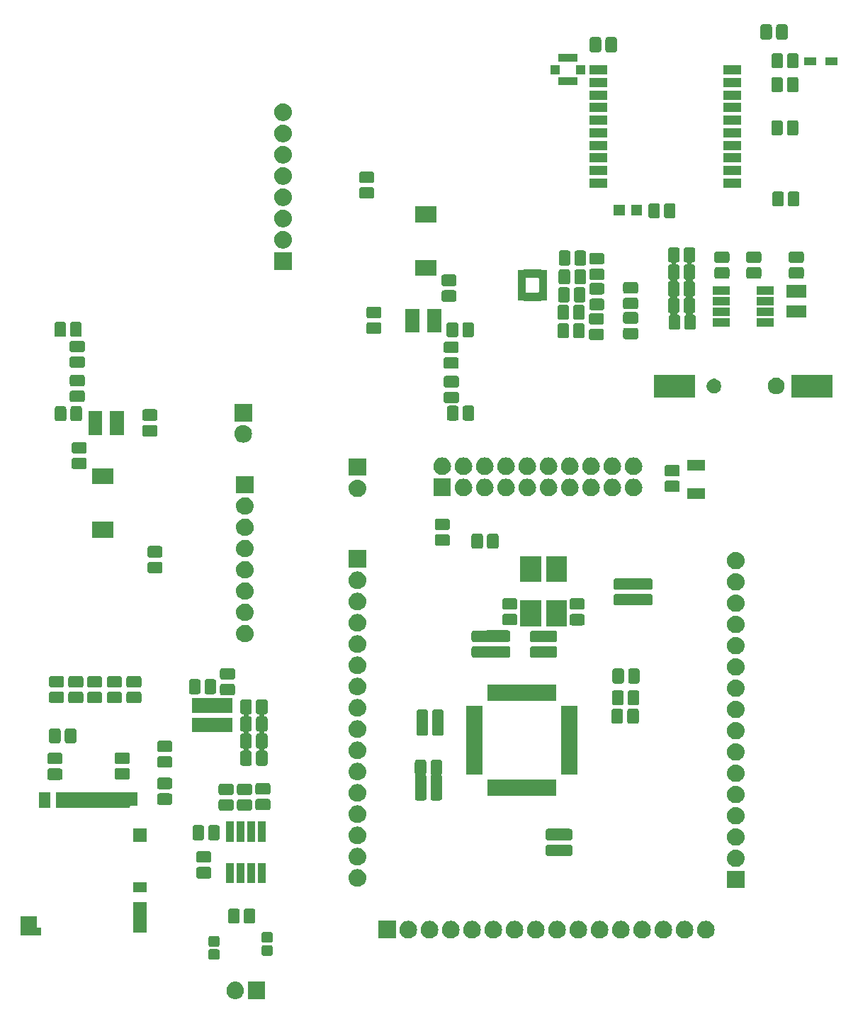
<source format=gbr>
G04 #@! TF.GenerationSoftware,KiCad,Pcbnew,5.0.2-bee76a0~70~ubuntu18.04.1*
G04 #@! TF.CreationDate,2019-04-16T21:06:36-07:00*
G04 #@! TF.ProjectId,habiv-board,68616269-762d-4626-9f61-72642e6b6963,rev?*
G04 #@! TF.SameCoordinates,Original*
G04 #@! TF.FileFunction,Soldermask,Top*
G04 #@! TF.FilePolarity,Negative*
%FSLAX46Y46*%
G04 Gerber Fmt 4.6, Leading zero omitted, Abs format (unit mm)*
G04 Created by KiCad (PCBNEW 5.0.2-bee76a0~70~ubuntu18.04.1) date Tue 16 Apr 2019 09:06:36 PM PDT*
%MOMM*%
%LPD*%
G01*
G04 APERTURE LIST*
%ADD10C,0.100000*%
G04 APERTURE END LIST*
D10*
G36*
X111276000Y-127074000D02*
X109176000Y-127074000D01*
X109176000Y-124974000D01*
X111276000Y-124974000D01*
X111276000Y-127074000D01*
X111276000Y-127074000D01*
G37*
G36*
X107814707Y-124981597D02*
X107891836Y-124989193D01*
X108023787Y-125029220D01*
X108089763Y-125049233D01*
X108272172Y-125146733D01*
X108432054Y-125277946D01*
X108563267Y-125437828D01*
X108660767Y-125620237D01*
X108660767Y-125620238D01*
X108720807Y-125818164D01*
X108741080Y-126024000D01*
X108720807Y-126229836D01*
X108680780Y-126361787D01*
X108660767Y-126427763D01*
X108563267Y-126610172D01*
X108432054Y-126770054D01*
X108272172Y-126901267D01*
X108089763Y-126998767D01*
X108023787Y-127018780D01*
X107891836Y-127058807D01*
X107814707Y-127066404D01*
X107737580Y-127074000D01*
X107634420Y-127074000D01*
X107557293Y-127066404D01*
X107480164Y-127058807D01*
X107348213Y-127018780D01*
X107282237Y-126998767D01*
X107099828Y-126901267D01*
X106939946Y-126770054D01*
X106808733Y-126610172D01*
X106711233Y-126427763D01*
X106691220Y-126361787D01*
X106651193Y-126229836D01*
X106630920Y-126024000D01*
X106651193Y-125818164D01*
X106711233Y-125620238D01*
X106711233Y-125620237D01*
X106808733Y-125437828D01*
X106939946Y-125277946D01*
X107099828Y-125146733D01*
X107282237Y-125049233D01*
X107348213Y-125029220D01*
X107480164Y-124989193D01*
X107557293Y-124981597D01*
X107634420Y-124974000D01*
X107737580Y-124974000D01*
X107814707Y-124981597D01*
X107814707Y-124981597D01*
G37*
G36*
X105614622Y-121099517D02*
X105662585Y-121114066D01*
X105706775Y-121137686D01*
X105745518Y-121169482D01*
X105777314Y-121208225D01*
X105800934Y-121252415D01*
X105815483Y-121300378D01*
X105821000Y-121356391D01*
X105821000Y-122106609D01*
X105815483Y-122162622D01*
X105800934Y-122210585D01*
X105777314Y-122254775D01*
X105745518Y-122293518D01*
X105706775Y-122325314D01*
X105662585Y-122348934D01*
X105614622Y-122363483D01*
X105558609Y-122369000D01*
X104733391Y-122369000D01*
X104677378Y-122363483D01*
X104629415Y-122348934D01*
X104585225Y-122325314D01*
X104546482Y-122293518D01*
X104514686Y-122254775D01*
X104491066Y-122210585D01*
X104476517Y-122162622D01*
X104471000Y-122106609D01*
X104471000Y-121356391D01*
X104476517Y-121300378D01*
X104491066Y-121252415D01*
X104514686Y-121208225D01*
X104546482Y-121169482D01*
X104585225Y-121137686D01*
X104629415Y-121114066D01*
X104677378Y-121099517D01*
X104733391Y-121094000D01*
X105558609Y-121094000D01*
X105614622Y-121099517D01*
X105614622Y-121099517D01*
G37*
G36*
X111964622Y-120617017D02*
X112012585Y-120631566D01*
X112056775Y-120655186D01*
X112095518Y-120686982D01*
X112127314Y-120725725D01*
X112150934Y-120769915D01*
X112165483Y-120817878D01*
X112171000Y-120873891D01*
X112171000Y-121624109D01*
X112165483Y-121680122D01*
X112150934Y-121728085D01*
X112127314Y-121772275D01*
X112095518Y-121811018D01*
X112056775Y-121842814D01*
X112012585Y-121866434D01*
X111964622Y-121880983D01*
X111908609Y-121886500D01*
X111083391Y-121886500D01*
X111027378Y-121880983D01*
X110979415Y-121866434D01*
X110935225Y-121842814D01*
X110896482Y-121811018D01*
X110864686Y-121772275D01*
X110841066Y-121728085D01*
X110826517Y-121680122D01*
X110821000Y-121624109D01*
X110821000Y-120873891D01*
X110826517Y-120817878D01*
X110841066Y-120769915D01*
X110864686Y-120725725D01*
X110896482Y-120686982D01*
X110935225Y-120655186D01*
X110979415Y-120631566D01*
X111027378Y-120617017D01*
X111083391Y-120611500D01*
X111908609Y-120611500D01*
X111964622Y-120617017D01*
X111964622Y-120617017D01*
G37*
G36*
X105614622Y-119524517D02*
X105662585Y-119539066D01*
X105706775Y-119562686D01*
X105745518Y-119594482D01*
X105777314Y-119633225D01*
X105800934Y-119677415D01*
X105815483Y-119725378D01*
X105821000Y-119781391D01*
X105821000Y-120531609D01*
X105815483Y-120587622D01*
X105800934Y-120635585D01*
X105777314Y-120679775D01*
X105745518Y-120718518D01*
X105706775Y-120750314D01*
X105662585Y-120773934D01*
X105614622Y-120788483D01*
X105558609Y-120794000D01*
X104733391Y-120794000D01*
X104677378Y-120788483D01*
X104629415Y-120773934D01*
X104585225Y-120750314D01*
X104546482Y-120718518D01*
X104514686Y-120679775D01*
X104491066Y-120635585D01*
X104476517Y-120587622D01*
X104471000Y-120531609D01*
X104471000Y-119781391D01*
X104476517Y-119725378D01*
X104491066Y-119677415D01*
X104514686Y-119633225D01*
X104546482Y-119594482D01*
X104585225Y-119562686D01*
X104629415Y-119539066D01*
X104677378Y-119524517D01*
X104733391Y-119519000D01*
X105558609Y-119519000D01*
X105614622Y-119524517D01*
X105614622Y-119524517D01*
G37*
G36*
X111964622Y-119042017D02*
X112012585Y-119056566D01*
X112056775Y-119080186D01*
X112095518Y-119111982D01*
X112127314Y-119150725D01*
X112150934Y-119194915D01*
X112165483Y-119242878D01*
X112171000Y-119298891D01*
X112171000Y-120049109D01*
X112165483Y-120105122D01*
X112150934Y-120153085D01*
X112127314Y-120197275D01*
X112095518Y-120236018D01*
X112056775Y-120267814D01*
X112012585Y-120291434D01*
X111964622Y-120305983D01*
X111908609Y-120311500D01*
X111083391Y-120311500D01*
X111027378Y-120305983D01*
X110979415Y-120291434D01*
X110935225Y-120267814D01*
X110896482Y-120236018D01*
X110864686Y-120197275D01*
X110841066Y-120153085D01*
X110826517Y-120105122D01*
X110821000Y-120049109D01*
X110821000Y-119298891D01*
X110826517Y-119242878D01*
X110841066Y-119194915D01*
X110864686Y-119150725D01*
X110896482Y-119111982D01*
X110935225Y-119080186D01*
X110979415Y-119056566D01*
X111027378Y-119042017D01*
X111083391Y-119036500D01*
X111908609Y-119036500D01*
X111964622Y-119042017D01*
X111964622Y-119042017D01*
G37*
G36*
X141198194Y-117716084D02*
X141275323Y-117723681D01*
X141386190Y-117757312D01*
X141473250Y-117783721D01*
X141655659Y-117881221D01*
X141815541Y-118012434D01*
X141946754Y-118172316D01*
X142044254Y-118354725D01*
X142044254Y-118354726D01*
X142104294Y-118552652D01*
X142124567Y-118758488D01*
X142104294Y-118964324D01*
X142069859Y-119077840D01*
X142044254Y-119162251D01*
X141946754Y-119344660D01*
X141815541Y-119504542D01*
X141655659Y-119635755D01*
X141473250Y-119733255D01*
X141407274Y-119753268D01*
X141275323Y-119793295D01*
X141198194Y-119800891D01*
X141121067Y-119808488D01*
X141017907Y-119808488D01*
X140940780Y-119800891D01*
X140863651Y-119793295D01*
X140731700Y-119753268D01*
X140665724Y-119733255D01*
X140483315Y-119635755D01*
X140323433Y-119504542D01*
X140192220Y-119344660D01*
X140094720Y-119162251D01*
X140069115Y-119077840D01*
X140034680Y-118964324D01*
X140014407Y-118758488D01*
X140034680Y-118552652D01*
X140094720Y-118354726D01*
X140094720Y-118354725D01*
X140192220Y-118172316D01*
X140323433Y-118012434D01*
X140483315Y-117881221D01*
X140665724Y-117783721D01*
X140752784Y-117757312D01*
X140863651Y-117723681D01*
X140940780Y-117716084D01*
X141017907Y-117708488D01*
X141121067Y-117708488D01*
X141198194Y-117716084D01*
X141198194Y-117716084D01*
G37*
G36*
X164058194Y-117716084D02*
X164135323Y-117723681D01*
X164246190Y-117757312D01*
X164333250Y-117783721D01*
X164515659Y-117881221D01*
X164675541Y-118012434D01*
X164806754Y-118172316D01*
X164904254Y-118354725D01*
X164904254Y-118354726D01*
X164964294Y-118552652D01*
X164984567Y-118758488D01*
X164964294Y-118964324D01*
X164929859Y-119077840D01*
X164904254Y-119162251D01*
X164806754Y-119344660D01*
X164675541Y-119504542D01*
X164515659Y-119635755D01*
X164333250Y-119733255D01*
X164267274Y-119753268D01*
X164135323Y-119793295D01*
X164058194Y-119800891D01*
X163981067Y-119808488D01*
X163877907Y-119808488D01*
X163800780Y-119800891D01*
X163723651Y-119793295D01*
X163591700Y-119753268D01*
X163525724Y-119733255D01*
X163343315Y-119635755D01*
X163183433Y-119504542D01*
X163052220Y-119344660D01*
X162954720Y-119162251D01*
X162929115Y-119077840D01*
X162894680Y-118964324D01*
X162874407Y-118758488D01*
X162894680Y-118552652D01*
X162954720Y-118354726D01*
X162954720Y-118354725D01*
X163052220Y-118172316D01*
X163183433Y-118012434D01*
X163343315Y-117881221D01*
X163525724Y-117783721D01*
X163612784Y-117757312D01*
X163723651Y-117723681D01*
X163800780Y-117716084D01*
X163877907Y-117708488D01*
X163981067Y-117708488D01*
X164058194Y-117716084D01*
X164058194Y-117716084D01*
G37*
G36*
X138658194Y-117716084D02*
X138735323Y-117723681D01*
X138846190Y-117757312D01*
X138933250Y-117783721D01*
X139115659Y-117881221D01*
X139275541Y-118012434D01*
X139406754Y-118172316D01*
X139504254Y-118354725D01*
X139504254Y-118354726D01*
X139564294Y-118552652D01*
X139584567Y-118758488D01*
X139564294Y-118964324D01*
X139529859Y-119077840D01*
X139504254Y-119162251D01*
X139406754Y-119344660D01*
X139275541Y-119504542D01*
X139115659Y-119635755D01*
X138933250Y-119733255D01*
X138867274Y-119753268D01*
X138735323Y-119793295D01*
X138658194Y-119800891D01*
X138581067Y-119808488D01*
X138477907Y-119808488D01*
X138400780Y-119800891D01*
X138323651Y-119793295D01*
X138191700Y-119753268D01*
X138125724Y-119733255D01*
X137943315Y-119635755D01*
X137783433Y-119504542D01*
X137652220Y-119344660D01*
X137554720Y-119162251D01*
X137529115Y-119077840D01*
X137494680Y-118964324D01*
X137474407Y-118758488D01*
X137494680Y-118552652D01*
X137554720Y-118354726D01*
X137554720Y-118354725D01*
X137652220Y-118172316D01*
X137783433Y-118012434D01*
X137943315Y-117881221D01*
X138125724Y-117783721D01*
X138212784Y-117757312D01*
X138323651Y-117723681D01*
X138400780Y-117716084D01*
X138477907Y-117708488D01*
X138581067Y-117708488D01*
X138658194Y-117716084D01*
X138658194Y-117716084D01*
G37*
G36*
X136118194Y-117716084D02*
X136195323Y-117723681D01*
X136306190Y-117757312D01*
X136393250Y-117783721D01*
X136575659Y-117881221D01*
X136735541Y-118012434D01*
X136866754Y-118172316D01*
X136964254Y-118354725D01*
X136964254Y-118354726D01*
X137024294Y-118552652D01*
X137044567Y-118758488D01*
X137024294Y-118964324D01*
X136989859Y-119077840D01*
X136964254Y-119162251D01*
X136866754Y-119344660D01*
X136735541Y-119504542D01*
X136575659Y-119635755D01*
X136393250Y-119733255D01*
X136327274Y-119753268D01*
X136195323Y-119793295D01*
X136118194Y-119800891D01*
X136041067Y-119808488D01*
X135937907Y-119808488D01*
X135860780Y-119800891D01*
X135783651Y-119793295D01*
X135651700Y-119753268D01*
X135585724Y-119733255D01*
X135403315Y-119635755D01*
X135243433Y-119504542D01*
X135112220Y-119344660D01*
X135014720Y-119162251D01*
X134989115Y-119077840D01*
X134954680Y-118964324D01*
X134934407Y-118758488D01*
X134954680Y-118552652D01*
X135014720Y-118354726D01*
X135014720Y-118354725D01*
X135112220Y-118172316D01*
X135243433Y-118012434D01*
X135403315Y-117881221D01*
X135585724Y-117783721D01*
X135672784Y-117757312D01*
X135783651Y-117723681D01*
X135860780Y-117716084D01*
X135937907Y-117708488D01*
X136041067Y-117708488D01*
X136118194Y-117716084D01*
X136118194Y-117716084D01*
G37*
G36*
X133578194Y-117716084D02*
X133655323Y-117723681D01*
X133766190Y-117757312D01*
X133853250Y-117783721D01*
X134035659Y-117881221D01*
X134195541Y-118012434D01*
X134326754Y-118172316D01*
X134424254Y-118354725D01*
X134424254Y-118354726D01*
X134484294Y-118552652D01*
X134504567Y-118758488D01*
X134484294Y-118964324D01*
X134449859Y-119077840D01*
X134424254Y-119162251D01*
X134326754Y-119344660D01*
X134195541Y-119504542D01*
X134035659Y-119635755D01*
X133853250Y-119733255D01*
X133787274Y-119753268D01*
X133655323Y-119793295D01*
X133578194Y-119800891D01*
X133501067Y-119808488D01*
X133397907Y-119808488D01*
X133320780Y-119800891D01*
X133243651Y-119793295D01*
X133111700Y-119753268D01*
X133045724Y-119733255D01*
X132863315Y-119635755D01*
X132703433Y-119504542D01*
X132572220Y-119344660D01*
X132474720Y-119162251D01*
X132449115Y-119077840D01*
X132414680Y-118964324D01*
X132394407Y-118758488D01*
X132414680Y-118552652D01*
X132474720Y-118354726D01*
X132474720Y-118354725D01*
X132572220Y-118172316D01*
X132703433Y-118012434D01*
X132863315Y-117881221D01*
X133045724Y-117783721D01*
X133132784Y-117757312D01*
X133243651Y-117723681D01*
X133320780Y-117716084D01*
X133397907Y-117708488D01*
X133501067Y-117708488D01*
X133578194Y-117716084D01*
X133578194Y-117716084D01*
G37*
G36*
X131038194Y-117716084D02*
X131115323Y-117723681D01*
X131226190Y-117757312D01*
X131313250Y-117783721D01*
X131495659Y-117881221D01*
X131655541Y-118012434D01*
X131786754Y-118172316D01*
X131884254Y-118354725D01*
X131884254Y-118354726D01*
X131944294Y-118552652D01*
X131964567Y-118758488D01*
X131944294Y-118964324D01*
X131909859Y-119077840D01*
X131884254Y-119162251D01*
X131786754Y-119344660D01*
X131655541Y-119504542D01*
X131495659Y-119635755D01*
X131313250Y-119733255D01*
X131247274Y-119753268D01*
X131115323Y-119793295D01*
X131038194Y-119800891D01*
X130961067Y-119808488D01*
X130857907Y-119808488D01*
X130780780Y-119800891D01*
X130703651Y-119793295D01*
X130571700Y-119753268D01*
X130505724Y-119733255D01*
X130323315Y-119635755D01*
X130163433Y-119504542D01*
X130032220Y-119344660D01*
X129934720Y-119162251D01*
X129909115Y-119077840D01*
X129874680Y-118964324D01*
X129854407Y-118758488D01*
X129874680Y-118552652D01*
X129934720Y-118354726D01*
X129934720Y-118354725D01*
X130032220Y-118172316D01*
X130163433Y-118012434D01*
X130323315Y-117881221D01*
X130505724Y-117783721D01*
X130592784Y-117757312D01*
X130703651Y-117723681D01*
X130780780Y-117716084D01*
X130857907Y-117708488D01*
X130961067Y-117708488D01*
X131038194Y-117716084D01*
X131038194Y-117716084D01*
G37*
G36*
X128498194Y-117716084D02*
X128575323Y-117723681D01*
X128686190Y-117757312D01*
X128773250Y-117783721D01*
X128955659Y-117881221D01*
X129115541Y-118012434D01*
X129246754Y-118172316D01*
X129344254Y-118354725D01*
X129344254Y-118354726D01*
X129404294Y-118552652D01*
X129424567Y-118758488D01*
X129404294Y-118964324D01*
X129369859Y-119077840D01*
X129344254Y-119162251D01*
X129246754Y-119344660D01*
X129115541Y-119504542D01*
X128955659Y-119635755D01*
X128773250Y-119733255D01*
X128707274Y-119753268D01*
X128575323Y-119793295D01*
X128498194Y-119800891D01*
X128421067Y-119808488D01*
X128317907Y-119808488D01*
X128240780Y-119800891D01*
X128163651Y-119793295D01*
X128031700Y-119753268D01*
X127965724Y-119733255D01*
X127783315Y-119635755D01*
X127623433Y-119504542D01*
X127492220Y-119344660D01*
X127394720Y-119162251D01*
X127369115Y-119077840D01*
X127334680Y-118964324D01*
X127314407Y-118758488D01*
X127334680Y-118552652D01*
X127394720Y-118354726D01*
X127394720Y-118354725D01*
X127492220Y-118172316D01*
X127623433Y-118012434D01*
X127783315Y-117881221D01*
X127965724Y-117783721D01*
X128052784Y-117757312D01*
X128163651Y-117723681D01*
X128240780Y-117716084D01*
X128317907Y-117708488D01*
X128421067Y-117708488D01*
X128498194Y-117716084D01*
X128498194Y-117716084D01*
G37*
G36*
X126879487Y-119808488D02*
X124779487Y-119808488D01*
X124779487Y-117708488D01*
X126879487Y-117708488D01*
X126879487Y-119808488D01*
X126879487Y-119808488D01*
G37*
G36*
X143738194Y-117716084D02*
X143815323Y-117723681D01*
X143926190Y-117757312D01*
X144013250Y-117783721D01*
X144195659Y-117881221D01*
X144355541Y-118012434D01*
X144486754Y-118172316D01*
X144584254Y-118354725D01*
X144584254Y-118354726D01*
X144644294Y-118552652D01*
X144664567Y-118758488D01*
X144644294Y-118964324D01*
X144609859Y-119077840D01*
X144584254Y-119162251D01*
X144486754Y-119344660D01*
X144355541Y-119504542D01*
X144195659Y-119635755D01*
X144013250Y-119733255D01*
X143947274Y-119753268D01*
X143815323Y-119793295D01*
X143738194Y-119800891D01*
X143661067Y-119808488D01*
X143557907Y-119808488D01*
X143480780Y-119800891D01*
X143403651Y-119793295D01*
X143271700Y-119753268D01*
X143205724Y-119733255D01*
X143023315Y-119635755D01*
X142863433Y-119504542D01*
X142732220Y-119344660D01*
X142634720Y-119162251D01*
X142609115Y-119077840D01*
X142574680Y-118964324D01*
X142554407Y-118758488D01*
X142574680Y-118552652D01*
X142634720Y-118354726D01*
X142634720Y-118354725D01*
X142732220Y-118172316D01*
X142863433Y-118012434D01*
X143023315Y-117881221D01*
X143205724Y-117783721D01*
X143292784Y-117757312D01*
X143403651Y-117723681D01*
X143480780Y-117716084D01*
X143557907Y-117708488D01*
X143661067Y-117708488D01*
X143738194Y-117716084D01*
X143738194Y-117716084D01*
G37*
G36*
X146278194Y-117716084D02*
X146355323Y-117723681D01*
X146466190Y-117757312D01*
X146553250Y-117783721D01*
X146735659Y-117881221D01*
X146895541Y-118012434D01*
X147026754Y-118172316D01*
X147124254Y-118354725D01*
X147124254Y-118354726D01*
X147184294Y-118552652D01*
X147204567Y-118758488D01*
X147184294Y-118964324D01*
X147149859Y-119077840D01*
X147124254Y-119162251D01*
X147026754Y-119344660D01*
X146895541Y-119504542D01*
X146735659Y-119635755D01*
X146553250Y-119733255D01*
X146487274Y-119753268D01*
X146355323Y-119793295D01*
X146278194Y-119800891D01*
X146201067Y-119808488D01*
X146097907Y-119808488D01*
X146020780Y-119800891D01*
X145943651Y-119793295D01*
X145811700Y-119753268D01*
X145745724Y-119733255D01*
X145563315Y-119635755D01*
X145403433Y-119504542D01*
X145272220Y-119344660D01*
X145174720Y-119162251D01*
X145149115Y-119077840D01*
X145114680Y-118964324D01*
X145094407Y-118758488D01*
X145114680Y-118552652D01*
X145174720Y-118354726D01*
X145174720Y-118354725D01*
X145272220Y-118172316D01*
X145403433Y-118012434D01*
X145563315Y-117881221D01*
X145745724Y-117783721D01*
X145832784Y-117757312D01*
X145943651Y-117723681D01*
X146020780Y-117716084D01*
X146097907Y-117708488D01*
X146201067Y-117708488D01*
X146278194Y-117716084D01*
X146278194Y-117716084D01*
G37*
G36*
X148818194Y-117716084D02*
X148895323Y-117723681D01*
X149006190Y-117757312D01*
X149093250Y-117783721D01*
X149275659Y-117881221D01*
X149435541Y-118012434D01*
X149566754Y-118172316D01*
X149664254Y-118354725D01*
X149664254Y-118354726D01*
X149724294Y-118552652D01*
X149744567Y-118758488D01*
X149724294Y-118964324D01*
X149689859Y-119077840D01*
X149664254Y-119162251D01*
X149566754Y-119344660D01*
X149435541Y-119504542D01*
X149275659Y-119635755D01*
X149093250Y-119733255D01*
X149027274Y-119753268D01*
X148895323Y-119793295D01*
X148818194Y-119800891D01*
X148741067Y-119808488D01*
X148637907Y-119808488D01*
X148560780Y-119800891D01*
X148483651Y-119793295D01*
X148351700Y-119753268D01*
X148285724Y-119733255D01*
X148103315Y-119635755D01*
X147943433Y-119504542D01*
X147812220Y-119344660D01*
X147714720Y-119162251D01*
X147689115Y-119077840D01*
X147654680Y-118964324D01*
X147634407Y-118758488D01*
X147654680Y-118552652D01*
X147714720Y-118354726D01*
X147714720Y-118354725D01*
X147812220Y-118172316D01*
X147943433Y-118012434D01*
X148103315Y-117881221D01*
X148285724Y-117783721D01*
X148372784Y-117757312D01*
X148483651Y-117723681D01*
X148560780Y-117716084D01*
X148637907Y-117708488D01*
X148741067Y-117708488D01*
X148818194Y-117716084D01*
X148818194Y-117716084D01*
G37*
G36*
X151358194Y-117716084D02*
X151435323Y-117723681D01*
X151546190Y-117757312D01*
X151633250Y-117783721D01*
X151815659Y-117881221D01*
X151975541Y-118012434D01*
X152106754Y-118172316D01*
X152204254Y-118354725D01*
X152204254Y-118354726D01*
X152264294Y-118552652D01*
X152284567Y-118758488D01*
X152264294Y-118964324D01*
X152229859Y-119077840D01*
X152204254Y-119162251D01*
X152106754Y-119344660D01*
X151975541Y-119504542D01*
X151815659Y-119635755D01*
X151633250Y-119733255D01*
X151567274Y-119753268D01*
X151435323Y-119793295D01*
X151358194Y-119800891D01*
X151281067Y-119808488D01*
X151177907Y-119808488D01*
X151100780Y-119800891D01*
X151023651Y-119793295D01*
X150891700Y-119753268D01*
X150825724Y-119733255D01*
X150643315Y-119635755D01*
X150483433Y-119504542D01*
X150352220Y-119344660D01*
X150254720Y-119162251D01*
X150229115Y-119077840D01*
X150194680Y-118964324D01*
X150174407Y-118758488D01*
X150194680Y-118552652D01*
X150254720Y-118354726D01*
X150254720Y-118354725D01*
X150352220Y-118172316D01*
X150483433Y-118012434D01*
X150643315Y-117881221D01*
X150825724Y-117783721D01*
X150912784Y-117757312D01*
X151023651Y-117723681D01*
X151100780Y-117716084D01*
X151177907Y-117708488D01*
X151281067Y-117708488D01*
X151358194Y-117716084D01*
X151358194Y-117716084D01*
G37*
G36*
X153898194Y-117716084D02*
X153975323Y-117723681D01*
X154086190Y-117757312D01*
X154173250Y-117783721D01*
X154355659Y-117881221D01*
X154515541Y-118012434D01*
X154646754Y-118172316D01*
X154744254Y-118354725D01*
X154744254Y-118354726D01*
X154804294Y-118552652D01*
X154824567Y-118758488D01*
X154804294Y-118964324D01*
X154769859Y-119077840D01*
X154744254Y-119162251D01*
X154646754Y-119344660D01*
X154515541Y-119504542D01*
X154355659Y-119635755D01*
X154173250Y-119733255D01*
X154107274Y-119753268D01*
X153975323Y-119793295D01*
X153898194Y-119800891D01*
X153821067Y-119808488D01*
X153717907Y-119808488D01*
X153640780Y-119800891D01*
X153563651Y-119793295D01*
X153431700Y-119753268D01*
X153365724Y-119733255D01*
X153183315Y-119635755D01*
X153023433Y-119504542D01*
X152892220Y-119344660D01*
X152794720Y-119162251D01*
X152769115Y-119077840D01*
X152734680Y-118964324D01*
X152714407Y-118758488D01*
X152734680Y-118552652D01*
X152794720Y-118354726D01*
X152794720Y-118354725D01*
X152892220Y-118172316D01*
X153023433Y-118012434D01*
X153183315Y-117881221D01*
X153365724Y-117783721D01*
X153452784Y-117757312D01*
X153563651Y-117723681D01*
X153640780Y-117716084D01*
X153717907Y-117708488D01*
X153821067Y-117708488D01*
X153898194Y-117716084D01*
X153898194Y-117716084D01*
G37*
G36*
X156438194Y-117716084D02*
X156515323Y-117723681D01*
X156626190Y-117757312D01*
X156713250Y-117783721D01*
X156895659Y-117881221D01*
X157055541Y-118012434D01*
X157186754Y-118172316D01*
X157284254Y-118354725D01*
X157284254Y-118354726D01*
X157344294Y-118552652D01*
X157364567Y-118758488D01*
X157344294Y-118964324D01*
X157309859Y-119077840D01*
X157284254Y-119162251D01*
X157186754Y-119344660D01*
X157055541Y-119504542D01*
X156895659Y-119635755D01*
X156713250Y-119733255D01*
X156647274Y-119753268D01*
X156515323Y-119793295D01*
X156438194Y-119800891D01*
X156361067Y-119808488D01*
X156257907Y-119808488D01*
X156180780Y-119800891D01*
X156103651Y-119793295D01*
X155971700Y-119753268D01*
X155905724Y-119733255D01*
X155723315Y-119635755D01*
X155563433Y-119504542D01*
X155432220Y-119344660D01*
X155334720Y-119162251D01*
X155309115Y-119077840D01*
X155274680Y-118964324D01*
X155254407Y-118758488D01*
X155274680Y-118552652D01*
X155334720Y-118354726D01*
X155334720Y-118354725D01*
X155432220Y-118172316D01*
X155563433Y-118012434D01*
X155723315Y-117881221D01*
X155905724Y-117783721D01*
X155992784Y-117757312D01*
X156103651Y-117723681D01*
X156180780Y-117716084D01*
X156257907Y-117708488D01*
X156361067Y-117708488D01*
X156438194Y-117716084D01*
X156438194Y-117716084D01*
G37*
G36*
X158978194Y-117716084D02*
X159055323Y-117723681D01*
X159166190Y-117757312D01*
X159253250Y-117783721D01*
X159435659Y-117881221D01*
X159595541Y-118012434D01*
X159726754Y-118172316D01*
X159824254Y-118354725D01*
X159824254Y-118354726D01*
X159884294Y-118552652D01*
X159904567Y-118758488D01*
X159884294Y-118964324D01*
X159849859Y-119077840D01*
X159824254Y-119162251D01*
X159726754Y-119344660D01*
X159595541Y-119504542D01*
X159435659Y-119635755D01*
X159253250Y-119733255D01*
X159187274Y-119753268D01*
X159055323Y-119793295D01*
X158978194Y-119800891D01*
X158901067Y-119808488D01*
X158797907Y-119808488D01*
X158720780Y-119800891D01*
X158643651Y-119793295D01*
X158511700Y-119753268D01*
X158445724Y-119733255D01*
X158263315Y-119635755D01*
X158103433Y-119504542D01*
X157972220Y-119344660D01*
X157874720Y-119162251D01*
X157849115Y-119077840D01*
X157814680Y-118964324D01*
X157794407Y-118758488D01*
X157814680Y-118552652D01*
X157874720Y-118354726D01*
X157874720Y-118354725D01*
X157972220Y-118172316D01*
X158103433Y-118012434D01*
X158263315Y-117881221D01*
X158445724Y-117783721D01*
X158532784Y-117757312D01*
X158643651Y-117723681D01*
X158720780Y-117716084D01*
X158797907Y-117708488D01*
X158901067Y-117708488D01*
X158978194Y-117716084D01*
X158978194Y-117716084D01*
G37*
G36*
X161518194Y-117716084D02*
X161595323Y-117723681D01*
X161706190Y-117757312D01*
X161793250Y-117783721D01*
X161975659Y-117881221D01*
X162135541Y-118012434D01*
X162266754Y-118172316D01*
X162364254Y-118354725D01*
X162364254Y-118354726D01*
X162424294Y-118552652D01*
X162444567Y-118758488D01*
X162424294Y-118964324D01*
X162389859Y-119077840D01*
X162364254Y-119162251D01*
X162266754Y-119344660D01*
X162135541Y-119504542D01*
X161975659Y-119635755D01*
X161793250Y-119733255D01*
X161727274Y-119753268D01*
X161595323Y-119793295D01*
X161518194Y-119800891D01*
X161441067Y-119808488D01*
X161337907Y-119808488D01*
X161260780Y-119800891D01*
X161183651Y-119793295D01*
X161051700Y-119753268D01*
X160985724Y-119733255D01*
X160803315Y-119635755D01*
X160643433Y-119504542D01*
X160512220Y-119344660D01*
X160414720Y-119162251D01*
X160389115Y-119077840D01*
X160354680Y-118964324D01*
X160334407Y-118758488D01*
X160354680Y-118552652D01*
X160414720Y-118354726D01*
X160414720Y-118354725D01*
X160512220Y-118172316D01*
X160643433Y-118012434D01*
X160803315Y-117881221D01*
X160985724Y-117783721D01*
X161072784Y-117757312D01*
X161183651Y-117723681D01*
X161260780Y-117716084D01*
X161337907Y-117708488D01*
X161441067Y-117708488D01*
X161518194Y-117716084D01*
X161518194Y-117716084D01*
G37*
G36*
X83971960Y-118402840D02*
X83974362Y-118427226D01*
X83981475Y-118450675D01*
X83993026Y-118472286D01*
X84008572Y-118491228D01*
X84027514Y-118506774D01*
X84049125Y-118518325D01*
X84072574Y-118525438D01*
X84096960Y-118527840D01*
X84471960Y-118527840D01*
X84471960Y-119427840D01*
X82071960Y-119427840D01*
X82071960Y-117127840D01*
X83971960Y-117127840D01*
X83971960Y-118402840D01*
X83971960Y-118402840D01*
G37*
G36*
X97121960Y-119077840D02*
X95521960Y-119077840D01*
X95521960Y-115477840D01*
X97121960Y-115477840D01*
X97121960Y-119077840D01*
X97121960Y-119077840D01*
G37*
G36*
X107996997Y-116239997D02*
X108049653Y-116255970D01*
X108098165Y-116281900D01*
X108140696Y-116316804D01*
X108175600Y-116359335D01*
X108201530Y-116407847D01*
X108217503Y-116460503D01*
X108223500Y-116521390D01*
X108223500Y-117746610D01*
X108217503Y-117807497D01*
X108201530Y-117860153D01*
X108175600Y-117908665D01*
X108140696Y-117951196D01*
X108098165Y-117986100D01*
X108049653Y-118012030D01*
X107996997Y-118028003D01*
X107936110Y-118034000D01*
X107135890Y-118034000D01*
X107075003Y-118028003D01*
X107022347Y-118012030D01*
X106973835Y-117986100D01*
X106931304Y-117951196D01*
X106896400Y-117908665D01*
X106870470Y-117860153D01*
X106854497Y-117807497D01*
X106848500Y-117746610D01*
X106848500Y-116521390D01*
X106854497Y-116460503D01*
X106870470Y-116407847D01*
X106896400Y-116359335D01*
X106931304Y-116316804D01*
X106973835Y-116281900D01*
X107022347Y-116255970D01*
X107075003Y-116239997D01*
X107135890Y-116234000D01*
X107936110Y-116234000D01*
X107996997Y-116239997D01*
X107996997Y-116239997D01*
G37*
G36*
X109871997Y-116239997D02*
X109924653Y-116255970D01*
X109973165Y-116281900D01*
X110015696Y-116316804D01*
X110050600Y-116359335D01*
X110076530Y-116407847D01*
X110092503Y-116460503D01*
X110098500Y-116521390D01*
X110098500Y-117746610D01*
X110092503Y-117807497D01*
X110076530Y-117860153D01*
X110050600Y-117908665D01*
X110015696Y-117951196D01*
X109973165Y-117986100D01*
X109924653Y-118012030D01*
X109871997Y-118028003D01*
X109811110Y-118034000D01*
X109010890Y-118034000D01*
X108950003Y-118028003D01*
X108897347Y-118012030D01*
X108848835Y-117986100D01*
X108806304Y-117951196D01*
X108771400Y-117908665D01*
X108745470Y-117860153D01*
X108729497Y-117807497D01*
X108723500Y-117746610D01*
X108723500Y-116521390D01*
X108729497Y-116460503D01*
X108745470Y-116407847D01*
X108771400Y-116359335D01*
X108806304Y-116316804D01*
X108848835Y-116281900D01*
X108897347Y-116255970D01*
X108950003Y-116239997D01*
X109010890Y-116234000D01*
X109811110Y-116234000D01*
X109871997Y-116239997D01*
X109871997Y-116239997D01*
G37*
G36*
X97121960Y-114277840D02*
X95521960Y-114277840D01*
X95521960Y-113077840D01*
X97121960Y-113077840D01*
X97121960Y-114277840D01*
X97121960Y-114277840D01*
G37*
G36*
X168550727Y-113824248D02*
X166450727Y-113824248D01*
X166450727Y-111724248D01*
X168550727Y-111724248D01*
X168550727Y-113824248D01*
X168550727Y-113824248D01*
G37*
G36*
X122407274Y-111538805D02*
X122484403Y-111546401D01*
X122616354Y-111586428D01*
X122682330Y-111606441D01*
X122864739Y-111703941D01*
X123024621Y-111835154D01*
X123155834Y-111995036D01*
X123253334Y-112177445D01*
X123253334Y-112177446D01*
X123313374Y-112375372D01*
X123333647Y-112581208D01*
X123313374Y-112787044D01*
X123273347Y-112918995D01*
X123253334Y-112984971D01*
X123155834Y-113167380D01*
X123024621Y-113327262D01*
X122864739Y-113458475D01*
X122682330Y-113555975D01*
X122616354Y-113575988D01*
X122484403Y-113616015D01*
X122407274Y-113623611D01*
X122330147Y-113631208D01*
X122226987Y-113631208D01*
X122149860Y-113623611D01*
X122072731Y-113616015D01*
X121940780Y-113575988D01*
X121874804Y-113555975D01*
X121692395Y-113458475D01*
X121532513Y-113327262D01*
X121401300Y-113167380D01*
X121303800Y-112984971D01*
X121283787Y-112918995D01*
X121243760Y-112787044D01*
X121223487Y-112581208D01*
X121243760Y-112375372D01*
X121303800Y-112177446D01*
X121303800Y-112177445D01*
X121401300Y-111995036D01*
X121532513Y-111835154D01*
X121692395Y-111703941D01*
X121874804Y-111606441D01*
X121940780Y-111586428D01*
X122072731Y-111546401D01*
X122149860Y-111538805D01*
X122226987Y-111531208D01*
X122330147Y-111531208D01*
X122407274Y-111538805D01*
X122407274Y-111538805D01*
G37*
G36*
X108786000Y-113169000D02*
X107856000Y-113169000D01*
X107856000Y-110789000D01*
X108786000Y-110789000D01*
X108786000Y-113169000D01*
X108786000Y-113169000D01*
G37*
G36*
X111326000Y-113169000D02*
X110396000Y-113169000D01*
X110396000Y-110789000D01*
X111326000Y-110789000D01*
X111326000Y-113169000D01*
X111326000Y-113169000D01*
G37*
G36*
X110056000Y-113169000D02*
X109126000Y-113169000D01*
X109126000Y-110789000D01*
X110056000Y-110789000D01*
X110056000Y-113169000D01*
X110056000Y-113169000D01*
G37*
G36*
X107516000Y-113169000D02*
X106586000Y-113169000D01*
X106586000Y-110789000D01*
X107516000Y-110789000D01*
X107516000Y-113169000D01*
X107516000Y-113169000D01*
G37*
G36*
X104619497Y-111279997D02*
X104672153Y-111295970D01*
X104720665Y-111321900D01*
X104763196Y-111356804D01*
X104798100Y-111399335D01*
X104824030Y-111447847D01*
X104840003Y-111500503D01*
X104846000Y-111561390D01*
X104846000Y-112361610D01*
X104840003Y-112422497D01*
X104824030Y-112475153D01*
X104798100Y-112523665D01*
X104763196Y-112566196D01*
X104720665Y-112601100D01*
X104672153Y-112627030D01*
X104619497Y-112643003D01*
X104558610Y-112649000D01*
X103333390Y-112649000D01*
X103272503Y-112643003D01*
X103219847Y-112627030D01*
X103171335Y-112601100D01*
X103128804Y-112566196D01*
X103093900Y-112523665D01*
X103067970Y-112475153D01*
X103051997Y-112422497D01*
X103046000Y-112361610D01*
X103046000Y-111561390D01*
X103051997Y-111500503D01*
X103067970Y-111447847D01*
X103093900Y-111399335D01*
X103128804Y-111356804D01*
X103171335Y-111321900D01*
X103219847Y-111295970D01*
X103272503Y-111279997D01*
X103333390Y-111274000D01*
X104558610Y-111274000D01*
X104619497Y-111279997D01*
X104619497Y-111279997D01*
G37*
G36*
X167629434Y-109191845D02*
X167706563Y-109199441D01*
X167838514Y-109239468D01*
X167904490Y-109259481D01*
X168086899Y-109356981D01*
X168246781Y-109488194D01*
X168377994Y-109648076D01*
X168475494Y-109830485D01*
X168495463Y-109896316D01*
X168535534Y-110028412D01*
X168555807Y-110234248D01*
X168535534Y-110440084D01*
X168518174Y-110497312D01*
X168475494Y-110638011D01*
X168377994Y-110820420D01*
X168246781Y-110980302D01*
X168086899Y-111111515D01*
X167904490Y-111209015D01*
X167838514Y-111229028D01*
X167706563Y-111269055D01*
X167656355Y-111274000D01*
X167552307Y-111284248D01*
X167449147Y-111284248D01*
X167345099Y-111274000D01*
X167294891Y-111269055D01*
X167162940Y-111229028D01*
X167096964Y-111209015D01*
X166914555Y-111111515D01*
X166754673Y-110980302D01*
X166623460Y-110820420D01*
X166525960Y-110638011D01*
X166483280Y-110497312D01*
X166465920Y-110440084D01*
X166445647Y-110234248D01*
X166465920Y-110028412D01*
X166505991Y-109896316D01*
X166525960Y-109830485D01*
X166623460Y-109648076D01*
X166754673Y-109488194D01*
X166914555Y-109356981D01*
X167096964Y-109259481D01*
X167162940Y-109239468D01*
X167294891Y-109199441D01*
X167372020Y-109191845D01*
X167449147Y-109184248D01*
X167552307Y-109184248D01*
X167629434Y-109191845D01*
X167629434Y-109191845D01*
G37*
G36*
X122407274Y-108998805D02*
X122484403Y-109006401D01*
X122616354Y-109046428D01*
X122682330Y-109066441D01*
X122864739Y-109163941D01*
X123024621Y-109295154D01*
X123155834Y-109455036D01*
X123253334Y-109637445D01*
X123268181Y-109686390D01*
X123313374Y-109835372D01*
X123333647Y-110041208D01*
X123313374Y-110247044D01*
X123273347Y-110378995D01*
X123253334Y-110444971D01*
X123155834Y-110627380D01*
X123024621Y-110787262D01*
X122864739Y-110918475D01*
X122682330Y-111015975D01*
X122616354Y-111035988D01*
X122484403Y-111076015D01*
X122407274Y-111083611D01*
X122330147Y-111091208D01*
X122226987Y-111091208D01*
X122149860Y-111083611D01*
X122072731Y-111076015D01*
X121940780Y-111035988D01*
X121874804Y-111015975D01*
X121692395Y-110918475D01*
X121532513Y-110787262D01*
X121401300Y-110627380D01*
X121303800Y-110444971D01*
X121283787Y-110378995D01*
X121243760Y-110247044D01*
X121223487Y-110041208D01*
X121243760Y-109835372D01*
X121288953Y-109686390D01*
X121303800Y-109637445D01*
X121401300Y-109455036D01*
X121532513Y-109295154D01*
X121692395Y-109163941D01*
X121874804Y-109066441D01*
X121940780Y-109046428D01*
X122072731Y-109006401D01*
X122149860Y-108998805D01*
X122226987Y-108991208D01*
X122330147Y-108991208D01*
X122407274Y-108998805D01*
X122407274Y-108998805D01*
G37*
G36*
X104619497Y-109404997D02*
X104672153Y-109420970D01*
X104720665Y-109446900D01*
X104763196Y-109481804D01*
X104798100Y-109524335D01*
X104824030Y-109572847D01*
X104840003Y-109625503D01*
X104846000Y-109686390D01*
X104846000Y-110486610D01*
X104840003Y-110547497D01*
X104824030Y-110600153D01*
X104798100Y-110648665D01*
X104763196Y-110691196D01*
X104720665Y-110726100D01*
X104672153Y-110752030D01*
X104619497Y-110768003D01*
X104558610Y-110774000D01*
X103333390Y-110774000D01*
X103272503Y-110768003D01*
X103219847Y-110752030D01*
X103171335Y-110726100D01*
X103128804Y-110691196D01*
X103093900Y-110648665D01*
X103067970Y-110600153D01*
X103051997Y-110547497D01*
X103046000Y-110486610D01*
X103046000Y-109686390D01*
X103051997Y-109625503D01*
X103067970Y-109572847D01*
X103093900Y-109524335D01*
X103128804Y-109481804D01*
X103171335Y-109446900D01*
X103219847Y-109420970D01*
X103272503Y-109404997D01*
X103333390Y-109399000D01*
X104558610Y-109399000D01*
X104619497Y-109404997D01*
X104619497Y-109404997D01*
G37*
G36*
X146383856Y-108586024D02*
X146392359Y-108587716D01*
X146416875Y-108587717D01*
X146451280Y-108584328D01*
X147676497Y-108584328D01*
X147737384Y-108590325D01*
X147790040Y-108606298D01*
X147838552Y-108632228D01*
X147881083Y-108667132D01*
X147915987Y-108709663D01*
X147941917Y-108758175D01*
X147957890Y-108810831D01*
X147963887Y-108871718D01*
X147963887Y-109671938D01*
X147957890Y-109732825D01*
X147941917Y-109785481D01*
X147915987Y-109833993D01*
X147881083Y-109876524D01*
X147838552Y-109911428D01*
X147790040Y-109937358D01*
X147737384Y-109953331D01*
X147676497Y-109959328D01*
X146451277Y-109959328D01*
X146382478Y-109952552D01*
X146373975Y-109950860D01*
X146349459Y-109950859D01*
X146315054Y-109954248D01*
X145089837Y-109954248D01*
X145028950Y-109948251D01*
X144976294Y-109932278D01*
X144927782Y-109906348D01*
X144885251Y-109871444D01*
X144850347Y-109828913D01*
X144824417Y-109780401D01*
X144808444Y-109727745D01*
X144802447Y-109666858D01*
X144802447Y-108866638D01*
X144808444Y-108805751D01*
X144824417Y-108753095D01*
X144850347Y-108704583D01*
X144885251Y-108662052D01*
X144927782Y-108627148D01*
X144976294Y-108601218D01*
X145028950Y-108585245D01*
X145089837Y-108579248D01*
X146315057Y-108579248D01*
X146383856Y-108586024D01*
X146383856Y-108586024D01*
G37*
G36*
X167629434Y-106651845D02*
X167706563Y-106659441D01*
X167838514Y-106699468D01*
X167904490Y-106719481D01*
X168086899Y-106816981D01*
X168246781Y-106948194D01*
X168377994Y-107108076D01*
X168475494Y-107290485D01*
X168475494Y-107290486D01*
X168535534Y-107488412D01*
X168555807Y-107694248D01*
X168535534Y-107900084D01*
X168500351Y-108016068D01*
X168475494Y-108098011D01*
X168377994Y-108280420D01*
X168246781Y-108440302D01*
X168086899Y-108571515D01*
X167904490Y-108669015D01*
X167838514Y-108689028D01*
X167706563Y-108729055D01*
X167629434Y-108736651D01*
X167552307Y-108744248D01*
X167449147Y-108744248D01*
X167372020Y-108736651D01*
X167294891Y-108729055D01*
X167162940Y-108689028D01*
X167096964Y-108669015D01*
X166914555Y-108571515D01*
X166754673Y-108440302D01*
X166623460Y-108280420D01*
X166525960Y-108098011D01*
X166501103Y-108016068D01*
X166465920Y-107900084D01*
X166445647Y-107694248D01*
X166465920Y-107488412D01*
X166525960Y-107290486D01*
X166525960Y-107290485D01*
X166623460Y-107108076D01*
X166754673Y-106948194D01*
X166914555Y-106816981D01*
X167096964Y-106719481D01*
X167162940Y-106699468D01*
X167294891Y-106659441D01*
X167372020Y-106651845D01*
X167449147Y-106644248D01*
X167552307Y-106644248D01*
X167629434Y-106651845D01*
X167629434Y-106651845D01*
G37*
G36*
X122407274Y-106458805D02*
X122484403Y-106466401D01*
X122616354Y-106506428D01*
X122682330Y-106526441D01*
X122864739Y-106623941D01*
X123024621Y-106755154D01*
X123155834Y-106915036D01*
X123253334Y-107097445D01*
X123253334Y-107097446D01*
X123313374Y-107295372D01*
X123333647Y-107501208D01*
X123313374Y-107707044D01*
X123273347Y-107838995D01*
X123253334Y-107904971D01*
X123155834Y-108087380D01*
X123024621Y-108247262D01*
X122864739Y-108378475D01*
X122682330Y-108475975D01*
X122616354Y-108495988D01*
X122484403Y-108536015D01*
X122407274Y-108543611D01*
X122330147Y-108551208D01*
X122226987Y-108551208D01*
X122149860Y-108543611D01*
X122072731Y-108536015D01*
X121940780Y-108495988D01*
X121874804Y-108475975D01*
X121692395Y-108378475D01*
X121532513Y-108247262D01*
X121401300Y-108087380D01*
X121303800Y-107904971D01*
X121283787Y-107838995D01*
X121243760Y-107707044D01*
X121223487Y-107501208D01*
X121243760Y-107295372D01*
X121303800Y-107097446D01*
X121303800Y-107097445D01*
X121401300Y-106915036D01*
X121532513Y-106755154D01*
X121692395Y-106623941D01*
X121874804Y-106526441D01*
X121940780Y-106506428D01*
X122072731Y-106466401D01*
X122149860Y-106458805D01*
X122226987Y-106451208D01*
X122330147Y-106451208D01*
X122407274Y-106458805D01*
X122407274Y-106458805D01*
G37*
G36*
X97121960Y-108277840D02*
X95521960Y-108277840D01*
X95521960Y-106677840D01*
X97121960Y-106677840D01*
X97121960Y-108277840D01*
X97121960Y-108277840D01*
G37*
G36*
X111326000Y-108239000D02*
X110396000Y-108239000D01*
X110396000Y-105859000D01*
X111326000Y-105859000D01*
X111326000Y-108239000D01*
X111326000Y-108239000D01*
G37*
G36*
X108786000Y-108239000D02*
X107856000Y-108239000D01*
X107856000Y-105859000D01*
X108786000Y-105859000D01*
X108786000Y-108239000D01*
X108786000Y-108239000D01*
G37*
G36*
X107516000Y-108239000D02*
X106586000Y-108239000D01*
X106586000Y-105859000D01*
X107516000Y-105859000D01*
X107516000Y-108239000D01*
X107516000Y-108239000D01*
G37*
G36*
X110056000Y-108239000D02*
X109126000Y-108239000D01*
X109126000Y-105859000D01*
X110056000Y-105859000D01*
X110056000Y-108239000D01*
X110056000Y-108239000D01*
G37*
G36*
X146383856Y-106711024D02*
X146392359Y-106712716D01*
X146416875Y-106712717D01*
X146451280Y-106709328D01*
X147676497Y-106709328D01*
X147737384Y-106715325D01*
X147790040Y-106731298D01*
X147838552Y-106757228D01*
X147881083Y-106792132D01*
X147915987Y-106834663D01*
X147941917Y-106883175D01*
X147957890Y-106935831D01*
X147963887Y-106996718D01*
X147963887Y-107796938D01*
X147957890Y-107857825D01*
X147941917Y-107910481D01*
X147915987Y-107958993D01*
X147881083Y-108001524D01*
X147838552Y-108036428D01*
X147790040Y-108062358D01*
X147737384Y-108078331D01*
X147676497Y-108084328D01*
X146451277Y-108084328D01*
X146382478Y-108077552D01*
X146373975Y-108075860D01*
X146349459Y-108075859D01*
X146315054Y-108079248D01*
X145089837Y-108079248D01*
X145028950Y-108073251D01*
X144976294Y-108057278D01*
X144927782Y-108031348D01*
X144885251Y-107996444D01*
X144850347Y-107953913D01*
X144824417Y-107905401D01*
X144808444Y-107852745D01*
X144802447Y-107791858D01*
X144802447Y-106991638D01*
X144808444Y-106930751D01*
X144824417Y-106878095D01*
X144850347Y-106829583D01*
X144885251Y-106787052D01*
X144927782Y-106752148D01*
X144976294Y-106726218D01*
X145028950Y-106710245D01*
X145089837Y-106704248D01*
X146315057Y-106704248D01*
X146383856Y-106711024D01*
X146383856Y-106711024D01*
G37*
G36*
X103719497Y-106279997D02*
X103772153Y-106295970D01*
X103820665Y-106321900D01*
X103863196Y-106356804D01*
X103898100Y-106399335D01*
X103924030Y-106447847D01*
X103940003Y-106500503D01*
X103946000Y-106561390D01*
X103946000Y-107786610D01*
X103940003Y-107847497D01*
X103924030Y-107900153D01*
X103898100Y-107948665D01*
X103863196Y-107991196D01*
X103820665Y-108026100D01*
X103772153Y-108052030D01*
X103719497Y-108068003D01*
X103658610Y-108074000D01*
X102858390Y-108074000D01*
X102797503Y-108068003D01*
X102744847Y-108052030D01*
X102696335Y-108026100D01*
X102653804Y-107991196D01*
X102618900Y-107948665D01*
X102592970Y-107900153D01*
X102576997Y-107847497D01*
X102571000Y-107786610D01*
X102571000Y-106561390D01*
X102576997Y-106500503D01*
X102592970Y-106447847D01*
X102618900Y-106399335D01*
X102653804Y-106356804D01*
X102696335Y-106321900D01*
X102744847Y-106295970D01*
X102797503Y-106279997D01*
X102858390Y-106274000D01*
X103658610Y-106274000D01*
X103719497Y-106279997D01*
X103719497Y-106279997D01*
G37*
G36*
X105594497Y-106279997D02*
X105647153Y-106295970D01*
X105695665Y-106321900D01*
X105738196Y-106356804D01*
X105773100Y-106399335D01*
X105799030Y-106447847D01*
X105815003Y-106500503D01*
X105821000Y-106561390D01*
X105821000Y-107786610D01*
X105815003Y-107847497D01*
X105799030Y-107900153D01*
X105773100Y-107948665D01*
X105738196Y-107991196D01*
X105695665Y-108026100D01*
X105647153Y-108052030D01*
X105594497Y-108068003D01*
X105533610Y-108074000D01*
X104733390Y-108074000D01*
X104672503Y-108068003D01*
X104619847Y-108052030D01*
X104571335Y-108026100D01*
X104528804Y-107991196D01*
X104493900Y-107948665D01*
X104467970Y-107900153D01*
X104451997Y-107847497D01*
X104446000Y-107786610D01*
X104446000Y-106561390D01*
X104451997Y-106500503D01*
X104467970Y-106447847D01*
X104493900Y-106399335D01*
X104528804Y-106356804D01*
X104571335Y-106321900D01*
X104619847Y-106295970D01*
X104672503Y-106279997D01*
X104733390Y-106274000D01*
X105533610Y-106274000D01*
X105594497Y-106279997D01*
X105594497Y-106279997D01*
G37*
G36*
X167629434Y-104111844D02*
X167706563Y-104119441D01*
X167838514Y-104159468D01*
X167904490Y-104179481D01*
X168086899Y-104276981D01*
X168246781Y-104408194D01*
X168377994Y-104568076D01*
X168475494Y-104750485D01*
X168475494Y-104750486D01*
X168535534Y-104948412D01*
X168555807Y-105154248D01*
X168535534Y-105360084D01*
X168495507Y-105492035D01*
X168475494Y-105558011D01*
X168377994Y-105740420D01*
X168246781Y-105900302D01*
X168086899Y-106031515D01*
X167904490Y-106129015D01*
X167838514Y-106149028D01*
X167706563Y-106189055D01*
X167629434Y-106196652D01*
X167552307Y-106204248D01*
X167449147Y-106204248D01*
X167372020Y-106196652D01*
X167294891Y-106189055D01*
X167162940Y-106149028D01*
X167096964Y-106129015D01*
X166914555Y-106031515D01*
X166754673Y-105900302D01*
X166623460Y-105740420D01*
X166525960Y-105558011D01*
X166505947Y-105492035D01*
X166465920Y-105360084D01*
X166445647Y-105154248D01*
X166465920Y-104948412D01*
X166525960Y-104750486D01*
X166525960Y-104750485D01*
X166623460Y-104568076D01*
X166754673Y-104408194D01*
X166914555Y-104276981D01*
X167096964Y-104179481D01*
X167162940Y-104159468D01*
X167294891Y-104119441D01*
X167372020Y-104111845D01*
X167449147Y-104104248D01*
X167552307Y-104104248D01*
X167629434Y-104111844D01*
X167629434Y-104111844D01*
G37*
G36*
X122407274Y-103918804D02*
X122484403Y-103926401D01*
X122616354Y-103966428D01*
X122682330Y-103986441D01*
X122864739Y-104083941D01*
X123024621Y-104215154D01*
X123155834Y-104375036D01*
X123253334Y-104557445D01*
X123253334Y-104557446D01*
X123313374Y-104755372D01*
X123333647Y-104961208D01*
X123313374Y-105167044D01*
X123273347Y-105298995D01*
X123253334Y-105364971D01*
X123155834Y-105547380D01*
X123024621Y-105707262D01*
X122864739Y-105838475D01*
X122682330Y-105935975D01*
X122616354Y-105955988D01*
X122484403Y-105996015D01*
X122407274Y-106003612D01*
X122330147Y-106011208D01*
X122226987Y-106011208D01*
X122149860Y-106003612D01*
X122072731Y-105996015D01*
X121940780Y-105955988D01*
X121874804Y-105935975D01*
X121692395Y-105838475D01*
X121532513Y-105707262D01*
X121401300Y-105547380D01*
X121303800Y-105364971D01*
X121283787Y-105298995D01*
X121243760Y-105167044D01*
X121223487Y-104961208D01*
X121243760Y-104755372D01*
X121303800Y-104557446D01*
X121303800Y-104557445D01*
X121401300Y-104375036D01*
X121532513Y-104215154D01*
X121692395Y-104083941D01*
X121874804Y-103986441D01*
X121940780Y-103966428D01*
X122072731Y-103926401D01*
X122149860Y-103918805D01*
X122226987Y-103911208D01*
X122330147Y-103911208D01*
X122407274Y-103918804D01*
X122407274Y-103918804D01*
G37*
G36*
X109469497Y-103179997D02*
X109522153Y-103195970D01*
X109570665Y-103221900D01*
X109613196Y-103256804D01*
X109648100Y-103299335D01*
X109674030Y-103347847D01*
X109690003Y-103400503D01*
X109696000Y-103461390D01*
X109696000Y-104261610D01*
X109690003Y-104322497D01*
X109674030Y-104375153D01*
X109648100Y-104423665D01*
X109613196Y-104466196D01*
X109570665Y-104501100D01*
X109522153Y-104527030D01*
X109469497Y-104543003D01*
X109408610Y-104549000D01*
X108183390Y-104549000D01*
X108122503Y-104543003D01*
X108069847Y-104527030D01*
X108021335Y-104501100D01*
X107978804Y-104466196D01*
X107943900Y-104423665D01*
X107917970Y-104375153D01*
X107901997Y-104322497D01*
X107896000Y-104261610D01*
X107896000Y-103461390D01*
X107901997Y-103400503D01*
X107917970Y-103347847D01*
X107943900Y-103299335D01*
X107978804Y-103256804D01*
X108021335Y-103221900D01*
X108069847Y-103195970D01*
X108122503Y-103179997D01*
X108183390Y-103174000D01*
X109408610Y-103174000D01*
X109469497Y-103179997D01*
X109469497Y-103179997D01*
G37*
G36*
X107269497Y-103179997D02*
X107322153Y-103195970D01*
X107370665Y-103221900D01*
X107413196Y-103256804D01*
X107448100Y-103299335D01*
X107474030Y-103347847D01*
X107490003Y-103400503D01*
X107496000Y-103461390D01*
X107496000Y-104261610D01*
X107490003Y-104322497D01*
X107474030Y-104375153D01*
X107448100Y-104423665D01*
X107413196Y-104466196D01*
X107370665Y-104501100D01*
X107322153Y-104527030D01*
X107269497Y-104543003D01*
X107208610Y-104549000D01*
X105983390Y-104549000D01*
X105922503Y-104543003D01*
X105869847Y-104527030D01*
X105821335Y-104501100D01*
X105778804Y-104466196D01*
X105743900Y-104423665D01*
X105717970Y-104375153D01*
X105701997Y-104322497D01*
X105696000Y-104261610D01*
X105696000Y-103461390D01*
X105701997Y-103400503D01*
X105717970Y-103347847D01*
X105743900Y-103299335D01*
X105778804Y-103256804D01*
X105821335Y-103221900D01*
X105869847Y-103195970D01*
X105922503Y-103179997D01*
X105983390Y-103174000D01*
X107208610Y-103174000D01*
X107269497Y-103179997D01*
X107269497Y-103179997D01*
G37*
G36*
X111669497Y-103142497D02*
X111722153Y-103158470D01*
X111770665Y-103184400D01*
X111813196Y-103219304D01*
X111848100Y-103261835D01*
X111874030Y-103310347D01*
X111890003Y-103363003D01*
X111896000Y-103423890D01*
X111896000Y-104224110D01*
X111890003Y-104284997D01*
X111874030Y-104337653D01*
X111848100Y-104386165D01*
X111813196Y-104428696D01*
X111770665Y-104463600D01*
X111722153Y-104489530D01*
X111669497Y-104505503D01*
X111608610Y-104511500D01*
X110383390Y-104511500D01*
X110322503Y-104505503D01*
X110269847Y-104489530D01*
X110221335Y-104463600D01*
X110178804Y-104428696D01*
X110143900Y-104386165D01*
X110117970Y-104337653D01*
X110101997Y-104284997D01*
X110096000Y-104224110D01*
X110096000Y-103423890D01*
X110101997Y-103363003D01*
X110117970Y-103310347D01*
X110143900Y-103261835D01*
X110178804Y-103219304D01*
X110221335Y-103184400D01*
X110269847Y-103158470D01*
X110322503Y-103142497D01*
X110383390Y-103136500D01*
X111608610Y-103136500D01*
X111669497Y-103142497D01*
X111669497Y-103142497D01*
G37*
G36*
X96021960Y-103977840D02*
X95196960Y-103977840D01*
X95172574Y-103980242D01*
X95149125Y-103987355D01*
X95127514Y-103998906D01*
X95108572Y-104014452D01*
X95093026Y-104033394D01*
X95081475Y-104055005D01*
X95074362Y-104078454D01*
X95071960Y-104102840D01*
X95071960Y-104177840D01*
X86271960Y-104177840D01*
X86271960Y-102377840D01*
X96021960Y-102377840D01*
X96021960Y-103977840D01*
X96021960Y-103977840D01*
G37*
G36*
X85621960Y-104177840D02*
X84221960Y-104177840D01*
X84221960Y-102377840D01*
X85621960Y-102377840D01*
X85621960Y-104177840D01*
X85621960Y-104177840D01*
G37*
G36*
X99909497Y-102480497D02*
X99962153Y-102496470D01*
X100010665Y-102522400D01*
X100053196Y-102557304D01*
X100088100Y-102599835D01*
X100114030Y-102648347D01*
X100130003Y-102701003D01*
X100136000Y-102761890D01*
X100136000Y-103562110D01*
X100130003Y-103622997D01*
X100114030Y-103675653D01*
X100088100Y-103724165D01*
X100053196Y-103766696D01*
X100010665Y-103801600D01*
X99962153Y-103827530D01*
X99909497Y-103843503D01*
X99848610Y-103849500D01*
X98623390Y-103849500D01*
X98562503Y-103843503D01*
X98509847Y-103827530D01*
X98461335Y-103801600D01*
X98418804Y-103766696D01*
X98383900Y-103724165D01*
X98357970Y-103675653D01*
X98341997Y-103622997D01*
X98336000Y-103562110D01*
X98336000Y-102761890D01*
X98341997Y-102701003D01*
X98357970Y-102648347D01*
X98383900Y-102599835D01*
X98418804Y-102557304D01*
X98461335Y-102522400D01*
X98509847Y-102496470D01*
X98562503Y-102480497D01*
X98623390Y-102474500D01*
X99848610Y-102474500D01*
X99909497Y-102480497D01*
X99909497Y-102480497D01*
G37*
G36*
X167629434Y-101571845D02*
X167706563Y-101579441D01*
X167838514Y-101619468D01*
X167904490Y-101639481D01*
X168086899Y-101736981D01*
X168246781Y-101868194D01*
X168377994Y-102028076D01*
X168475494Y-102210485D01*
X168475494Y-102210486D01*
X168535534Y-102408412D01*
X168555807Y-102614248D01*
X168535534Y-102820084D01*
X168495507Y-102952035D01*
X168475494Y-103018011D01*
X168377994Y-103200420D01*
X168246781Y-103360302D01*
X168086899Y-103491515D01*
X167904490Y-103589015D01*
X167838514Y-103609028D01*
X167706563Y-103649055D01*
X167629434Y-103656652D01*
X167552307Y-103664248D01*
X167449147Y-103664248D01*
X167372020Y-103656652D01*
X167294891Y-103649055D01*
X167162940Y-103609028D01*
X167096964Y-103589015D01*
X166914555Y-103491515D01*
X166754673Y-103360302D01*
X166623460Y-103200420D01*
X166525960Y-103018011D01*
X166505947Y-102952035D01*
X166465920Y-102820084D01*
X166445647Y-102614248D01*
X166465920Y-102408412D01*
X166525960Y-102210486D01*
X166525960Y-102210485D01*
X166623460Y-102028076D01*
X166754673Y-101868194D01*
X166914555Y-101736981D01*
X167096964Y-101639481D01*
X167162940Y-101619468D01*
X167294891Y-101579441D01*
X167372020Y-101571845D01*
X167449147Y-101564248D01*
X167552307Y-101564248D01*
X167629434Y-101571845D01*
X167629434Y-101571845D01*
G37*
G36*
X122407274Y-101378805D02*
X122484403Y-101386401D01*
X122609455Y-101424335D01*
X122682330Y-101446441D01*
X122864739Y-101543941D01*
X123024621Y-101675154D01*
X123155834Y-101835036D01*
X123253334Y-102017445D01*
X123253334Y-102017446D01*
X123313374Y-102215372D01*
X123333647Y-102421208D01*
X123313374Y-102627044D01*
X123290939Y-102701003D01*
X123253334Y-102824971D01*
X123155834Y-103007380D01*
X123024621Y-103167262D01*
X122864739Y-103298475D01*
X122682330Y-103395975D01*
X122625585Y-103413188D01*
X122484403Y-103456015D01*
X122429829Y-103461390D01*
X122330147Y-103471208D01*
X122226987Y-103471208D01*
X122127305Y-103461390D01*
X122072731Y-103456015D01*
X121931549Y-103413188D01*
X121874804Y-103395975D01*
X121692395Y-103298475D01*
X121532513Y-103167262D01*
X121401300Y-103007380D01*
X121303800Y-102824971D01*
X121266195Y-102701003D01*
X121243760Y-102627044D01*
X121223487Y-102421208D01*
X121243760Y-102215372D01*
X121303800Y-102017446D01*
X121303800Y-102017445D01*
X121401300Y-101835036D01*
X121532513Y-101675154D01*
X121692395Y-101543941D01*
X121874804Y-101446441D01*
X121947679Y-101424335D01*
X122072731Y-101386401D01*
X122149860Y-101378805D01*
X122226987Y-101371208D01*
X122330147Y-101371208D01*
X122407274Y-101378805D01*
X122407274Y-101378805D01*
G37*
G36*
X132170784Y-98474125D02*
X132223440Y-98490098D01*
X132271952Y-98516028D01*
X132314483Y-98550932D01*
X132349387Y-98593463D01*
X132375317Y-98641975D01*
X132391290Y-98694631D01*
X132397287Y-98755518D01*
X132397287Y-99980738D01*
X132391290Y-100041625D01*
X132375317Y-100094281D01*
X132349386Y-100142796D01*
X132339870Y-100154391D01*
X132326256Y-100174765D01*
X132316879Y-100197405D01*
X132312099Y-100221438D01*
X132312099Y-100245942D01*
X132316880Y-100269976D01*
X132326257Y-100292615D01*
X132339871Y-100312989D01*
X132354507Y-100330823D01*
X132380437Y-100379335D01*
X132396410Y-100431991D01*
X132402407Y-100492878D01*
X132402407Y-101718100D01*
X132398677Y-101755974D01*
X132398677Y-101780476D01*
X132402447Y-101818756D01*
X132402447Y-103043978D01*
X132396450Y-103104865D01*
X132380477Y-103157521D01*
X132354547Y-103206033D01*
X132319643Y-103248564D01*
X132277112Y-103283468D01*
X132228600Y-103309398D01*
X132175944Y-103325371D01*
X132115057Y-103331368D01*
X131314837Y-103331368D01*
X131253950Y-103325371D01*
X131201294Y-103309398D01*
X131152782Y-103283468D01*
X131110251Y-103248564D01*
X131075347Y-103206033D01*
X131049417Y-103157521D01*
X131033444Y-103104865D01*
X131027447Y-103043978D01*
X131027447Y-101818756D01*
X131031177Y-101780882D01*
X131031177Y-101756380D01*
X131027407Y-101718100D01*
X131027407Y-100492878D01*
X131033404Y-100431991D01*
X131049377Y-100379335D01*
X131075308Y-100330820D01*
X131084824Y-100319225D01*
X131098438Y-100298851D01*
X131107815Y-100276211D01*
X131112595Y-100252178D01*
X131112595Y-100227674D01*
X131107814Y-100203640D01*
X131098437Y-100181001D01*
X131084823Y-100160627D01*
X131070187Y-100142793D01*
X131044257Y-100094281D01*
X131028284Y-100041625D01*
X131022287Y-99980738D01*
X131022287Y-98755518D01*
X131028284Y-98694631D01*
X131044257Y-98641975D01*
X131070187Y-98593463D01*
X131105091Y-98550932D01*
X131147622Y-98516028D01*
X131196134Y-98490098D01*
X131248790Y-98474125D01*
X131309677Y-98468128D01*
X132109897Y-98468128D01*
X132170784Y-98474125D01*
X132170784Y-98474125D01*
G37*
G36*
X130295784Y-98474125D02*
X130348440Y-98490098D01*
X130396952Y-98516028D01*
X130439483Y-98550932D01*
X130474387Y-98593463D01*
X130500317Y-98641975D01*
X130516290Y-98694631D01*
X130522287Y-98755518D01*
X130522287Y-99980738D01*
X130516290Y-100041625D01*
X130500317Y-100094281D01*
X130474386Y-100142796D01*
X130464870Y-100154391D01*
X130451256Y-100174765D01*
X130441879Y-100197405D01*
X130437099Y-100221438D01*
X130437099Y-100245942D01*
X130441880Y-100269976D01*
X130451257Y-100292615D01*
X130464871Y-100312989D01*
X130479507Y-100330823D01*
X130505437Y-100379335D01*
X130521410Y-100431991D01*
X130527407Y-100492878D01*
X130527407Y-101718100D01*
X130523677Y-101755974D01*
X130523677Y-101780476D01*
X130527447Y-101818756D01*
X130527447Y-103043978D01*
X130521450Y-103104865D01*
X130505477Y-103157521D01*
X130479547Y-103206033D01*
X130444643Y-103248564D01*
X130402112Y-103283468D01*
X130353600Y-103309398D01*
X130300944Y-103325371D01*
X130240057Y-103331368D01*
X129439837Y-103331368D01*
X129378950Y-103325371D01*
X129326294Y-103309398D01*
X129277782Y-103283468D01*
X129235251Y-103248564D01*
X129200347Y-103206033D01*
X129174417Y-103157521D01*
X129158444Y-103104865D01*
X129152447Y-103043978D01*
X129152447Y-101818756D01*
X129156177Y-101780882D01*
X129156177Y-101756380D01*
X129152407Y-101718100D01*
X129152407Y-100492878D01*
X129158404Y-100431991D01*
X129174377Y-100379335D01*
X129200308Y-100330820D01*
X129209824Y-100319225D01*
X129223438Y-100298851D01*
X129232815Y-100276211D01*
X129237595Y-100252178D01*
X129237595Y-100227674D01*
X129232814Y-100203640D01*
X129223437Y-100181001D01*
X129209823Y-100160627D01*
X129195187Y-100142793D01*
X129169257Y-100094281D01*
X129153284Y-100041625D01*
X129147287Y-99980738D01*
X129147287Y-98755518D01*
X129153284Y-98694631D01*
X129169257Y-98641975D01*
X129195187Y-98593463D01*
X129230091Y-98550932D01*
X129272622Y-98516028D01*
X129321134Y-98490098D01*
X129373790Y-98474125D01*
X129434677Y-98468128D01*
X130234897Y-98468128D01*
X130295784Y-98474125D01*
X130295784Y-98474125D01*
G37*
G36*
X146038167Y-102744548D02*
X137838167Y-102744548D01*
X137838167Y-100844548D01*
X146038167Y-100844548D01*
X146038167Y-102744548D01*
X146038167Y-102744548D01*
G37*
G36*
X109469497Y-101304997D02*
X109522153Y-101320970D01*
X109570665Y-101346900D01*
X109613196Y-101381804D01*
X109648100Y-101424335D01*
X109674030Y-101472847D01*
X109690003Y-101525503D01*
X109696000Y-101586390D01*
X109696000Y-102386610D01*
X109690003Y-102447497D01*
X109674030Y-102500153D01*
X109648100Y-102548665D01*
X109613196Y-102591196D01*
X109570665Y-102626100D01*
X109522153Y-102652030D01*
X109469497Y-102668003D01*
X109408610Y-102674000D01*
X108183390Y-102674000D01*
X108122503Y-102668003D01*
X108069847Y-102652030D01*
X108021335Y-102626100D01*
X107978804Y-102591196D01*
X107943900Y-102548665D01*
X107917970Y-102500153D01*
X107901997Y-102447497D01*
X107896000Y-102386610D01*
X107896000Y-101586390D01*
X107901997Y-101525503D01*
X107917970Y-101472847D01*
X107943900Y-101424335D01*
X107978804Y-101381804D01*
X108021335Y-101346900D01*
X108069847Y-101320970D01*
X108122503Y-101304997D01*
X108183390Y-101299000D01*
X109408610Y-101299000D01*
X109469497Y-101304997D01*
X109469497Y-101304997D01*
G37*
G36*
X107269497Y-101304997D02*
X107322153Y-101320970D01*
X107370665Y-101346900D01*
X107413196Y-101381804D01*
X107448100Y-101424335D01*
X107474030Y-101472847D01*
X107490003Y-101525503D01*
X107496000Y-101586390D01*
X107496000Y-102386610D01*
X107490003Y-102447497D01*
X107474030Y-102500153D01*
X107448100Y-102548665D01*
X107413196Y-102591196D01*
X107370665Y-102626100D01*
X107322153Y-102652030D01*
X107269497Y-102668003D01*
X107208610Y-102674000D01*
X105983390Y-102674000D01*
X105922503Y-102668003D01*
X105869847Y-102652030D01*
X105821335Y-102626100D01*
X105778804Y-102591196D01*
X105743900Y-102548665D01*
X105717970Y-102500153D01*
X105701997Y-102447497D01*
X105696000Y-102386610D01*
X105696000Y-101586390D01*
X105701997Y-101525503D01*
X105717970Y-101472847D01*
X105743900Y-101424335D01*
X105778804Y-101381804D01*
X105821335Y-101346900D01*
X105869847Y-101320970D01*
X105922503Y-101304997D01*
X105983390Y-101299000D01*
X107208610Y-101299000D01*
X107269497Y-101304997D01*
X107269497Y-101304997D01*
G37*
G36*
X111669497Y-101267497D02*
X111722153Y-101283470D01*
X111770665Y-101309400D01*
X111813196Y-101344304D01*
X111848100Y-101386835D01*
X111874030Y-101435347D01*
X111890003Y-101488003D01*
X111896000Y-101548890D01*
X111896000Y-102349110D01*
X111890003Y-102409997D01*
X111874030Y-102462653D01*
X111848100Y-102511165D01*
X111813196Y-102553696D01*
X111770665Y-102588600D01*
X111722153Y-102614530D01*
X111669497Y-102630503D01*
X111608610Y-102636500D01*
X110383390Y-102636500D01*
X110322503Y-102630503D01*
X110269847Y-102614530D01*
X110221335Y-102588600D01*
X110178804Y-102553696D01*
X110143900Y-102511165D01*
X110117970Y-102462653D01*
X110101997Y-102409997D01*
X110096000Y-102349110D01*
X110096000Y-101548890D01*
X110101997Y-101488003D01*
X110117970Y-101435347D01*
X110143900Y-101386835D01*
X110178804Y-101344304D01*
X110221335Y-101309400D01*
X110269847Y-101283470D01*
X110322503Y-101267497D01*
X110383390Y-101261500D01*
X111608610Y-101261500D01*
X111669497Y-101267497D01*
X111669497Y-101267497D01*
G37*
G36*
X99909497Y-100605497D02*
X99962153Y-100621470D01*
X100010665Y-100647400D01*
X100053196Y-100682304D01*
X100088100Y-100724835D01*
X100114030Y-100773347D01*
X100130003Y-100826003D01*
X100136000Y-100886890D01*
X100136000Y-101687110D01*
X100130003Y-101747997D01*
X100114030Y-101800653D01*
X100088100Y-101849165D01*
X100053196Y-101891696D01*
X100010665Y-101926600D01*
X99962153Y-101952530D01*
X99909497Y-101968503D01*
X99848610Y-101974500D01*
X98623390Y-101974500D01*
X98562503Y-101968503D01*
X98509847Y-101952530D01*
X98461335Y-101926600D01*
X98418804Y-101891696D01*
X98383900Y-101849165D01*
X98357970Y-101800653D01*
X98341997Y-101747997D01*
X98336000Y-101687110D01*
X98336000Y-100886890D01*
X98341997Y-100826003D01*
X98357970Y-100773347D01*
X98383900Y-100724835D01*
X98418804Y-100682304D01*
X98461335Y-100647400D01*
X98509847Y-100621470D01*
X98562503Y-100605497D01*
X98623390Y-100599500D01*
X99848610Y-100599500D01*
X99909497Y-100605497D01*
X99909497Y-100605497D01*
G37*
G36*
X167629434Y-99031844D02*
X167706563Y-99039441D01*
X167837377Y-99079123D01*
X167904490Y-99099481D01*
X168086899Y-99196981D01*
X168246781Y-99328194D01*
X168377994Y-99488076D01*
X168475494Y-99670485D01*
X168492335Y-99726003D01*
X168535534Y-99868412D01*
X168555807Y-100074248D01*
X168535534Y-100280084D01*
X168495507Y-100412035D01*
X168475494Y-100478011D01*
X168377994Y-100660420D01*
X168246781Y-100820302D01*
X168086899Y-100951515D01*
X167904490Y-101049015D01*
X167838514Y-101069028D01*
X167706563Y-101109055D01*
X167629434Y-101116651D01*
X167552307Y-101124248D01*
X167449147Y-101124248D01*
X167372020Y-101116651D01*
X167294891Y-101109055D01*
X167162940Y-101069028D01*
X167096964Y-101049015D01*
X166914555Y-100951515D01*
X166754673Y-100820302D01*
X166623460Y-100660420D01*
X166525960Y-100478011D01*
X166505947Y-100412035D01*
X166465920Y-100280084D01*
X166445647Y-100074248D01*
X166465920Y-99868412D01*
X166509119Y-99726003D01*
X166525960Y-99670485D01*
X166623460Y-99488076D01*
X166754673Y-99328194D01*
X166914555Y-99196981D01*
X167096964Y-99099481D01*
X167164077Y-99079123D01*
X167294891Y-99039441D01*
X167372020Y-99031844D01*
X167449147Y-99024248D01*
X167552307Y-99024248D01*
X167629434Y-99031844D01*
X167629434Y-99031844D01*
G37*
G36*
X122379358Y-98836055D02*
X122484403Y-98846401D01*
X122616354Y-98886428D01*
X122682330Y-98906441D01*
X122864739Y-99003941D01*
X123024621Y-99135154D01*
X123155834Y-99295036D01*
X123253334Y-99477445D01*
X123267622Y-99524548D01*
X123313374Y-99675372D01*
X123333647Y-99881208D01*
X123313374Y-100087044D01*
X123276016Y-100210196D01*
X123253334Y-100284971D01*
X123155834Y-100467380D01*
X123024621Y-100627262D01*
X122864739Y-100758475D01*
X122682330Y-100855975D01*
X122643034Y-100867895D01*
X122484403Y-100916015D01*
X122407274Y-100923611D01*
X122330147Y-100931208D01*
X122226987Y-100931208D01*
X122149860Y-100923611D01*
X122072731Y-100916015D01*
X121914100Y-100867895D01*
X121874804Y-100855975D01*
X121692395Y-100758475D01*
X121532513Y-100627262D01*
X121401300Y-100467380D01*
X121303800Y-100284971D01*
X121281118Y-100210196D01*
X121243760Y-100087044D01*
X121223487Y-99881208D01*
X121243760Y-99675372D01*
X121289512Y-99524548D01*
X121303800Y-99477445D01*
X121401300Y-99295036D01*
X121532513Y-99135154D01*
X121692395Y-99003941D01*
X121874804Y-98906441D01*
X121940780Y-98886428D01*
X122072731Y-98846401D01*
X122177776Y-98836055D01*
X122226987Y-98831208D01*
X122330147Y-98831208D01*
X122379358Y-98836055D01*
X122379358Y-98836055D01*
G37*
G36*
X86809497Y-99505497D02*
X86862153Y-99521470D01*
X86910665Y-99547400D01*
X86953196Y-99582304D01*
X86988100Y-99624835D01*
X87014030Y-99673347D01*
X87030003Y-99726003D01*
X87036000Y-99786890D01*
X87036000Y-100587110D01*
X87030003Y-100647997D01*
X87014030Y-100700653D01*
X86988100Y-100749165D01*
X86953196Y-100791696D01*
X86910665Y-100826600D01*
X86862153Y-100852530D01*
X86809497Y-100868503D01*
X86748610Y-100874500D01*
X85523390Y-100874500D01*
X85462503Y-100868503D01*
X85409847Y-100852530D01*
X85361335Y-100826600D01*
X85318804Y-100791696D01*
X85283900Y-100749165D01*
X85257970Y-100700653D01*
X85241997Y-100647997D01*
X85236000Y-100587110D01*
X85236000Y-99786890D01*
X85241997Y-99726003D01*
X85257970Y-99673347D01*
X85283900Y-99624835D01*
X85318804Y-99582304D01*
X85361335Y-99547400D01*
X85409847Y-99521470D01*
X85462503Y-99505497D01*
X85523390Y-99499500D01*
X86748610Y-99499500D01*
X86809497Y-99505497D01*
X86809497Y-99505497D01*
G37*
G36*
X94859497Y-99455497D02*
X94912153Y-99471470D01*
X94960665Y-99497400D01*
X95003196Y-99532304D01*
X95038100Y-99574835D01*
X95064030Y-99623347D01*
X95080003Y-99676003D01*
X95086000Y-99736890D01*
X95086000Y-100537110D01*
X95080003Y-100597997D01*
X95064030Y-100650653D01*
X95038100Y-100699165D01*
X95003196Y-100741696D01*
X94960665Y-100776600D01*
X94912153Y-100802530D01*
X94859497Y-100818503D01*
X94798610Y-100824500D01*
X93573390Y-100824500D01*
X93512503Y-100818503D01*
X93459847Y-100802530D01*
X93411335Y-100776600D01*
X93368804Y-100741696D01*
X93333900Y-100699165D01*
X93307970Y-100650653D01*
X93291997Y-100597997D01*
X93286000Y-100537110D01*
X93286000Y-99736890D01*
X93291997Y-99676003D01*
X93307970Y-99623347D01*
X93333900Y-99574835D01*
X93368804Y-99532304D01*
X93411335Y-99497400D01*
X93459847Y-99471470D01*
X93512503Y-99455497D01*
X93573390Y-99449500D01*
X94798610Y-99449500D01*
X94859497Y-99455497D01*
X94859497Y-99455497D01*
G37*
G36*
X137218167Y-100224548D02*
X135318167Y-100224548D01*
X135318167Y-92024548D01*
X137218167Y-92024548D01*
X137218167Y-100224548D01*
X137218167Y-100224548D01*
G37*
G36*
X148558167Y-100224548D02*
X146658167Y-100224548D01*
X146658167Y-92024548D01*
X148558167Y-92024548D01*
X148558167Y-100224548D01*
X148558167Y-100224548D01*
G37*
G36*
X99909497Y-98055497D02*
X99962153Y-98071470D01*
X100010665Y-98097400D01*
X100053196Y-98132304D01*
X100088100Y-98174835D01*
X100114030Y-98223347D01*
X100130003Y-98276003D01*
X100136000Y-98336890D01*
X100136000Y-99137110D01*
X100130003Y-99197997D01*
X100114030Y-99250653D01*
X100088100Y-99299165D01*
X100053196Y-99341696D01*
X100010665Y-99376600D01*
X99962153Y-99402530D01*
X99909497Y-99418503D01*
X99848610Y-99424500D01*
X98623390Y-99424500D01*
X98562503Y-99418503D01*
X98509847Y-99402530D01*
X98461335Y-99376600D01*
X98418804Y-99341696D01*
X98383900Y-99299165D01*
X98357970Y-99250653D01*
X98341997Y-99197997D01*
X98336000Y-99137110D01*
X98336000Y-98336890D01*
X98341997Y-98276003D01*
X98357970Y-98223347D01*
X98383900Y-98174835D01*
X98418804Y-98132304D01*
X98461335Y-98097400D01*
X98509847Y-98071470D01*
X98562503Y-98055497D01*
X98623390Y-98049500D01*
X99848610Y-98049500D01*
X99909497Y-98055497D01*
X99909497Y-98055497D01*
G37*
G36*
X109450231Y-91235802D02*
X109502887Y-91251775D01*
X109551399Y-91277705D01*
X109593930Y-91312609D01*
X109628834Y-91355140D01*
X109654764Y-91403652D01*
X109670737Y-91456308D01*
X109676734Y-91517195D01*
X109676734Y-92742415D01*
X109670737Y-92803302D01*
X109654764Y-92855958D01*
X109628834Y-92904470D01*
X109593930Y-92947001D01*
X109551399Y-92981905D01*
X109502887Y-93007835D01*
X109450231Y-93023808D01*
X109383232Y-93030407D01*
X109359198Y-93035187D01*
X109336559Y-93044565D01*
X109316185Y-93058179D01*
X109298858Y-93075506D01*
X109285244Y-93095880D01*
X109275866Y-93118520D01*
X109271086Y-93142553D01*
X109271086Y-93167057D01*
X109275866Y-93191091D01*
X109285244Y-93213730D01*
X109298858Y-93234104D01*
X109316185Y-93251431D01*
X109336559Y-93265045D01*
X109359199Y-93274423D01*
X109383232Y-93279203D01*
X109450231Y-93285802D01*
X109502887Y-93301775D01*
X109551399Y-93327705D01*
X109593930Y-93362609D01*
X109628834Y-93405140D01*
X109654764Y-93453652D01*
X109670737Y-93506308D01*
X109676734Y-93567195D01*
X109676734Y-94792415D01*
X109670737Y-94853302D01*
X109654764Y-94905958D01*
X109628834Y-94954470D01*
X109593930Y-94997001D01*
X109551399Y-95031905D01*
X109502887Y-95057835D01*
X109450231Y-95073808D01*
X109383232Y-95080407D01*
X109359198Y-95085187D01*
X109336559Y-95094565D01*
X109316185Y-95108179D01*
X109298858Y-95125506D01*
X109285244Y-95145880D01*
X109275866Y-95168520D01*
X109271086Y-95192553D01*
X109271086Y-95217057D01*
X109275866Y-95241091D01*
X109285244Y-95263730D01*
X109298858Y-95284104D01*
X109316185Y-95301431D01*
X109336559Y-95315045D01*
X109359199Y-95324423D01*
X109383232Y-95329203D01*
X109450231Y-95335802D01*
X109502887Y-95351775D01*
X109551399Y-95377705D01*
X109593930Y-95412609D01*
X109628834Y-95455140D01*
X109654764Y-95503652D01*
X109670737Y-95556308D01*
X109676734Y-95617195D01*
X109676734Y-96842415D01*
X109670737Y-96903302D01*
X109654764Y-96955958D01*
X109628834Y-97004470D01*
X109593930Y-97047001D01*
X109551399Y-97081905D01*
X109502887Y-97107835D01*
X109450231Y-97123808D01*
X109383232Y-97130407D01*
X109359198Y-97135187D01*
X109336559Y-97144565D01*
X109316185Y-97158179D01*
X109298858Y-97175506D01*
X109285244Y-97195880D01*
X109275866Y-97218520D01*
X109271086Y-97242553D01*
X109271086Y-97267057D01*
X109275866Y-97291091D01*
X109285244Y-97313730D01*
X109298858Y-97334104D01*
X109316185Y-97351431D01*
X109336559Y-97365045D01*
X109359199Y-97374423D01*
X109383232Y-97379203D01*
X109450231Y-97385802D01*
X109502887Y-97401775D01*
X109551399Y-97427705D01*
X109593930Y-97462609D01*
X109628834Y-97505140D01*
X109654764Y-97553652D01*
X109670737Y-97606308D01*
X109676734Y-97667195D01*
X109676734Y-98892415D01*
X109670737Y-98953302D01*
X109654764Y-99005958D01*
X109628834Y-99054470D01*
X109593930Y-99097001D01*
X109551399Y-99131905D01*
X109502887Y-99157835D01*
X109450231Y-99173808D01*
X109389344Y-99179805D01*
X108589124Y-99179805D01*
X108528237Y-99173808D01*
X108475581Y-99157835D01*
X108427069Y-99131905D01*
X108384538Y-99097001D01*
X108349634Y-99054470D01*
X108323704Y-99005958D01*
X108307731Y-98953302D01*
X108301734Y-98892415D01*
X108301734Y-97667195D01*
X108307731Y-97606308D01*
X108323704Y-97553652D01*
X108349634Y-97505140D01*
X108384538Y-97462609D01*
X108427069Y-97427705D01*
X108475581Y-97401775D01*
X108528237Y-97385802D01*
X108595236Y-97379203D01*
X108619270Y-97374423D01*
X108641909Y-97365045D01*
X108662283Y-97351431D01*
X108679610Y-97334104D01*
X108693224Y-97313730D01*
X108702602Y-97291090D01*
X108707382Y-97267057D01*
X108707382Y-97242553D01*
X108702602Y-97218519D01*
X108693224Y-97195880D01*
X108679610Y-97175506D01*
X108662283Y-97158179D01*
X108641909Y-97144565D01*
X108619269Y-97135187D01*
X108595236Y-97130407D01*
X108528237Y-97123808D01*
X108475581Y-97107835D01*
X108427069Y-97081905D01*
X108384538Y-97047001D01*
X108349634Y-97004470D01*
X108323704Y-96955958D01*
X108307731Y-96903302D01*
X108301734Y-96842415D01*
X108301734Y-95617195D01*
X108307731Y-95556308D01*
X108323704Y-95503652D01*
X108349634Y-95455140D01*
X108384538Y-95412609D01*
X108427069Y-95377705D01*
X108475581Y-95351775D01*
X108528237Y-95335802D01*
X108595236Y-95329203D01*
X108619270Y-95324423D01*
X108641909Y-95315045D01*
X108662283Y-95301431D01*
X108679610Y-95284104D01*
X108693224Y-95263730D01*
X108702602Y-95241090D01*
X108707382Y-95217057D01*
X108707382Y-95192553D01*
X108702602Y-95168519D01*
X108693224Y-95145880D01*
X108679610Y-95125506D01*
X108662283Y-95108179D01*
X108641909Y-95094565D01*
X108619269Y-95085187D01*
X108595236Y-95080407D01*
X108528237Y-95073808D01*
X108475581Y-95057835D01*
X108427069Y-95031905D01*
X108384538Y-94997001D01*
X108349634Y-94954470D01*
X108323704Y-94905958D01*
X108307731Y-94853302D01*
X108301734Y-94792415D01*
X108301734Y-93567195D01*
X108307731Y-93506308D01*
X108323704Y-93453652D01*
X108349634Y-93405140D01*
X108384538Y-93362609D01*
X108427069Y-93327705D01*
X108475581Y-93301775D01*
X108528237Y-93285802D01*
X108595236Y-93279203D01*
X108619270Y-93274423D01*
X108641909Y-93265045D01*
X108662283Y-93251431D01*
X108679610Y-93234104D01*
X108693224Y-93213730D01*
X108702602Y-93191090D01*
X108707382Y-93167057D01*
X108707382Y-93142553D01*
X108702602Y-93118519D01*
X108693224Y-93095880D01*
X108679610Y-93075506D01*
X108662283Y-93058179D01*
X108641909Y-93044565D01*
X108619269Y-93035187D01*
X108595236Y-93030407D01*
X108528237Y-93023808D01*
X108475581Y-93007835D01*
X108427069Y-92981905D01*
X108384538Y-92947001D01*
X108349634Y-92904470D01*
X108323704Y-92855958D01*
X108307731Y-92803302D01*
X108301734Y-92742415D01*
X108301734Y-91517195D01*
X108307731Y-91456308D01*
X108323704Y-91403652D01*
X108349634Y-91355140D01*
X108384538Y-91312609D01*
X108427069Y-91277705D01*
X108475581Y-91251775D01*
X108528237Y-91235802D01*
X108589124Y-91229805D01*
X109389344Y-91229805D01*
X109450231Y-91235802D01*
X109450231Y-91235802D01*
G37*
G36*
X111325231Y-91235802D02*
X111377887Y-91251775D01*
X111426399Y-91277705D01*
X111468930Y-91312609D01*
X111503834Y-91355140D01*
X111529764Y-91403652D01*
X111545737Y-91456308D01*
X111551734Y-91517195D01*
X111551734Y-92742415D01*
X111545737Y-92803302D01*
X111529764Y-92855958D01*
X111503834Y-92904470D01*
X111468930Y-92947001D01*
X111426399Y-92981905D01*
X111377887Y-93007835D01*
X111325231Y-93023808D01*
X111258232Y-93030407D01*
X111234198Y-93035187D01*
X111211559Y-93044565D01*
X111191185Y-93058179D01*
X111173858Y-93075506D01*
X111160244Y-93095880D01*
X111150866Y-93118520D01*
X111146086Y-93142553D01*
X111146086Y-93167057D01*
X111150866Y-93191091D01*
X111160244Y-93213730D01*
X111173858Y-93234104D01*
X111191185Y-93251431D01*
X111211559Y-93265045D01*
X111234199Y-93274423D01*
X111258232Y-93279203D01*
X111325231Y-93285802D01*
X111377887Y-93301775D01*
X111426399Y-93327705D01*
X111468930Y-93362609D01*
X111503834Y-93405140D01*
X111529764Y-93453652D01*
X111545737Y-93506308D01*
X111551734Y-93567195D01*
X111551734Y-94792415D01*
X111545737Y-94853302D01*
X111529764Y-94905958D01*
X111503834Y-94954470D01*
X111468930Y-94997001D01*
X111426399Y-95031905D01*
X111377887Y-95057835D01*
X111325231Y-95073808D01*
X111258232Y-95080407D01*
X111234198Y-95085187D01*
X111211559Y-95094565D01*
X111191185Y-95108179D01*
X111173858Y-95125506D01*
X111160244Y-95145880D01*
X111150866Y-95168520D01*
X111146086Y-95192553D01*
X111146086Y-95217057D01*
X111150866Y-95241091D01*
X111160244Y-95263730D01*
X111173858Y-95284104D01*
X111191185Y-95301431D01*
X111211559Y-95315045D01*
X111234199Y-95324423D01*
X111258232Y-95329203D01*
X111325231Y-95335802D01*
X111377887Y-95351775D01*
X111426399Y-95377705D01*
X111468930Y-95412609D01*
X111503834Y-95455140D01*
X111529764Y-95503652D01*
X111545737Y-95556308D01*
X111551734Y-95617195D01*
X111551734Y-96842415D01*
X111545737Y-96903302D01*
X111529764Y-96955958D01*
X111503834Y-97004470D01*
X111468930Y-97047001D01*
X111426399Y-97081905D01*
X111377887Y-97107835D01*
X111325231Y-97123808D01*
X111258232Y-97130407D01*
X111234198Y-97135187D01*
X111211559Y-97144565D01*
X111191185Y-97158179D01*
X111173858Y-97175506D01*
X111160244Y-97195880D01*
X111150866Y-97218520D01*
X111146086Y-97242553D01*
X111146086Y-97267057D01*
X111150866Y-97291091D01*
X111160244Y-97313730D01*
X111173858Y-97334104D01*
X111191185Y-97351431D01*
X111211559Y-97365045D01*
X111234199Y-97374423D01*
X111258232Y-97379203D01*
X111325231Y-97385802D01*
X111377887Y-97401775D01*
X111426399Y-97427705D01*
X111468930Y-97462609D01*
X111503834Y-97505140D01*
X111529764Y-97553652D01*
X111545737Y-97606308D01*
X111551734Y-97667195D01*
X111551734Y-98892415D01*
X111545737Y-98953302D01*
X111529764Y-99005958D01*
X111503834Y-99054470D01*
X111468930Y-99097001D01*
X111426399Y-99131905D01*
X111377887Y-99157835D01*
X111325231Y-99173808D01*
X111264344Y-99179805D01*
X110464124Y-99179805D01*
X110403237Y-99173808D01*
X110350581Y-99157835D01*
X110302069Y-99131905D01*
X110259538Y-99097001D01*
X110224634Y-99054470D01*
X110198704Y-99005958D01*
X110182731Y-98953302D01*
X110176734Y-98892415D01*
X110176734Y-97667195D01*
X110182731Y-97606308D01*
X110198704Y-97553652D01*
X110224634Y-97505140D01*
X110259538Y-97462609D01*
X110302069Y-97427705D01*
X110350581Y-97401775D01*
X110403237Y-97385802D01*
X110470236Y-97379203D01*
X110494270Y-97374423D01*
X110516909Y-97365045D01*
X110537283Y-97351431D01*
X110554610Y-97334104D01*
X110568224Y-97313730D01*
X110577602Y-97291090D01*
X110582382Y-97267057D01*
X110582382Y-97242553D01*
X110577602Y-97218519D01*
X110568224Y-97195880D01*
X110554610Y-97175506D01*
X110537283Y-97158179D01*
X110516909Y-97144565D01*
X110494269Y-97135187D01*
X110470236Y-97130407D01*
X110403237Y-97123808D01*
X110350581Y-97107835D01*
X110302069Y-97081905D01*
X110259538Y-97047001D01*
X110224634Y-97004470D01*
X110198704Y-96955958D01*
X110182731Y-96903302D01*
X110176734Y-96842415D01*
X110176734Y-95617195D01*
X110182731Y-95556308D01*
X110198704Y-95503652D01*
X110224634Y-95455140D01*
X110259538Y-95412609D01*
X110302069Y-95377705D01*
X110350581Y-95351775D01*
X110403237Y-95335802D01*
X110470236Y-95329203D01*
X110494270Y-95324423D01*
X110516909Y-95315045D01*
X110537283Y-95301431D01*
X110554610Y-95284104D01*
X110568224Y-95263730D01*
X110577602Y-95241090D01*
X110582382Y-95217057D01*
X110582382Y-95192553D01*
X110577602Y-95168519D01*
X110568224Y-95145880D01*
X110554610Y-95125506D01*
X110537283Y-95108179D01*
X110516909Y-95094565D01*
X110494269Y-95085187D01*
X110470236Y-95080407D01*
X110403237Y-95073808D01*
X110350581Y-95057835D01*
X110302069Y-95031905D01*
X110259538Y-94997001D01*
X110224634Y-94954470D01*
X110198704Y-94905958D01*
X110182731Y-94853302D01*
X110176734Y-94792415D01*
X110176734Y-93567195D01*
X110182731Y-93506308D01*
X110198704Y-93453652D01*
X110224634Y-93405140D01*
X110259538Y-93362609D01*
X110302069Y-93327705D01*
X110350581Y-93301775D01*
X110403237Y-93285802D01*
X110470236Y-93279203D01*
X110494270Y-93274423D01*
X110516909Y-93265045D01*
X110537283Y-93251431D01*
X110554610Y-93234104D01*
X110568224Y-93213730D01*
X110577602Y-93191090D01*
X110582382Y-93167057D01*
X110582382Y-93142553D01*
X110577602Y-93118519D01*
X110568224Y-93095880D01*
X110554610Y-93075506D01*
X110537283Y-93058179D01*
X110516909Y-93044565D01*
X110494269Y-93035187D01*
X110470236Y-93030407D01*
X110403237Y-93023808D01*
X110350581Y-93007835D01*
X110302069Y-92981905D01*
X110259538Y-92947001D01*
X110224634Y-92904470D01*
X110198704Y-92855958D01*
X110182731Y-92803302D01*
X110176734Y-92742415D01*
X110176734Y-91517195D01*
X110182731Y-91456308D01*
X110198704Y-91403652D01*
X110224634Y-91355140D01*
X110259538Y-91312609D01*
X110302069Y-91277705D01*
X110350581Y-91251775D01*
X110403237Y-91235802D01*
X110464124Y-91229805D01*
X111264344Y-91229805D01*
X111325231Y-91235802D01*
X111325231Y-91235802D01*
G37*
G36*
X86809497Y-97630497D02*
X86862153Y-97646470D01*
X86910665Y-97672400D01*
X86953196Y-97707304D01*
X86988100Y-97749835D01*
X87014030Y-97798347D01*
X87030003Y-97851003D01*
X87036000Y-97911890D01*
X87036000Y-98712110D01*
X87030003Y-98772997D01*
X87014030Y-98825653D01*
X86988100Y-98874165D01*
X86953196Y-98916696D01*
X86910665Y-98951600D01*
X86862153Y-98977530D01*
X86809497Y-98993503D01*
X86748610Y-98999500D01*
X85523390Y-98999500D01*
X85462503Y-98993503D01*
X85409847Y-98977530D01*
X85361335Y-98951600D01*
X85318804Y-98916696D01*
X85283900Y-98874165D01*
X85257970Y-98825653D01*
X85241997Y-98772997D01*
X85236000Y-98712110D01*
X85236000Y-97911890D01*
X85241997Y-97851003D01*
X85257970Y-97798347D01*
X85283900Y-97749835D01*
X85318804Y-97707304D01*
X85361335Y-97672400D01*
X85409847Y-97646470D01*
X85462503Y-97630497D01*
X85523390Y-97624500D01*
X86748610Y-97624500D01*
X86809497Y-97630497D01*
X86809497Y-97630497D01*
G37*
G36*
X94859497Y-97580497D02*
X94912153Y-97596470D01*
X94960665Y-97622400D01*
X95003196Y-97657304D01*
X95038100Y-97699835D01*
X95064030Y-97748347D01*
X95080003Y-97801003D01*
X95086000Y-97861890D01*
X95086000Y-98662110D01*
X95080003Y-98722997D01*
X95064030Y-98775653D01*
X95038100Y-98824165D01*
X95003196Y-98866696D01*
X94960665Y-98901600D01*
X94912153Y-98927530D01*
X94859497Y-98943503D01*
X94798610Y-98949500D01*
X93573390Y-98949500D01*
X93512503Y-98943503D01*
X93459847Y-98927530D01*
X93411335Y-98901600D01*
X93368804Y-98866696D01*
X93333900Y-98824165D01*
X93307970Y-98775653D01*
X93291997Y-98722997D01*
X93286000Y-98662110D01*
X93286000Y-97861890D01*
X93291997Y-97801003D01*
X93307970Y-97748347D01*
X93333900Y-97699835D01*
X93368804Y-97657304D01*
X93411335Y-97622400D01*
X93459847Y-97596470D01*
X93512503Y-97580497D01*
X93573390Y-97574500D01*
X94798610Y-97574500D01*
X94859497Y-97580497D01*
X94859497Y-97580497D01*
G37*
G36*
X167611011Y-96490030D02*
X167706563Y-96499441D01*
X167838514Y-96539468D01*
X167904490Y-96559481D01*
X168086899Y-96656981D01*
X168246781Y-96788194D01*
X168377994Y-96948076D01*
X168475494Y-97130485D01*
X168475494Y-97130486D01*
X168535534Y-97328412D01*
X168555807Y-97534248D01*
X168535534Y-97740084D01*
X168521392Y-97786703D01*
X168475494Y-97938011D01*
X168377994Y-98120420D01*
X168246781Y-98280302D01*
X168086899Y-98411515D01*
X167904490Y-98509015D01*
X167848299Y-98526060D01*
X167706563Y-98569055D01*
X167629434Y-98576652D01*
X167552307Y-98584248D01*
X167449147Y-98584248D01*
X167372020Y-98576652D01*
X167294891Y-98569055D01*
X167153155Y-98526060D01*
X167096964Y-98509015D01*
X166914555Y-98411515D01*
X166754673Y-98280302D01*
X166623460Y-98120420D01*
X166525960Y-97938011D01*
X166480062Y-97786703D01*
X166465920Y-97740084D01*
X166445647Y-97534248D01*
X166465920Y-97328412D01*
X166525960Y-97130486D01*
X166525960Y-97130485D01*
X166623460Y-96948076D01*
X166754673Y-96788194D01*
X166914555Y-96656981D01*
X167096964Y-96559481D01*
X167162940Y-96539468D01*
X167294891Y-96499441D01*
X167390443Y-96490030D01*
X167449147Y-96484248D01*
X167552307Y-96484248D01*
X167611011Y-96490030D01*
X167611011Y-96490030D01*
G37*
G36*
X122407274Y-96298805D02*
X122484403Y-96306401D01*
X122616354Y-96346428D01*
X122682330Y-96366441D01*
X122864739Y-96463941D01*
X123024621Y-96595154D01*
X123155834Y-96755036D01*
X123253334Y-96937445D01*
X123253334Y-96937446D01*
X123313374Y-97135372D01*
X123333647Y-97341208D01*
X123313374Y-97547044D01*
X123281941Y-97650666D01*
X123253334Y-97744971D01*
X123155834Y-97927380D01*
X123024621Y-98087262D01*
X122864739Y-98218475D01*
X122682330Y-98315975D01*
X122616354Y-98335988D01*
X122484403Y-98376015D01*
X122407274Y-98383612D01*
X122330147Y-98391208D01*
X122226987Y-98391208D01*
X122149860Y-98383612D01*
X122072731Y-98376015D01*
X121940780Y-98335988D01*
X121874804Y-98315975D01*
X121692395Y-98218475D01*
X121532513Y-98087262D01*
X121401300Y-97927380D01*
X121303800Y-97744971D01*
X121275193Y-97650666D01*
X121243760Y-97547044D01*
X121223487Y-97341208D01*
X121243760Y-97135372D01*
X121303800Y-96937446D01*
X121303800Y-96937445D01*
X121401300Y-96755036D01*
X121532513Y-96595154D01*
X121692395Y-96463941D01*
X121874804Y-96366441D01*
X121940780Y-96346428D01*
X122072731Y-96306401D01*
X122149860Y-96298805D01*
X122226987Y-96291208D01*
X122330147Y-96291208D01*
X122407274Y-96298805D01*
X122407274Y-96298805D01*
G37*
G36*
X99909497Y-96180497D02*
X99962153Y-96196470D01*
X100010665Y-96222400D01*
X100053196Y-96257304D01*
X100088100Y-96299835D01*
X100114030Y-96348347D01*
X100130003Y-96401003D01*
X100136000Y-96461890D01*
X100136000Y-97262110D01*
X100130003Y-97322997D01*
X100114030Y-97375653D01*
X100088100Y-97424165D01*
X100053196Y-97466696D01*
X100010665Y-97501600D01*
X99962153Y-97527530D01*
X99909497Y-97543503D01*
X99848610Y-97549500D01*
X98623390Y-97549500D01*
X98562503Y-97543503D01*
X98509847Y-97527530D01*
X98461335Y-97501600D01*
X98418804Y-97466696D01*
X98383900Y-97424165D01*
X98357970Y-97375653D01*
X98341997Y-97322997D01*
X98336000Y-97262110D01*
X98336000Y-96461890D01*
X98341997Y-96401003D01*
X98357970Y-96348347D01*
X98383900Y-96299835D01*
X98418804Y-96257304D01*
X98461335Y-96222400D01*
X98509847Y-96196470D01*
X98562503Y-96180497D01*
X98623390Y-96174500D01*
X99848610Y-96174500D01*
X99909497Y-96180497D01*
X99909497Y-96180497D01*
G37*
G36*
X86596997Y-94717997D02*
X86649653Y-94733970D01*
X86698165Y-94759900D01*
X86740696Y-94794804D01*
X86775600Y-94837335D01*
X86801530Y-94885847D01*
X86817503Y-94938503D01*
X86823500Y-94999390D01*
X86823500Y-96224610D01*
X86817503Y-96285497D01*
X86801530Y-96338153D01*
X86775600Y-96386665D01*
X86740696Y-96429196D01*
X86698165Y-96464100D01*
X86649653Y-96490030D01*
X86596997Y-96506003D01*
X86536110Y-96512000D01*
X85735890Y-96512000D01*
X85675003Y-96506003D01*
X85622347Y-96490030D01*
X85573835Y-96464100D01*
X85531304Y-96429196D01*
X85496400Y-96386665D01*
X85470470Y-96338153D01*
X85454497Y-96285497D01*
X85448500Y-96224610D01*
X85448500Y-94999390D01*
X85454497Y-94938503D01*
X85470470Y-94885847D01*
X85496400Y-94837335D01*
X85531304Y-94794804D01*
X85573835Y-94759900D01*
X85622347Y-94733970D01*
X85675003Y-94717997D01*
X85735890Y-94712000D01*
X86536110Y-94712000D01*
X86596997Y-94717997D01*
X86596997Y-94717997D01*
G37*
G36*
X88471997Y-94717997D02*
X88524653Y-94733970D01*
X88573165Y-94759900D01*
X88615696Y-94794804D01*
X88650600Y-94837335D01*
X88676530Y-94885847D01*
X88692503Y-94938503D01*
X88698500Y-94999390D01*
X88698500Y-96224610D01*
X88692503Y-96285497D01*
X88676530Y-96338153D01*
X88650600Y-96386665D01*
X88615696Y-96429196D01*
X88573165Y-96464100D01*
X88524653Y-96490030D01*
X88471997Y-96506003D01*
X88411110Y-96512000D01*
X87610890Y-96512000D01*
X87550003Y-96506003D01*
X87497347Y-96490030D01*
X87448835Y-96464100D01*
X87406304Y-96429196D01*
X87371400Y-96386665D01*
X87345470Y-96338153D01*
X87329497Y-96285497D01*
X87323500Y-96224610D01*
X87323500Y-94999390D01*
X87329497Y-94938503D01*
X87345470Y-94885847D01*
X87371400Y-94837335D01*
X87406304Y-94794804D01*
X87448835Y-94759900D01*
X87497347Y-94733970D01*
X87550003Y-94717997D01*
X87610890Y-94712000D01*
X88411110Y-94712000D01*
X88471997Y-94717997D01*
X88471997Y-94717997D01*
G37*
G36*
X167629434Y-93951844D02*
X167706563Y-93959441D01*
X167838514Y-93999468D01*
X167904490Y-94019481D01*
X168086899Y-94116981D01*
X168246781Y-94248194D01*
X168377994Y-94408076D01*
X168475494Y-94590485D01*
X168475494Y-94590486D01*
X168535534Y-94788412D01*
X168555807Y-94994248D01*
X168535534Y-95200084D01*
X168516227Y-95263730D01*
X168475494Y-95398011D01*
X168377994Y-95580420D01*
X168246781Y-95740302D01*
X168086899Y-95871515D01*
X167904490Y-95969015D01*
X167838514Y-95989028D01*
X167706563Y-96029055D01*
X167629434Y-96036652D01*
X167552307Y-96044248D01*
X167449147Y-96044248D01*
X167372020Y-96036651D01*
X167294891Y-96029055D01*
X167162940Y-95989028D01*
X167096964Y-95969015D01*
X166914555Y-95871515D01*
X166754673Y-95740302D01*
X166623460Y-95580420D01*
X166525960Y-95398011D01*
X166485227Y-95263730D01*
X166465920Y-95200084D01*
X166445647Y-94994248D01*
X166465920Y-94788412D01*
X166525960Y-94590486D01*
X166525960Y-94590485D01*
X166623460Y-94408076D01*
X166754673Y-94248194D01*
X166914555Y-94116981D01*
X167096964Y-94019481D01*
X167162940Y-93999468D01*
X167294891Y-93959441D01*
X167372020Y-93951845D01*
X167449147Y-93944248D01*
X167552307Y-93944248D01*
X167629434Y-93951844D01*
X167629434Y-93951844D01*
G37*
G36*
X122407274Y-93758804D02*
X122484403Y-93766401D01*
X122616354Y-93806428D01*
X122682330Y-93826441D01*
X122864739Y-93923941D01*
X123024621Y-94055154D01*
X123155834Y-94215036D01*
X123253334Y-94397445D01*
X123253334Y-94397446D01*
X123313374Y-94595372D01*
X123333647Y-94801208D01*
X123313374Y-95007044D01*
X123286825Y-95094565D01*
X123253334Y-95204971D01*
X123155834Y-95387380D01*
X123024621Y-95547262D01*
X122864739Y-95678475D01*
X122682330Y-95775975D01*
X122616354Y-95795988D01*
X122484403Y-95836015D01*
X122407274Y-95843611D01*
X122330147Y-95851208D01*
X122226987Y-95851208D01*
X122149860Y-95843611D01*
X122072731Y-95836015D01*
X121940780Y-95795988D01*
X121874804Y-95775975D01*
X121692395Y-95678475D01*
X121532513Y-95547262D01*
X121401300Y-95387380D01*
X121303800Y-95204971D01*
X121270309Y-95094565D01*
X121243760Y-95007044D01*
X121223487Y-94801208D01*
X121243760Y-94595372D01*
X121303800Y-94397446D01*
X121303800Y-94397445D01*
X121401300Y-94215036D01*
X121532513Y-94055154D01*
X121692395Y-93923941D01*
X121874804Y-93826441D01*
X121940780Y-93806428D01*
X122072731Y-93766401D01*
X122149860Y-93758805D01*
X122226987Y-93751208D01*
X122330147Y-93751208D01*
X122407274Y-93758804D01*
X122407274Y-93758804D01*
G37*
G36*
X130483744Y-92469565D02*
X130536400Y-92485538D01*
X130584912Y-92511468D01*
X130627443Y-92546372D01*
X130662347Y-92588903D01*
X130688277Y-92637415D01*
X130704250Y-92690071D01*
X130710247Y-92750958D01*
X130710247Y-93976178D01*
X130705246Y-94026956D01*
X130705246Y-94051460D01*
X130710247Y-94102238D01*
X130710247Y-95327458D01*
X130704250Y-95388345D01*
X130688277Y-95441001D01*
X130662347Y-95489513D01*
X130627443Y-95532044D01*
X130584912Y-95566948D01*
X130536400Y-95592878D01*
X130483744Y-95608851D01*
X130422857Y-95614848D01*
X129622637Y-95614848D01*
X129561750Y-95608851D01*
X129509094Y-95592878D01*
X129460582Y-95566948D01*
X129418051Y-95532044D01*
X129383147Y-95489513D01*
X129357217Y-95441001D01*
X129341244Y-95388345D01*
X129335247Y-95327458D01*
X129335247Y-94102238D01*
X129340248Y-94051460D01*
X129340248Y-94026956D01*
X129335247Y-93976178D01*
X129335247Y-92750958D01*
X129341244Y-92690071D01*
X129357217Y-92637415D01*
X129383147Y-92588903D01*
X129418051Y-92546372D01*
X129460582Y-92511468D01*
X129509094Y-92485538D01*
X129561750Y-92469565D01*
X129622637Y-92463568D01*
X130422857Y-92463568D01*
X130483744Y-92469565D01*
X130483744Y-92469565D01*
G37*
G36*
X132358744Y-92469565D02*
X132411400Y-92485538D01*
X132459912Y-92511468D01*
X132502443Y-92546372D01*
X132537347Y-92588903D01*
X132563277Y-92637415D01*
X132579250Y-92690071D01*
X132585247Y-92750958D01*
X132585247Y-93976178D01*
X132580246Y-94026956D01*
X132580246Y-94051460D01*
X132585247Y-94102238D01*
X132585247Y-95327458D01*
X132579250Y-95388345D01*
X132563277Y-95441001D01*
X132537347Y-95489513D01*
X132502443Y-95532044D01*
X132459912Y-95566948D01*
X132411400Y-95592878D01*
X132358744Y-95608851D01*
X132297857Y-95614848D01*
X131497637Y-95614848D01*
X131436750Y-95608851D01*
X131384094Y-95592878D01*
X131335582Y-95566948D01*
X131293051Y-95532044D01*
X131258147Y-95489513D01*
X131232217Y-95441001D01*
X131216244Y-95388345D01*
X131210247Y-95327458D01*
X131210247Y-94102238D01*
X131215248Y-94051460D01*
X131215248Y-94026956D01*
X131210247Y-93976178D01*
X131210247Y-92750958D01*
X131216244Y-92690071D01*
X131232217Y-92637415D01*
X131258147Y-92588903D01*
X131293051Y-92546372D01*
X131335582Y-92511468D01*
X131384094Y-92485538D01*
X131436750Y-92469565D01*
X131497637Y-92463568D01*
X132297857Y-92463568D01*
X132358744Y-92469565D01*
X132358744Y-92469565D01*
G37*
G36*
X107349234Y-95189805D02*
X102549234Y-95189805D01*
X102549234Y-93429805D01*
X107349234Y-93429805D01*
X107349234Y-95189805D01*
X107349234Y-95189805D01*
G37*
G36*
X155685264Y-92364445D02*
X155737920Y-92380418D01*
X155786432Y-92406348D01*
X155828963Y-92441252D01*
X155863867Y-92483783D01*
X155889797Y-92532295D01*
X155905770Y-92584951D01*
X155911767Y-92645838D01*
X155911767Y-93871058D01*
X155905770Y-93931945D01*
X155889797Y-93984601D01*
X155863867Y-94033113D01*
X155828963Y-94075644D01*
X155786432Y-94110548D01*
X155737920Y-94136478D01*
X155685264Y-94152451D01*
X155624377Y-94158448D01*
X154824157Y-94158448D01*
X154763270Y-94152451D01*
X154710614Y-94136478D01*
X154662102Y-94110548D01*
X154619571Y-94075644D01*
X154584667Y-94033113D01*
X154558737Y-93984601D01*
X154542764Y-93931945D01*
X154536767Y-93871058D01*
X154536767Y-92645838D01*
X154542764Y-92584951D01*
X154558737Y-92532295D01*
X154584667Y-92483783D01*
X154619571Y-92441252D01*
X154662102Y-92406348D01*
X154710614Y-92380418D01*
X154763270Y-92364445D01*
X154824157Y-92358448D01*
X155624377Y-92358448D01*
X155685264Y-92364445D01*
X155685264Y-92364445D01*
G37*
G36*
X153810264Y-92364445D02*
X153862920Y-92380418D01*
X153911432Y-92406348D01*
X153953963Y-92441252D01*
X153988867Y-92483783D01*
X154014797Y-92532295D01*
X154030770Y-92584951D01*
X154036767Y-92645838D01*
X154036767Y-93871058D01*
X154030770Y-93931945D01*
X154014797Y-93984601D01*
X153988867Y-94033113D01*
X153953963Y-94075644D01*
X153911432Y-94110548D01*
X153862920Y-94136478D01*
X153810264Y-94152451D01*
X153749377Y-94158448D01*
X152949157Y-94158448D01*
X152888270Y-94152451D01*
X152835614Y-94136478D01*
X152787102Y-94110548D01*
X152744571Y-94075644D01*
X152709667Y-94033113D01*
X152683737Y-93984601D01*
X152667764Y-93931945D01*
X152661767Y-93871058D01*
X152661767Y-92645838D01*
X152667764Y-92584951D01*
X152683737Y-92532295D01*
X152709667Y-92483783D01*
X152744571Y-92441252D01*
X152787102Y-92406348D01*
X152835614Y-92380418D01*
X152888270Y-92364445D01*
X152949157Y-92358448D01*
X153749377Y-92358448D01*
X153810264Y-92364445D01*
X153810264Y-92364445D01*
G37*
G36*
X167629434Y-91411845D02*
X167706563Y-91419441D01*
X167838514Y-91459468D01*
X167904490Y-91479481D01*
X168086899Y-91576981D01*
X168246781Y-91708194D01*
X168377994Y-91868076D01*
X168475494Y-92050485D01*
X168475494Y-92050486D01*
X168535534Y-92248412D01*
X168555807Y-92454248D01*
X168535534Y-92660084D01*
X168515979Y-92724548D01*
X168475494Y-92858011D01*
X168377994Y-93040420D01*
X168246781Y-93200302D01*
X168086899Y-93331515D01*
X167904490Y-93429015D01*
X167838514Y-93449028D01*
X167706563Y-93489055D01*
X167629434Y-93496651D01*
X167552307Y-93504248D01*
X167449147Y-93504248D01*
X167372020Y-93496652D01*
X167294891Y-93489055D01*
X167162940Y-93449028D01*
X167096964Y-93429015D01*
X166914555Y-93331515D01*
X166754673Y-93200302D01*
X166623460Y-93040420D01*
X166525960Y-92858011D01*
X166485475Y-92724548D01*
X166465920Y-92660084D01*
X166445647Y-92454248D01*
X166465920Y-92248412D01*
X166525960Y-92050486D01*
X166525960Y-92050485D01*
X166623460Y-91868076D01*
X166754673Y-91708194D01*
X166914555Y-91576981D01*
X167096964Y-91479481D01*
X167162940Y-91459468D01*
X167294891Y-91419441D01*
X167372020Y-91411845D01*
X167449147Y-91404248D01*
X167552307Y-91404248D01*
X167629434Y-91411845D01*
X167629434Y-91411845D01*
G37*
G36*
X122407274Y-91218805D02*
X122484403Y-91226401D01*
X122616354Y-91266428D01*
X122682330Y-91286441D01*
X122864739Y-91383941D01*
X123024621Y-91515154D01*
X123155834Y-91675036D01*
X123253334Y-91857445D01*
X123266399Y-91900516D01*
X123313374Y-92055372D01*
X123333647Y-92261208D01*
X123313374Y-92467044D01*
X123306491Y-92489734D01*
X123253334Y-92664971D01*
X123155834Y-92847380D01*
X123024621Y-93007262D01*
X122864739Y-93138475D01*
X122682330Y-93235975D01*
X122631377Y-93251431D01*
X122484403Y-93296015D01*
X122425920Y-93301775D01*
X122330147Y-93311208D01*
X122226987Y-93311208D01*
X122131214Y-93301775D01*
X122072731Y-93296015D01*
X121925757Y-93251431D01*
X121874804Y-93235975D01*
X121692395Y-93138475D01*
X121532513Y-93007262D01*
X121401300Y-92847380D01*
X121303800Y-92664971D01*
X121250643Y-92489734D01*
X121243760Y-92467044D01*
X121223487Y-92261208D01*
X121243760Y-92055372D01*
X121290735Y-91900516D01*
X121303800Y-91857445D01*
X121401300Y-91675036D01*
X121532513Y-91515154D01*
X121692395Y-91383941D01*
X121874804Y-91286441D01*
X121940780Y-91266428D01*
X122072731Y-91226401D01*
X122149860Y-91218805D01*
X122226987Y-91211208D01*
X122330147Y-91211208D01*
X122407274Y-91218805D01*
X122407274Y-91218805D01*
G37*
G36*
X107349234Y-92839805D02*
X102549234Y-92839805D01*
X102549234Y-91079805D01*
X107349234Y-91079805D01*
X107349234Y-92839805D01*
X107349234Y-92839805D01*
G37*
G36*
X153872764Y-90164445D02*
X153925420Y-90180418D01*
X153973932Y-90206348D01*
X154016463Y-90241252D01*
X154051367Y-90283783D01*
X154077297Y-90332295D01*
X154093270Y-90384951D01*
X154099267Y-90445838D01*
X154099267Y-91671058D01*
X154093270Y-91731945D01*
X154077297Y-91784601D01*
X154051367Y-91833113D01*
X154016463Y-91875644D01*
X153973932Y-91910548D01*
X153925420Y-91936478D01*
X153872764Y-91952451D01*
X153811877Y-91958448D01*
X153011657Y-91958448D01*
X152950770Y-91952451D01*
X152898114Y-91936478D01*
X152849602Y-91910548D01*
X152807071Y-91875644D01*
X152772167Y-91833113D01*
X152746237Y-91784601D01*
X152730264Y-91731945D01*
X152724267Y-91671058D01*
X152724267Y-90445838D01*
X152730264Y-90384951D01*
X152746237Y-90332295D01*
X152772167Y-90283783D01*
X152807071Y-90241252D01*
X152849602Y-90206348D01*
X152898114Y-90180418D01*
X152950770Y-90164445D01*
X153011657Y-90158448D01*
X153811877Y-90158448D01*
X153872764Y-90164445D01*
X153872764Y-90164445D01*
G37*
G36*
X155747764Y-90164445D02*
X155800420Y-90180418D01*
X155848932Y-90206348D01*
X155891463Y-90241252D01*
X155926367Y-90283783D01*
X155952297Y-90332295D01*
X155968270Y-90384951D01*
X155974267Y-90445838D01*
X155974267Y-91671058D01*
X155968270Y-91731945D01*
X155952297Y-91784601D01*
X155926367Y-91833113D01*
X155891463Y-91875644D01*
X155848932Y-91910548D01*
X155800420Y-91936478D01*
X155747764Y-91952451D01*
X155686877Y-91958448D01*
X154886657Y-91958448D01*
X154825770Y-91952451D01*
X154773114Y-91936478D01*
X154724602Y-91910548D01*
X154682071Y-91875644D01*
X154647167Y-91833113D01*
X154621237Y-91784601D01*
X154605264Y-91731945D01*
X154599267Y-91671058D01*
X154599267Y-90445838D01*
X154605264Y-90384951D01*
X154621237Y-90332295D01*
X154647167Y-90283783D01*
X154682071Y-90241252D01*
X154724602Y-90206348D01*
X154773114Y-90180418D01*
X154825770Y-90164445D01*
X154886657Y-90158448D01*
X155686877Y-90158448D01*
X155747764Y-90164445D01*
X155747764Y-90164445D01*
G37*
G36*
X89309497Y-90355497D02*
X89362153Y-90371470D01*
X89410665Y-90397400D01*
X89453196Y-90432304D01*
X89488100Y-90474835D01*
X89514030Y-90523347D01*
X89530003Y-90576003D01*
X89536000Y-90636890D01*
X89536000Y-91437110D01*
X89530003Y-91497997D01*
X89514030Y-91550653D01*
X89488100Y-91599165D01*
X89453196Y-91641696D01*
X89410665Y-91676600D01*
X89362153Y-91702530D01*
X89309497Y-91718503D01*
X89248610Y-91724500D01*
X88023390Y-91724500D01*
X87962503Y-91718503D01*
X87909847Y-91702530D01*
X87861335Y-91676600D01*
X87818804Y-91641696D01*
X87783900Y-91599165D01*
X87757970Y-91550653D01*
X87741997Y-91497997D01*
X87736000Y-91437110D01*
X87736000Y-90636890D01*
X87741997Y-90576003D01*
X87757970Y-90523347D01*
X87783900Y-90474835D01*
X87818804Y-90432304D01*
X87861335Y-90397400D01*
X87909847Y-90371470D01*
X87962503Y-90355497D01*
X88023390Y-90349500D01*
X89248610Y-90349500D01*
X89309497Y-90355497D01*
X89309497Y-90355497D01*
G37*
G36*
X96259497Y-90355497D02*
X96312153Y-90371470D01*
X96360665Y-90397400D01*
X96403196Y-90432304D01*
X96438100Y-90474835D01*
X96464030Y-90523347D01*
X96480003Y-90576003D01*
X96486000Y-90636890D01*
X96486000Y-91437110D01*
X96480003Y-91497997D01*
X96464030Y-91550653D01*
X96438100Y-91599165D01*
X96403196Y-91641696D01*
X96360665Y-91676600D01*
X96312153Y-91702530D01*
X96259497Y-91718503D01*
X96198610Y-91724500D01*
X94973390Y-91724500D01*
X94912503Y-91718503D01*
X94859847Y-91702530D01*
X94811335Y-91676600D01*
X94768804Y-91641696D01*
X94733900Y-91599165D01*
X94707970Y-91550653D01*
X94691997Y-91497997D01*
X94686000Y-91437110D01*
X94686000Y-90636890D01*
X94691997Y-90576003D01*
X94707970Y-90523347D01*
X94733900Y-90474835D01*
X94768804Y-90432304D01*
X94811335Y-90397400D01*
X94859847Y-90371470D01*
X94912503Y-90355497D01*
X94973390Y-90349500D01*
X96198610Y-90349500D01*
X96259497Y-90355497D01*
X96259497Y-90355497D01*
G37*
G36*
X93909497Y-90355497D02*
X93962153Y-90371470D01*
X94010665Y-90397400D01*
X94053196Y-90432304D01*
X94088100Y-90474835D01*
X94114030Y-90523347D01*
X94130003Y-90576003D01*
X94136000Y-90636890D01*
X94136000Y-91437110D01*
X94130003Y-91497997D01*
X94114030Y-91550653D01*
X94088100Y-91599165D01*
X94053196Y-91641696D01*
X94010665Y-91676600D01*
X93962153Y-91702530D01*
X93909497Y-91718503D01*
X93848610Y-91724500D01*
X92623390Y-91724500D01*
X92562503Y-91718503D01*
X92509847Y-91702530D01*
X92461335Y-91676600D01*
X92418804Y-91641696D01*
X92383900Y-91599165D01*
X92357970Y-91550653D01*
X92341997Y-91497997D01*
X92336000Y-91437110D01*
X92336000Y-90636890D01*
X92341997Y-90576003D01*
X92357970Y-90523347D01*
X92383900Y-90474835D01*
X92418804Y-90432304D01*
X92461335Y-90397400D01*
X92509847Y-90371470D01*
X92562503Y-90355497D01*
X92623390Y-90349500D01*
X93848610Y-90349500D01*
X93909497Y-90355497D01*
X93909497Y-90355497D01*
G37*
G36*
X91559497Y-90355497D02*
X91612153Y-90371470D01*
X91660665Y-90397400D01*
X91703196Y-90432304D01*
X91738100Y-90474835D01*
X91764030Y-90523347D01*
X91780003Y-90576003D01*
X91786000Y-90636890D01*
X91786000Y-91437110D01*
X91780003Y-91497997D01*
X91764030Y-91550653D01*
X91738100Y-91599165D01*
X91703196Y-91641696D01*
X91660665Y-91676600D01*
X91612153Y-91702530D01*
X91559497Y-91718503D01*
X91498610Y-91724500D01*
X90273390Y-91724500D01*
X90212503Y-91718503D01*
X90159847Y-91702530D01*
X90111335Y-91676600D01*
X90068804Y-91641696D01*
X90033900Y-91599165D01*
X90007970Y-91550653D01*
X89991997Y-91497997D01*
X89986000Y-91437110D01*
X89986000Y-90636890D01*
X89991997Y-90576003D01*
X90007970Y-90523347D01*
X90033900Y-90474835D01*
X90068804Y-90432304D01*
X90111335Y-90397400D01*
X90159847Y-90371470D01*
X90212503Y-90355497D01*
X90273390Y-90349500D01*
X91498610Y-90349500D01*
X91559497Y-90355497D01*
X91559497Y-90355497D01*
G37*
G36*
X87009497Y-90317997D02*
X87062153Y-90333970D01*
X87110665Y-90359900D01*
X87153196Y-90394804D01*
X87188100Y-90437335D01*
X87214030Y-90485847D01*
X87230003Y-90538503D01*
X87236000Y-90599390D01*
X87236000Y-91399610D01*
X87230003Y-91460497D01*
X87214030Y-91513153D01*
X87188100Y-91561665D01*
X87153196Y-91604196D01*
X87110665Y-91639100D01*
X87062153Y-91665030D01*
X87009497Y-91681003D01*
X86948610Y-91687000D01*
X85723390Y-91687000D01*
X85662503Y-91681003D01*
X85609847Y-91665030D01*
X85561335Y-91639100D01*
X85518804Y-91604196D01*
X85483900Y-91561665D01*
X85457970Y-91513153D01*
X85441997Y-91460497D01*
X85436000Y-91399610D01*
X85436000Y-90599390D01*
X85441997Y-90538503D01*
X85457970Y-90485847D01*
X85483900Y-90437335D01*
X85518804Y-90394804D01*
X85561335Y-90359900D01*
X85609847Y-90333970D01*
X85662503Y-90317997D01*
X85723390Y-90312000D01*
X86948610Y-90312000D01*
X87009497Y-90317997D01*
X87009497Y-90317997D01*
G37*
G36*
X146038167Y-91404548D02*
X137838167Y-91404548D01*
X137838167Y-89504548D01*
X146038167Y-89504548D01*
X146038167Y-91404548D01*
X146038167Y-91404548D01*
G37*
G36*
X167614108Y-88870335D02*
X167706563Y-88879441D01*
X167838514Y-88919468D01*
X167904490Y-88939481D01*
X168086899Y-89036981D01*
X168246781Y-89168194D01*
X168377994Y-89328076D01*
X168475494Y-89510485D01*
X168483025Y-89535312D01*
X168535534Y-89708412D01*
X168555807Y-89914248D01*
X168535534Y-90120084D01*
X168517232Y-90180418D01*
X168475494Y-90318011D01*
X168377994Y-90500420D01*
X168246781Y-90660302D01*
X168086899Y-90791515D01*
X167904490Y-90889015D01*
X167838514Y-90909028D01*
X167706563Y-90949055D01*
X167629434Y-90956651D01*
X167552307Y-90964248D01*
X167449147Y-90964248D01*
X167372020Y-90956651D01*
X167294891Y-90949055D01*
X167162940Y-90909028D01*
X167096964Y-90889015D01*
X166914555Y-90791515D01*
X166754673Y-90660302D01*
X166623460Y-90500420D01*
X166525960Y-90318011D01*
X166484222Y-90180418D01*
X166465920Y-90120084D01*
X166445647Y-89914248D01*
X166465920Y-89708412D01*
X166518429Y-89535312D01*
X166525960Y-89510485D01*
X166623460Y-89328076D01*
X166754673Y-89168194D01*
X166914555Y-89036981D01*
X167096964Y-88939481D01*
X167162940Y-88919468D01*
X167294891Y-88879441D01*
X167387346Y-88870335D01*
X167449147Y-88864248D01*
X167552307Y-88864248D01*
X167614108Y-88870335D01*
X167614108Y-88870335D01*
G37*
G36*
X122407274Y-88678805D02*
X122484403Y-88686401D01*
X122574356Y-88713688D01*
X122682330Y-88746441D01*
X122864739Y-88843941D01*
X123024621Y-88975154D01*
X123155834Y-89135036D01*
X123253334Y-89317445D01*
X123259107Y-89336478D01*
X123313374Y-89515372D01*
X123333647Y-89721208D01*
X123313374Y-89927044D01*
X123273347Y-90058995D01*
X123253334Y-90124971D01*
X123155834Y-90307380D01*
X123024621Y-90467262D01*
X122864739Y-90598475D01*
X122682330Y-90695975D01*
X122638162Y-90709373D01*
X122484403Y-90756015D01*
X122407274Y-90763611D01*
X122330147Y-90771208D01*
X122226987Y-90771208D01*
X122149860Y-90763611D01*
X122072731Y-90756015D01*
X121918972Y-90709373D01*
X121874804Y-90695975D01*
X121692395Y-90598475D01*
X121532513Y-90467262D01*
X121401300Y-90307380D01*
X121303800Y-90124971D01*
X121283787Y-90058995D01*
X121243760Y-89927044D01*
X121223487Y-89721208D01*
X121243760Y-89515372D01*
X121298027Y-89336478D01*
X121303800Y-89317445D01*
X121401300Y-89135036D01*
X121532513Y-88975154D01*
X121692395Y-88843941D01*
X121874804Y-88746441D01*
X121982778Y-88713688D01*
X122072731Y-88686401D01*
X122149860Y-88678805D01*
X122226987Y-88671208D01*
X122330147Y-88671208D01*
X122407274Y-88678805D01*
X122407274Y-88678805D01*
G37*
G36*
X107437731Y-89398302D02*
X107490387Y-89414275D01*
X107538899Y-89440205D01*
X107581430Y-89475109D01*
X107616334Y-89517640D01*
X107642264Y-89566152D01*
X107658237Y-89618808D01*
X107664234Y-89679695D01*
X107664234Y-90479915D01*
X107658237Y-90540802D01*
X107642264Y-90593458D01*
X107616334Y-90641970D01*
X107581430Y-90684501D01*
X107538899Y-90719405D01*
X107490387Y-90745335D01*
X107437731Y-90761308D01*
X107376844Y-90767305D01*
X106151624Y-90767305D01*
X106090737Y-90761308D01*
X106038081Y-90745335D01*
X105989569Y-90719405D01*
X105947038Y-90684501D01*
X105912134Y-90641970D01*
X105886204Y-90593458D01*
X105870231Y-90540802D01*
X105864234Y-90479915D01*
X105864234Y-89679695D01*
X105870231Y-89618808D01*
X105886204Y-89566152D01*
X105912134Y-89517640D01*
X105947038Y-89475109D01*
X105989569Y-89440205D01*
X106038081Y-89414275D01*
X106090737Y-89398302D01*
X106151624Y-89392305D01*
X107376844Y-89392305D01*
X107437731Y-89398302D01*
X107437731Y-89398302D01*
G37*
G36*
X103300231Y-88835802D02*
X103352887Y-88851775D01*
X103401399Y-88877705D01*
X103443930Y-88912609D01*
X103478834Y-88955140D01*
X103504764Y-89003652D01*
X103520737Y-89056308D01*
X103526734Y-89117195D01*
X103526734Y-90342415D01*
X103520737Y-90403302D01*
X103504764Y-90455958D01*
X103478834Y-90504470D01*
X103443930Y-90547001D01*
X103401399Y-90581905D01*
X103352887Y-90607835D01*
X103300231Y-90623808D01*
X103239344Y-90629805D01*
X102439124Y-90629805D01*
X102378237Y-90623808D01*
X102325581Y-90607835D01*
X102277069Y-90581905D01*
X102234538Y-90547001D01*
X102199634Y-90504470D01*
X102173704Y-90455958D01*
X102157731Y-90403302D01*
X102151734Y-90342415D01*
X102151734Y-89117195D01*
X102157731Y-89056308D01*
X102173704Y-89003652D01*
X102199634Y-88955140D01*
X102234538Y-88912609D01*
X102277069Y-88877705D01*
X102325581Y-88851775D01*
X102378237Y-88835802D01*
X102439124Y-88829805D01*
X103239344Y-88829805D01*
X103300231Y-88835802D01*
X103300231Y-88835802D01*
G37*
G36*
X105175231Y-88835802D02*
X105227887Y-88851775D01*
X105276399Y-88877705D01*
X105318930Y-88912609D01*
X105353834Y-88955140D01*
X105379764Y-89003652D01*
X105395737Y-89056308D01*
X105401734Y-89117195D01*
X105401734Y-90342415D01*
X105395737Y-90403302D01*
X105379764Y-90455958D01*
X105353834Y-90504470D01*
X105318930Y-90547001D01*
X105276399Y-90581905D01*
X105227887Y-90607835D01*
X105175231Y-90623808D01*
X105114344Y-90629805D01*
X104314124Y-90629805D01*
X104253237Y-90623808D01*
X104200581Y-90607835D01*
X104152069Y-90581905D01*
X104109538Y-90547001D01*
X104074634Y-90504470D01*
X104048704Y-90455958D01*
X104032731Y-90403302D01*
X104026734Y-90342415D01*
X104026734Y-89117195D01*
X104032731Y-89056308D01*
X104048704Y-89003652D01*
X104074634Y-88955140D01*
X104109538Y-88912609D01*
X104152069Y-88877705D01*
X104200581Y-88851775D01*
X104253237Y-88835802D01*
X104314124Y-88829805D01*
X105114344Y-88829805D01*
X105175231Y-88835802D01*
X105175231Y-88835802D01*
G37*
G36*
X96259497Y-88480497D02*
X96312153Y-88496470D01*
X96360665Y-88522400D01*
X96403196Y-88557304D01*
X96438100Y-88599835D01*
X96464030Y-88648347D01*
X96480003Y-88701003D01*
X96486000Y-88761890D01*
X96486000Y-89562110D01*
X96480003Y-89622997D01*
X96464030Y-89675653D01*
X96438100Y-89724165D01*
X96403196Y-89766696D01*
X96360665Y-89801600D01*
X96312153Y-89827530D01*
X96259497Y-89843503D01*
X96198610Y-89849500D01*
X94973390Y-89849500D01*
X94912503Y-89843503D01*
X94859847Y-89827530D01*
X94811335Y-89801600D01*
X94768804Y-89766696D01*
X94733900Y-89724165D01*
X94707970Y-89675653D01*
X94691997Y-89622997D01*
X94686000Y-89562110D01*
X94686000Y-88761890D01*
X94691997Y-88701003D01*
X94707970Y-88648347D01*
X94733900Y-88599835D01*
X94768804Y-88557304D01*
X94811335Y-88522400D01*
X94859847Y-88496470D01*
X94912503Y-88480497D01*
X94973390Y-88474500D01*
X96198610Y-88474500D01*
X96259497Y-88480497D01*
X96259497Y-88480497D01*
G37*
G36*
X93909497Y-88480497D02*
X93962153Y-88496470D01*
X94010665Y-88522400D01*
X94053196Y-88557304D01*
X94088100Y-88599835D01*
X94114030Y-88648347D01*
X94130003Y-88701003D01*
X94136000Y-88761890D01*
X94136000Y-89562110D01*
X94130003Y-89622997D01*
X94114030Y-89675653D01*
X94088100Y-89724165D01*
X94053196Y-89766696D01*
X94010665Y-89801600D01*
X93962153Y-89827530D01*
X93909497Y-89843503D01*
X93848610Y-89849500D01*
X92623390Y-89849500D01*
X92562503Y-89843503D01*
X92509847Y-89827530D01*
X92461335Y-89801600D01*
X92418804Y-89766696D01*
X92383900Y-89724165D01*
X92357970Y-89675653D01*
X92341997Y-89622997D01*
X92336000Y-89562110D01*
X92336000Y-88761890D01*
X92341997Y-88701003D01*
X92357970Y-88648347D01*
X92383900Y-88599835D01*
X92418804Y-88557304D01*
X92461335Y-88522400D01*
X92509847Y-88496470D01*
X92562503Y-88480497D01*
X92623390Y-88474500D01*
X93848610Y-88474500D01*
X93909497Y-88480497D01*
X93909497Y-88480497D01*
G37*
G36*
X91559497Y-88480497D02*
X91612153Y-88496470D01*
X91660665Y-88522400D01*
X91703196Y-88557304D01*
X91738100Y-88599835D01*
X91764030Y-88648347D01*
X91780003Y-88701003D01*
X91786000Y-88761890D01*
X91786000Y-89562110D01*
X91780003Y-89622997D01*
X91764030Y-89675653D01*
X91738100Y-89724165D01*
X91703196Y-89766696D01*
X91660665Y-89801600D01*
X91612153Y-89827530D01*
X91559497Y-89843503D01*
X91498610Y-89849500D01*
X90273390Y-89849500D01*
X90212503Y-89843503D01*
X90159847Y-89827530D01*
X90111335Y-89801600D01*
X90068804Y-89766696D01*
X90033900Y-89724165D01*
X90007970Y-89675653D01*
X89991997Y-89622997D01*
X89986000Y-89562110D01*
X89986000Y-88761890D01*
X89991997Y-88701003D01*
X90007970Y-88648347D01*
X90033900Y-88599835D01*
X90068804Y-88557304D01*
X90111335Y-88522400D01*
X90159847Y-88496470D01*
X90212503Y-88480497D01*
X90273390Y-88474500D01*
X91498610Y-88474500D01*
X91559497Y-88480497D01*
X91559497Y-88480497D01*
G37*
G36*
X89309497Y-88480497D02*
X89362153Y-88496470D01*
X89410665Y-88522400D01*
X89453196Y-88557304D01*
X89488100Y-88599835D01*
X89514030Y-88648347D01*
X89530003Y-88701003D01*
X89536000Y-88761890D01*
X89536000Y-89562110D01*
X89530003Y-89622997D01*
X89514030Y-89675653D01*
X89488100Y-89724165D01*
X89453196Y-89766696D01*
X89410665Y-89801600D01*
X89362153Y-89827530D01*
X89309497Y-89843503D01*
X89248610Y-89849500D01*
X88023390Y-89849500D01*
X87962503Y-89843503D01*
X87909847Y-89827530D01*
X87861335Y-89801600D01*
X87818804Y-89766696D01*
X87783900Y-89724165D01*
X87757970Y-89675653D01*
X87741997Y-89622997D01*
X87736000Y-89562110D01*
X87736000Y-88761890D01*
X87741997Y-88701003D01*
X87757970Y-88648347D01*
X87783900Y-88599835D01*
X87818804Y-88557304D01*
X87861335Y-88522400D01*
X87909847Y-88496470D01*
X87962503Y-88480497D01*
X88023390Y-88474500D01*
X89248610Y-88474500D01*
X89309497Y-88480497D01*
X89309497Y-88480497D01*
G37*
G36*
X87009497Y-88442997D02*
X87062153Y-88458970D01*
X87110665Y-88484900D01*
X87153196Y-88519804D01*
X87188100Y-88562335D01*
X87214030Y-88610847D01*
X87230003Y-88663503D01*
X87236000Y-88724390D01*
X87236000Y-89524610D01*
X87230003Y-89585497D01*
X87214030Y-89638153D01*
X87188100Y-89686665D01*
X87153196Y-89729196D01*
X87110665Y-89764100D01*
X87062153Y-89790030D01*
X87009497Y-89806003D01*
X86948610Y-89812000D01*
X85723390Y-89812000D01*
X85662503Y-89806003D01*
X85609847Y-89790030D01*
X85561335Y-89764100D01*
X85518804Y-89729196D01*
X85483900Y-89686665D01*
X85457970Y-89638153D01*
X85441997Y-89585497D01*
X85436000Y-89524610D01*
X85436000Y-88724390D01*
X85441997Y-88663503D01*
X85457970Y-88610847D01*
X85483900Y-88562335D01*
X85518804Y-88519804D01*
X85561335Y-88484900D01*
X85609847Y-88458970D01*
X85662503Y-88442997D01*
X85723390Y-88437000D01*
X86948610Y-88437000D01*
X87009497Y-88442997D01*
X87009497Y-88442997D01*
G37*
G36*
X155785264Y-87564445D02*
X155837920Y-87580418D01*
X155886432Y-87606348D01*
X155928963Y-87641252D01*
X155963867Y-87683783D01*
X155989797Y-87732295D01*
X156005770Y-87784951D01*
X156011767Y-87845838D01*
X156011767Y-89071058D01*
X156005770Y-89131945D01*
X155989797Y-89184601D01*
X155963867Y-89233113D01*
X155928963Y-89275644D01*
X155886432Y-89310548D01*
X155837920Y-89336478D01*
X155785264Y-89352451D01*
X155724377Y-89358448D01*
X154924157Y-89358448D01*
X154863270Y-89352451D01*
X154810614Y-89336478D01*
X154762102Y-89310548D01*
X154719571Y-89275644D01*
X154684667Y-89233113D01*
X154658737Y-89184601D01*
X154642764Y-89131945D01*
X154636767Y-89071058D01*
X154636767Y-87845838D01*
X154642764Y-87784951D01*
X154658737Y-87732295D01*
X154684667Y-87683783D01*
X154719571Y-87641252D01*
X154762102Y-87606348D01*
X154810614Y-87580418D01*
X154863270Y-87564445D01*
X154924157Y-87558448D01*
X155724377Y-87558448D01*
X155785264Y-87564445D01*
X155785264Y-87564445D01*
G37*
G36*
X153910264Y-87564445D02*
X153962920Y-87580418D01*
X154011432Y-87606348D01*
X154053963Y-87641252D01*
X154088867Y-87683783D01*
X154114797Y-87732295D01*
X154130770Y-87784951D01*
X154136767Y-87845838D01*
X154136767Y-89071058D01*
X154130770Y-89131945D01*
X154114797Y-89184601D01*
X154088867Y-89233113D01*
X154053963Y-89275644D01*
X154011432Y-89310548D01*
X153962920Y-89336478D01*
X153910264Y-89352451D01*
X153849377Y-89358448D01*
X153049157Y-89358448D01*
X152988270Y-89352451D01*
X152935614Y-89336478D01*
X152887102Y-89310548D01*
X152844571Y-89275644D01*
X152809667Y-89233113D01*
X152783737Y-89184601D01*
X152767764Y-89131945D01*
X152761767Y-89071058D01*
X152761767Y-87845838D01*
X152767764Y-87784951D01*
X152783737Y-87732295D01*
X152809667Y-87683783D01*
X152844571Y-87641252D01*
X152887102Y-87606348D01*
X152935614Y-87580418D01*
X152988270Y-87564445D01*
X153049157Y-87558448D01*
X153849377Y-87558448D01*
X153910264Y-87564445D01*
X153910264Y-87564445D01*
G37*
G36*
X107437731Y-87523302D02*
X107490387Y-87539275D01*
X107538899Y-87565205D01*
X107581430Y-87600109D01*
X107616334Y-87642640D01*
X107642264Y-87691152D01*
X107658237Y-87743808D01*
X107664234Y-87804695D01*
X107664234Y-88604915D01*
X107658237Y-88665802D01*
X107642264Y-88718458D01*
X107616334Y-88766970D01*
X107581430Y-88809501D01*
X107538899Y-88844405D01*
X107490387Y-88870335D01*
X107437731Y-88886308D01*
X107376844Y-88892305D01*
X106151624Y-88892305D01*
X106090737Y-88886308D01*
X106038081Y-88870335D01*
X105989569Y-88844405D01*
X105947038Y-88809501D01*
X105912134Y-88766970D01*
X105886204Y-88718458D01*
X105870231Y-88665802D01*
X105864234Y-88604915D01*
X105864234Y-87804695D01*
X105870231Y-87743808D01*
X105886204Y-87691152D01*
X105912134Y-87642640D01*
X105947038Y-87600109D01*
X105989569Y-87565205D01*
X106038081Y-87539275D01*
X106090737Y-87523302D01*
X106151624Y-87517305D01*
X107376844Y-87517305D01*
X107437731Y-87523302D01*
X107437731Y-87523302D01*
G37*
G36*
X167629434Y-86331845D02*
X167706563Y-86339441D01*
X167838514Y-86379468D01*
X167904490Y-86399481D01*
X168086899Y-86496981D01*
X168246781Y-86628194D01*
X168377994Y-86788076D01*
X168475494Y-86970485D01*
X168475494Y-86970486D01*
X168535534Y-87168412D01*
X168555807Y-87374248D01*
X168535534Y-87580084D01*
X168508235Y-87670078D01*
X168475494Y-87778011D01*
X168377994Y-87960420D01*
X168246781Y-88120302D01*
X168086899Y-88251515D01*
X167904490Y-88349015D01*
X167838514Y-88369028D01*
X167706563Y-88409055D01*
X167629434Y-88416652D01*
X167552307Y-88424248D01*
X167449147Y-88424248D01*
X167372020Y-88416652D01*
X167294891Y-88409055D01*
X167162940Y-88369028D01*
X167096964Y-88349015D01*
X166914555Y-88251515D01*
X166754673Y-88120302D01*
X166623460Y-87960420D01*
X166525960Y-87778011D01*
X166493219Y-87670078D01*
X166465920Y-87580084D01*
X166445647Y-87374248D01*
X166465920Y-87168412D01*
X166525960Y-86970486D01*
X166525960Y-86970485D01*
X166623460Y-86788076D01*
X166754673Y-86628194D01*
X166914555Y-86496981D01*
X167096964Y-86399481D01*
X167162940Y-86379468D01*
X167294891Y-86339441D01*
X167372020Y-86331845D01*
X167449147Y-86324248D01*
X167552307Y-86324248D01*
X167629434Y-86331845D01*
X167629434Y-86331845D01*
G37*
G36*
X122407274Y-86138805D02*
X122484403Y-86146401D01*
X122614436Y-86185846D01*
X122682330Y-86206441D01*
X122864739Y-86303941D01*
X123024621Y-86435154D01*
X123155834Y-86595036D01*
X123253334Y-86777445D01*
X123253334Y-86777446D01*
X123313374Y-86975372D01*
X123333647Y-87181208D01*
X123313374Y-87387044D01*
X123273860Y-87517305D01*
X123253334Y-87584971D01*
X123155834Y-87767380D01*
X123024621Y-87927262D01*
X122864739Y-88058475D01*
X122682330Y-88155975D01*
X122616354Y-88175988D01*
X122484403Y-88216015D01*
X122407274Y-88223612D01*
X122330147Y-88231208D01*
X122226987Y-88231208D01*
X122149860Y-88223612D01*
X122072731Y-88216015D01*
X121940780Y-88175988D01*
X121874804Y-88155975D01*
X121692395Y-88058475D01*
X121532513Y-87927262D01*
X121401300Y-87767380D01*
X121303800Y-87584971D01*
X121283274Y-87517305D01*
X121243760Y-87387044D01*
X121223487Y-87181208D01*
X121243760Y-86975372D01*
X121303800Y-86777446D01*
X121303800Y-86777445D01*
X121401300Y-86595036D01*
X121532513Y-86435154D01*
X121692395Y-86303941D01*
X121874804Y-86206441D01*
X121942698Y-86185846D01*
X122072731Y-86146401D01*
X122149860Y-86138805D01*
X122226987Y-86131208D01*
X122330147Y-86131208D01*
X122407274Y-86138805D01*
X122407274Y-86138805D01*
G37*
G36*
X145928904Y-84907365D02*
X145981560Y-84923338D01*
X146030072Y-84949268D01*
X146072603Y-84984172D01*
X146107507Y-85026703D01*
X146133437Y-85075215D01*
X146149410Y-85127871D01*
X146155407Y-85188758D01*
X146155407Y-85988978D01*
X146149410Y-86049865D01*
X146133437Y-86102521D01*
X146107507Y-86151033D01*
X146072603Y-86193564D01*
X146030072Y-86228468D01*
X145981560Y-86254398D01*
X145928904Y-86270371D01*
X145868017Y-86276368D01*
X144642798Y-86276368D01*
X144571182Y-86269314D01*
X144546678Y-86269314D01*
X144522642Y-86274095D01*
X144501427Y-86280531D01*
X144440537Y-86286528D01*
X143215317Y-86286528D01*
X143154430Y-86280531D01*
X143101774Y-86264558D01*
X143053262Y-86238628D01*
X143010731Y-86203724D01*
X142975827Y-86161193D01*
X142949897Y-86112681D01*
X142933924Y-86060025D01*
X142927927Y-85999138D01*
X142927927Y-85198918D01*
X142933924Y-85138031D01*
X142949897Y-85085375D01*
X142975827Y-85036863D01*
X143010731Y-84994332D01*
X143053262Y-84959428D01*
X143101774Y-84933498D01*
X143154430Y-84917525D01*
X143215317Y-84911528D01*
X144440536Y-84911528D01*
X144512152Y-84918582D01*
X144536656Y-84918582D01*
X144560692Y-84913801D01*
X144581907Y-84907365D01*
X144642797Y-84901368D01*
X145868017Y-84901368D01*
X145928904Y-84907365D01*
X145928904Y-84907365D01*
G37*
G36*
X138993679Y-84881864D02*
X139018183Y-84881864D01*
X139052257Y-84878508D01*
X140277477Y-84878508D01*
X140338364Y-84884505D01*
X140391020Y-84900478D01*
X140439532Y-84926408D01*
X140482063Y-84961312D01*
X140516967Y-85003843D01*
X140542897Y-85052355D01*
X140558870Y-85105011D01*
X140564867Y-85165898D01*
X140564867Y-85966118D01*
X140558870Y-86027005D01*
X140542897Y-86079661D01*
X140516967Y-86128173D01*
X140482063Y-86170704D01*
X140439532Y-86205608D01*
X140391020Y-86231538D01*
X140338364Y-86247511D01*
X140277477Y-86253508D01*
X139052257Y-86253508D01*
X138992395Y-86247612D01*
X138967891Y-86247612D01*
X138933817Y-86250968D01*
X137708597Y-86250968D01*
X137647708Y-86244971D01*
X137639318Y-86242426D01*
X137615284Y-86237646D01*
X137590780Y-86237646D01*
X137566746Y-86242427D01*
X137553802Y-86247789D01*
X137496104Y-86265291D01*
X137435217Y-86271288D01*
X136209997Y-86271288D01*
X136149110Y-86265291D01*
X136096454Y-86249318D01*
X136047942Y-86223388D01*
X136005411Y-86188484D01*
X135970507Y-86145953D01*
X135944577Y-86097441D01*
X135928604Y-86044785D01*
X135922607Y-85983898D01*
X135922607Y-85183678D01*
X135928604Y-85122791D01*
X135944577Y-85070135D01*
X135970507Y-85021623D01*
X136005411Y-84979092D01*
X136047942Y-84944188D01*
X136096454Y-84918258D01*
X136149110Y-84902285D01*
X136209997Y-84896288D01*
X137435217Y-84896288D01*
X137496106Y-84902285D01*
X137504496Y-84904830D01*
X137528530Y-84909610D01*
X137553034Y-84909610D01*
X137577068Y-84904829D01*
X137590012Y-84899467D01*
X137647710Y-84881965D01*
X137708597Y-84875968D01*
X138933817Y-84875968D01*
X138993679Y-84881864D01*
X138993679Y-84881864D01*
G37*
G36*
X167629434Y-83791844D02*
X167706563Y-83799441D01*
X167838514Y-83839468D01*
X167904490Y-83859481D01*
X168086899Y-83956981D01*
X168246781Y-84088194D01*
X168377994Y-84248076D01*
X168475494Y-84430485D01*
X168475494Y-84430486D01*
X168535534Y-84628412D01*
X168555807Y-84834248D01*
X168535534Y-85040084D01*
X168514783Y-85108491D01*
X168475494Y-85238011D01*
X168377994Y-85420420D01*
X168246781Y-85580302D01*
X168086899Y-85711515D01*
X167904490Y-85809015D01*
X167838514Y-85829028D01*
X167706563Y-85869055D01*
X167629434Y-85876651D01*
X167552307Y-85884248D01*
X167449147Y-85884248D01*
X167372020Y-85876651D01*
X167294891Y-85869055D01*
X167162940Y-85829028D01*
X167096964Y-85809015D01*
X166914555Y-85711515D01*
X166754673Y-85580302D01*
X166623460Y-85420420D01*
X166525960Y-85238011D01*
X166486671Y-85108491D01*
X166465920Y-85040084D01*
X166445647Y-84834248D01*
X166465920Y-84628412D01*
X166525960Y-84430486D01*
X166525960Y-84430485D01*
X166623460Y-84248076D01*
X166754673Y-84088194D01*
X166914555Y-83956981D01*
X167096964Y-83859481D01*
X167162940Y-83839468D01*
X167294891Y-83799441D01*
X167372020Y-83791844D01*
X167449147Y-83784248D01*
X167552307Y-83784248D01*
X167629434Y-83791844D01*
X167629434Y-83791844D01*
G37*
G36*
X122407274Y-83598804D02*
X122484403Y-83606401D01*
X122616354Y-83646428D01*
X122682330Y-83666441D01*
X122864739Y-83763941D01*
X123024621Y-83895154D01*
X123155834Y-84055036D01*
X123253334Y-84237445D01*
X123255175Y-84243515D01*
X123313374Y-84435372D01*
X123333647Y-84641208D01*
X123313374Y-84847044D01*
X123286256Y-84936440D01*
X123253334Y-85044971D01*
X123155834Y-85227380D01*
X123024621Y-85387262D01*
X122864739Y-85518475D01*
X122682330Y-85615975D01*
X122616354Y-85635988D01*
X122484403Y-85676015D01*
X122407274Y-85683611D01*
X122330147Y-85691208D01*
X122226987Y-85691208D01*
X122149860Y-85683611D01*
X122072731Y-85676015D01*
X121940780Y-85635988D01*
X121874804Y-85615975D01*
X121692395Y-85518475D01*
X121532513Y-85387262D01*
X121401300Y-85227380D01*
X121303800Y-85044971D01*
X121270878Y-84936440D01*
X121243760Y-84847044D01*
X121223487Y-84641208D01*
X121243760Y-84435372D01*
X121301959Y-84243515D01*
X121303800Y-84237445D01*
X121401300Y-84055036D01*
X121532513Y-83895154D01*
X121692395Y-83763941D01*
X121874804Y-83666441D01*
X121940780Y-83646428D01*
X122072731Y-83606401D01*
X122149860Y-83598804D01*
X122226987Y-83591208D01*
X122330147Y-83591208D01*
X122407274Y-83598804D01*
X122407274Y-83598804D01*
G37*
G36*
X108974957Y-82340085D02*
X109052086Y-82347682D01*
X109172872Y-82384322D01*
X109250013Y-82407722D01*
X109432422Y-82505222D01*
X109592304Y-82636435D01*
X109723517Y-82796317D01*
X109821017Y-82978726D01*
X109830538Y-83010113D01*
X109881057Y-83176653D01*
X109901330Y-83382489D01*
X109881057Y-83588325D01*
X109857361Y-83666441D01*
X109821017Y-83786252D01*
X109723517Y-83968661D01*
X109592304Y-84128543D01*
X109432422Y-84259756D01*
X109250013Y-84357256D01*
X109193766Y-84374318D01*
X109052086Y-84417296D01*
X108974957Y-84424892D01*
X108897830Y-84432489D01*
X108794670Y-84432489D01*
X108717543Y-84424892D01*
X108640414Y-84417296D01*
X108498734Y-84374318D01*
X108442487Y-84357256D01*
X108260078Y-84259756D01*
X108100196Y-84128543D01*
X107968983Y-83968661D01*
X107871483Y-83786252D01*
X107835139Y-83666441D01*
X107811443Y-83588325D01*
X107791170Y-83382489D01*
X107811443Y-83176653D01*
X107861962Y-83010113D01*
X107871483Y-82978726D01*
X107968983Y-82796317D01*
X108100196Y-82636435D01*
X108260078Y-82505222D01*
X108442487Y-82407722D01*
X108519628Y-82384322D01*
X108640414Y-82347682D01*
X108717543Y-82340085D01*
X108794670Y-82332489D01*
X108897830Y-82332489D01*
X108974957Y-82340085D01*
X108974957Y-82340085D01*
G37*
G36*
X145928904Y-83032365D02*
X145981560Y-83048338D01*
X146030072Y-83074268D01*
X146072603Y-83109172D01*
X146107507Y-83151703D01*
X146133437Y-83200215D01*
X146149410Y-83252871D01*
X146155407Y-83313758D01*
X146155407Y-84113978D01*
X146149410Y-84174865D01*
X146133437Y-84227521D01*
X146107507Y-84276033D01*
X146072603Y-84318564D01*
X146030072Y-84353468D01*
X145981560Y-84379398D01*
X145928904Y-84395371D01*
X145868017Y-84401368D01*
X144642798Y-84401368D01*
X144571182Y-84394314D01*
X144546678Y-84394314D01*
X144522642Y-84399095D01*
X144501427Y-84405531D01*
X144440537Y-84411528D01*
X143215317Y-84411528D01*
X143154430Y-84405531D01*
X143101774Y-84389558D01*
X143053262Y-84363628D01*
X143010731Y-84328724D01*
X142975827Y-84286193D01*
X142949897Y-84237681D01*
X142933924Y-84185025D01*
X142927927Y-84124138D01*
X142927927Y-83323918D01*
X142933924Y-83263031D01*
X142949897Y-83210375D01*
X142975827Y-83161863D01*
X143010731Y-83119332D01*
X143053262Y-83084428D01*
X143101774Y-83058498D01*
X143154430Y-83042525D01*
X143215317Y-83036528D01*
X144440536Y-83036528D01*
X144512152Y-83043582D01*
X144536656Y-83043582D01*
X144560692Y-83038801D01*
X144581907Y-83032365D01*
X144642797Y-83026368D01*
X145868017Y-83026368D01*
X145928904Y-83032365D01*
X145928904Y-83032365D01*
G37*
G36*
X138993679Y-83006864D02*
X139018183Y-83006864D01*
X139052257Y-83003508D01*
X140277477Y-83003508D01*
X140338364Y-83009505D01*
X140391020Y-83025478D01*
X140439532Y-83051408D01*
X140482063Y-83086312D01*
X140516967Y-83128843D01*
X140542897Y-83177355D01*
X140558870Y-83230011D01*
X140564867Y-83290898D01*
X140564867Y-84091118D01*
X140558870Y-84152005D01*
X140542897Y-84204661D01*
X140516967Y-84253173D01*
X140482063Y-84295704D01*
X140439532Y-84330608D01*
X140391020Y-84356538D01*
X140338364Y-84372511D01*
X140277477Y-84378508D01*
X139052257Y-84378508D01*
X138992395Y-84372612D01*
X138967891Y-84372612D01*
X138933817Y-84375968D01*
X137708597Y-84375968D01*
X137647708Y-84369971D01*
X137639318Y-84367426D01*
X137615284Y-84362646D01*
X137590780Y-84362646D01*
X137566746Y-84367427D01*
X137553802Y-84372789D01*
X137496104Y-84390291D01*
X137435217Y-84396288D01*
X136209997Y-84396288D01*
X136149110Y-84390291D01*
X136096454Y-84374318D01*
X136047942Y-84348388D01*
X136005411Y-84313484D01*
X135970507Y-84270953D01*
X135944577Y-84222441D01*
X135928604Y-84169785D01*
X135922607Y-84108898D01*
X135922607Y-83308678D01*
X135928604Y-83247791D01*
X135944577Y-83195135D01*
X135970507Y-83146623D01*
X136005411Y-83104092D01*
X136047942Y-83069188D01*
X136096454Y-83043258D01*
X136149110Y-83027285D01*
X136209997Y-83021288D01*
X137435217Y-83021288D01*
X137496106Y-83027285D01*
X137504496Y-83029830D01*
X137528530Y-83034610D01*
X137553034Y-83034610D01*
X137577068Y-83029829D01*
X137590012Y-83024467D01*
X137647710Y-83006965D01*
X137708597Y-83000968D01*
X138933817Y-83000968D01*
X138993679Y-83006864D01*
X138993679Y-83006864D01*
G37*
G36*
X167629434Y-81251844D02*
X167706563Y-81259441D01*
X167838514Y-81299468D01*
X167904490Y-81319481D01*
X168086899Y-81416981D01*
X168246781Y-81548194D01*
X168377994Y-81708076D01*
X168475494Y-81890485D01*
X168475494Y-81890486D01*
X168535534Y-82088412D01*
X168555807Y-82294248D01*
X168535534Y-82500084D01*
X168495507Y-82632035D01*
X168475494Y-82698011D01*
X168377994Y-82880420D01*
X168246781Y-83040302D01*
X168086899Y-83171515D01*
X167904490Y-83269015D01*
X167838514Y-83289028D01*
X167706563Y-83329055D01*
X167629434Y-83336652D01*
X167552307Y-83344248D01*
X167449147Y-83344248D01*
X167372020Y-83336652D01*
X167294891Y-83329055D01*
X167162940Y-83289028D01*
X167096964Y-83269015D01*
X166914555Y-83171515D01*
X166754673Y-83040302D01*
X166623460Y-82880420D01*
X166525960Y-82698011D01*
X166505947Y-82632035D01*
X166465920Y-82500084D01*
X166445647Y-82294248D01*
X166465920Y-82088412D01*
X166525960Y-81890486D01*
X166525960Y-81890485D01*
X166623460Y-81708076D01*
X166754673Y-81548194D01*
X166914555Y-81416981D01*
X167096964Y-81319481D01*
X167162940Y-81299468D01*
X167294891Y-81259441D01*
X167372020Y-81251844D01*
X167449147Y-81244248D01*
X167552307Y-81244248D01*
X167629434Y-81251844D01*
X167629434Y-81251844D01*
G37*
G36*
X122393603Y-81057458D02*
X122484403Y-81066401D01*
X122616354Y-81106428D01*
X122682330Y-81126441D01*
X122864739Y-81223941D01*
X123024621Y-81355154D01*
X123155834Y-81515036D01*
X123253334Y-81697445D01*
X123253334Y-81697446D01*
X123313374Y-81895372D01*
X123333647Y-82101208D01*
X123313374Y-82307044D01*
X123299568Y-82352556D01*
X123253334Y-82504971D01*
X123155834Y-82687380D01*
X123024621Y-82847262D01*
X122864739Y-82978475D01*
X122682330Y-83075975D01*
X122621392Y-83094460D01*
X122484403Y-83136015D01*
X122407274Y-83143612D01*
X122330147Y-83151208D01*
X122226987Y-83151208D01*
X122149860Y-83143612D01*
X122072731Y-83136015D01*
X121935742Y-83094460D01*
X121874804Y-83075975D01*
X121692395Y-82978475D01*
X121532513Y-82847262D01*
X121401300Y-82687380D01*
X121303800Y-82504971D01*
X121257566Y-82352556D01*
X121243760Y-82307044D01*
X121223487Y-82101208D01*
X121243760Y-81895372D01*
X121303800Y-81697446D01*
X121303800Y-81697445D01*
X121401300Y-81515036D01*
X121532513Y-81355154D01*
X121692395Y-81223941D01*
X121874804Y-81126441D01*
X121940780Y-81106428D01*
X122072731Y-81066401D01*
X122163531Y-81057458D01*
X122226987Y-81051208D01*
X122330147Y-81051208D01*
X122393603Y-81057458D01*
X122393603Y-81057458D01*
G37*
G36*
X147344207Y-82521688D02*
X144844207Y-82521688D01*
X144844207Y-79421688D01*
X147344207Y-79421688D01*
X147344207Y-82521688D01*
X147344207Y-82521688D01*
G37*
G36*
X144244207Y-82521688D02*
X141744207Y-82521688D01*
X141744207Y-79421688D01*
X144244207Y-79421688D01*
X144244207Y-82521688D01*
X144244207Y-82521688D01*
G37*
G36*
X149215664Y-81046565D02*
X149268320Y-81062538D01*
X149316832Y-81088468D01*
X149359363Y-81123372D01*
X149394267Y-81165903D01*
X149420197Y-81214415D01*
X149436170Y-81267071D01*
X149442167Y-81327958D01*
X149442167Y-82128178D01*
X149436170Y-82189065D01*
X149420197Y-82241721D01*
X149394267Y-82290233D01*
X149359363Y-82332764D01*
X149316832Y-82367668D01*
X149268320Y-82393598D01*
X149215664Y-82409571D01*
X149154777Y-82415568D01*
X147929557Y-82415568D01*
X147868670Y-82409571D01*
X147816014Y-82393598D01*
X147767502Y-82367668D01*
X147724971Y-82332764D01*
X147690067Y-82290233D01*
X147664137Y-82241721D01*
X147648164Y-82189065D01*
X147642167Y-82128178D01*
X147642167Y-81327958D01*
X147648164Y-81267071D01*
X147664137Y-81214415D01*
X147690067Y-81165903D01*
X147724971Y-81123372D01*
X147767502Y-81088468D01*
X147816014Y-81062538D01*
X147868670Y-81046565D01*
X147929557Y-81040568D01*
X149154777Y-81040568D01*
X149215664Y-81046565D01*
X149215664Y-81046565D01*
G37*
G36*
X141143544Y-81041485D02*
X141196200Y-81057458D01*
X141244712Y-81083388D01*
X141287243Y-81118292D01*
X141322147Y-81160823D01*
X141348077Y-81209335D01*
X141364050Y-81261991D01*
X141370047Y-81322878D01*
X141370047Y-82123098D01*
X141364050Y-82183985D01*
X141348077Y-82236641D01*
X141322147Y-82285153D01*
X141287243Y-82327684D01*
X141244712Y-82362588D01*
X141196200Y-82388518D01*
X141143544Y-82404491D01*
X141082657Y-82410488D01*
X139857437Y-82410488D01*
X139796550Y-82404491D01*
X139743894Y-82388518D01*
X139695382Y-82362588D01*
X139652851Y-82327684D01*
X139617947Y-82285153D01*
X139592017Y-82236641D01*
X139576044Y-82183985D01*
X139570047Y-82123098D01*
X139570047Y-81322878D01*
X139576044Y-81261991D01*
X139592017Y-81209335D01*
X139617947Y-81160823D01*
X139652851Y-81118292D01*
X139695382Y-81083388D01*
X139743894Y-81057458D01*
X139796550Y-81041485D01*
X139857437Y-81035488D01*
X141082657Y-81035488D01*
X141143544Y-81041485D01*
X141143544Y-81041485D01*
G37*
G36*
X108974957Y-79800086D02*
X109052086Y-79807682D01*
X109184037Y-79847709D01*
X109250013Y-79867722D01*
X109432422Y-79965222D01*
X109592304Y-80096435D01*
X109723517Y-80256317D01*
X109821017Y-80438726D01*
X109821017Y-80438727D01*
X109881057Y-80636653D01*
X109901330Y-80842489D01*
X109881057Y-81048325D01*
X109846931Y-81160823D01*
X109821017Y-81246252D01*
X109723517Y-81428661D01*
X109592304Y-81588543D01*
X109432422Y-81719756D01*
X109250013Y-81817256D01*
X109184037Y-81837269D01*
X109052086Y-81877296D01*
X108974957Y-81884892D01*
X108897830Y-81892489D01*
X108794670Y-81892489D01*
X108717543Y-81884892D01*
X108640414Y-81877296D01*
X108508463Y-81837269D01*
X108442487Y-81817256D01*
X108260078Y-81719756D01*
X108100196Y-81588543D01*
X107968983Y-81428661D01*
X107871483Y-81246252D01*
X107845569Y-81160823D01*
X107811443Y-81048325D01*
X107791170Y-80842489D01*
X107811443Y-80636653D01*
X107871483Y-80438727D01*
X107871483Y-80438726D01*
X107968983Y-80256317D01*
X108100196Y-80096435D01*
X108260078Y-79965222D01*
X108442487Y-79867722D01*
X108508463Y-79847709D01*
X108640414Y-79807682D01*
X108717543Y-79800086D01*
X108794670Y-79792489D01*
X108897830Y-79792489D01*
X108974957Y-79800086D01*
X108974957Y-79800086D01*
G37*
G36*
X167621144Y-78711028D02*
X167706563Y-78719441D01*
X167793892Y-78745932D01*
X167904490Y-78779481D01*
X168086899Y-78876981D01*
X168246781Y-79008194D01*
X168377994Y-79168076D01*
X168475494Y-79350485D01*
X168475494Y-79350486D01*
X168535534Y-79548412D01*
X168555807Y-79754248D01*
X168535534Y-79960084D01*
X168495507Y-80092035D01*
X168475494Y-80158011D01*
X168377994Y-80340420D01*
X168246781Y-80500302D01*
X168086899Y-80631515D01*
X167904490Y-80729015D01*
X167838514Y-80749028D01*
X167706563Y-80789055D01*
X167629434Y-80796652D01*
X167552307Y-80804248D01*
X167449147Y-80804248D01*
X167372020Y-80796652D01*
X167294891Y-80789055D01*
X167162940Y-80749028D01*
X167096964Y-80729015D01*
X166914555Y-80631515D01*
X166754673Y-80500302D01*
X166623460Y-80340420D01*
X166525960Y-80158011D01*
X166505947Y-80092035D01*
X166465920Y-79960084D01*
X166445647Y-79754248D01*
X166465920Y-79548412D01*
X166525960Y-79350486D01*
X166525960Y-79350485D01*
X166623460Y-79168076D01*
X166754673Y-79008194D01*
X166914555Y-78876981D01*
X167096964Y-78779481D01*
X167207562Y-78745932D01*
X167294891Y-78719441D01*
X167380310Y-78711028D01*
X167449147Y-78704248D01*
X167552307Y-78704248D01*
X167621144Y-78711028D01*
X167621144Y-78711028D01*
G37*
G36*
X122407274Y-78518804D02*
X122484403Y-78526401D01*
X122616354Y-78566428D01*
X122682330Y-78586441D01*
X122864739Y-78683941D01*
X123024621Y-78815154D01*
X123155834Y-78975036D01*
X123253334Y-79157445D01*
X123260102Y-79179756D01*
X123313374Y-79355372D01*
X123333647Y-79561208D01*
X123313374Y-79767044D01*
X123282834Y-79867722D01*
X123253334Y-79964971D01*
X123155834Y-80147380D01*
X123024621Y-80307262D01*
X122864739Y-80438475D01*
X122682330Y-80535975D01*
X122616354Y-80555988D01*
X122484403Y-80596015D01*
X122407274Y-80603612D01*
X122330147Y-80611208D01*
X122226987Y-80611208D01*
X122149860Y-80603612D01*
X122072731Y-80596015D01*
X121940780Y-80555988D01*
X121874804Y-80535975D01*
X121692395Y-80438475D01*
X121532513Y-80307262D01*
X121401300Y-80147380D01*
X121303800Y-79964971D01*
X121274300Y-79867722D01*
X121243760Y-79767044D01*
X121223487Y-79561208D01*
X121243760Y-79355372D01*
X121297032Y-79179756D01*
X121303800Y-79157445D01*
X121401300Y-78975036D01*
X121532513Y-78815154D01*
X121692395Y-78683941D01*
X121874804Y-78586441D01*
X121940780Y-78566428D01*
X122072731Y-78526401D01*
X122149860Y-78518804D01*
X122226987Y-78511208D01*
X122330147Y-78511208D01*
X122407274Y-78518804D01*
X122407274Y-78518804D01*
G37*
G36*
X149215664Y-79171565D02*
X149268320Y-79187538D01*
X149316832Y-79213468D01*
X149359363Y-79248372D01*
X149394267Y-79290903D01*
X149420197Y-79339415D01*
X149436170Y-79392071D01*
X149442167Y-79452958D01*
X149442167Y-80253178D01*
X149436170Y-80314065D01*
X149420197Y-80366721D01*
X149394267Y-80415233D01*
X149359363Y-80457764D01*
X149316832Y-80492668D01*
X149268320Y-80518598D01*
X149215664Y-80534571D01*
X149154777Y-80540568D01*
X147929557Y-80540568D01*
X147868670Y-80534571D01*
X147816014Y-80518598D01*
X147767502Y-80492668D01*
X147724971Y-80457764D01*
X147690067Y-80415233D01*
X147664137Y-80366721D01*
X147648164Y-80314065D01*
X147642167Y-80253178D01*
X147642167Y-79452958D01*
X147648164Y-79392071D01*
X147664137Y-79339415D01*
X147690067Y-79290903D01*
X147724971Y-79248372D01*
X147767502Y-79213468D01*
X147816014Y-79187538D01*
X147868670Y-79171565D01*
X147929557Y-79165568D01*
X149154777Y-79165568D01*
X149215664Y-79171565D01*
X149215664Y-79171565D01*
G37*
G36*
X141143544Y-79166485D02*
X141196200Y-79182458D01*
X141244712Y-79208388D01*
X141287243Y-79243292D01*
X141322147Y-79285823D01*
X141348077Y-79334335D01*
X141364050Y-79386991D01*
X141370047Y-79447878D01*
X141370047Y-80248098D01*
X141364050Y-80308985D01*
X141348077Y-80361641D01*
X141322147Y-80410153D01*
X141287243Y-80452684D01*
X141244712Y-80487588D01*
X141196200Y-80513518D01*
X141143544Y-80529491D01*
X141082657Y-80535488D01*
X139857437Y-80535488D01*
X139796550Y-80529491D01*
X139743894Y-80513518D01*
X139695382Y-80487588D01*
X139652851Y-80452684D01*
X139617947Y-80410153D01*
X139592017Y-80361641D01*
X139576044Y-80308985D01*
X139570047Y-80248098D01*
X139570047Y-79447878D01*
X139576044Y-79386991D01*
X139592017Y-79334335D01*
X139617947Y-79285823D01*
X139652851Y-79243292D01*
X139695382Y-79208388D01*
X139743894Y-79182458D01*
X139796550Y-79166485D01*
X139857437Y-79160488D01*
X141082657Y-79160488D01*
X141143544Y-79166485D01*
X141143544Y-79166485D01*
G37*
G36*
X154437906Y-78669125D02*
X154457102Y-78674948D01*
X154481135Y-78679728D01*
X154505640Y-78679728D01*
X154529672Y-78674948D01*
X154548868Y-78669125D01*
X154609757Y-78663128D01*
X155834977Y-78663128D01*
X155895867Y-78669125D01*
X155907440Y-78672636D01*
X155931473Y-78677417D01*
X155955977Y-78677417D01*
X155980014Y-78672636D01*
X155991587Y-78669125D01*
X156052477Y-78663128D01*
X157277697Y-78663128D01*
X157338584Y-78669125D01*
X157391240Y-78685098D01*
X157439752Y-78711028D01*
X157482283Y-78745932D01*
X157517187Y-78788463D01*
X157543117Y-78836975D01*
X157559090Y-78889631D01*
X157565087Y-78950518D01*
X157565087Y-79750738D01*
X157559090Y-79811625D01*
X157543117Y-79864281D01*
X157517187Y-79912793D01*
X157482283Y-79955324D01*
X157439752Y-79990228D01*
X157391240Y-80016158D01*
X157338584Y-80032131D01*
X157277697Y-80038128D01*
X156052477Y-80038128D01*
X155991587Y-80032131D01*
X155980014Y-80028620D01*
X155955981Y-80023839D01*
X155931477Y-80023839D01*
X155907440Y-80028620D01*
X155895867Y-80032131D01*
X155834977Y-80038128D01*
X154609757Y-80038128D01*
X154548868Y-80032131D01*
X154529672Y-80026308D01*
X154505639Y-80021528D01*
X154481134Y-80021528D01*
X154457102Y-80026308D01*
X154437906Y-80032131D01*
X154377017Y-80038128D01*
X153151797Y-80038128D01*
X153090910Y-80032131D01*
X153038254Y-80016158D01*
X152989742Y-79990228D01*
X152947211Y-79955324D01*
X152912307Y-79912793D01*
X152886377Y-79864281D01*
X152870404Y-79811625D01*
X152864407Y-79750738D01*
X152864407Y-78950518D01*
X152870404Y-78889631D01*
X152886377Y-78836975D01*
X152912307Y-78788463D01*
X152947211Y-78745932D01*
X152989742Y-78711028D01*
X153038254Y-78685098D01*
X153090910Y-78669125D01*
X153151797Y-78663128D01*
X154377017Y-78663128D01*
X154437906Y-78669125D01*
X154437906Y-78669125D01*
G37*
G36*
X108974957Y-77260086D02*
X109052086Y-77267682D01*
X109184037Y-77307709D01*
X109250013Y-77327722D01*
X109432422Y-77425222D01*
X109592304Y-77556435D01*
X109723517Y-77716317D01*
X109821017Y-77898726D01*
X109821017Y-77898727D01*
X109881057Y-78096653D01*
X109901330Y-78302489D01*
X109881057Y-78508325D01*
X109857361Y-78586441D01*
X109821017Y-78706252D01*
X109723517Y-78888661D01*
X109592304Y-79048543D01*
X109432422Y-79179756D01*
X109250013Y-79277256D01*
X109205024Y-79290903D01*
X109052086Y-79337296D01*
X108974957Y-79344893D01*
X108897830Y-79352489D01*
X108794670Y-79352489D01*
X108717543Y-79344893D01*
X108640414Y-79337296D01*
X108487476Y-79290903D01*
X108442487Y-79277256D01*
X108260078Y-79179756D01*
X108100196Y-79048543D01*
X107968983Y-78888661D01*
X107871483Y-78706252D01*
X107835139Y-78586441D01*
X107811443Y-78508325D01*
X107791170Y-78302489D01*
X107811443Y-78096653D01*
X107871483Y-77898727D01*
X107871483Y-77898726D01*
X107968983Y-77716317D01*
X108100196Y-77556435D01*
X108260078Y-77425222D01*
X108442487Y-77327722D01*
X108508463Y-77307709D01*
X108640414Y-77267682D01*
X108717543Y-77260086D01*
X108794670Y-77252489D01*
X108897830Y-77252489D01*
X108974957Y-77260086D01*
X108974957Y-77260086D01*
G37*
G36*
X167629434Y-76171844D02*
X167706563Y-76179441D01*
X167838514Y-76219468D01*
X167904490Y-76239481D01*
X168086899Y-76336981D01*
X168246781Y-76468194D01*
X168377994Y-76628076D01*
X168475494Y-76810485D01*
X168475494Y-76810486D01*
X168535534Y-77008412D01*
X168555807Y-77214248D01*
X168535534Y-77420084D01*
X168533975Y-77425222D01*
X168475494Y-77618011D01*
X168377994Y-77800420D01*
X168246781Y-77960302D01*
X168086899Y-78091515D01*
X167904490Y-78189015D01*
X167838514Y-78209028D01*
X167706563Y-78249055D01*
X167629434Y-78256651D01*
X167552307Y-78264248D01*
X167449147Y-78264248D01*
X167372020Y-78256651D01*
X167294891Y-78249055D01*
X167162940Y-78209028D01*
X167096964Y-78189015D01*
X166914555Y-78091515D01*
X166754673Y-77960302D01*
X166623460Y-77800420D01*
X166525960Y-77618011D01*
X166467479Y-77425222D01*
X166465920Y-77420084D01*
X166445647Y-77214248D01*
X166465920Y-77008412D01*
X166525960Y-76810486D01*
X166525960Y-76810485D01*
X166623460Y-76628076D01*
X166754673Y-76468194D01*
X166914555Y-76336981D01*
X167096964Y-76239481D01*
X167162940Y-76219468D01*
X167294891Y-76179441D01*
X167372020Y-76171844D01*
X167449147Y-76164248D01*
X167552307Y-76164248D01*
X167629434Y-76171844D01*
X167629434Y-76171844D01*
G37*
G36*
X154437906Y-76794125D02*
X154457102Y-76799948D01*
X154481135Y-76804728D01*
X154505640Y-76804728D01*
X154529672Y-76799948D01*
X154548868Y-76794125D01*
X154609757Y-76788128D01*
X155834977Y-76788128D01*
X155895867Y-76794125D01*
X155907440Y-76797636D01*
X155931473Y-76802417D01*
X155955977Y-76802417D01*
X155980014Y-76797636D01*
X155991587Y-76794125D01*
X156052477Y-76788128D01*
X157277697Y-76788128D01*
X157338584Y-76794125D01*
X157391240Y-76810098D01*
X157439752Y-76836028D01*
X157482283Y-76870932D01*
X157517187Y-76913463D01*
X157543117Y-76961975D01*
X157559090Y-77014631D01*
X157565087Y-77075518D01*
X157565087Y-77875738D01*
X157559090Y-77936625D01*
X157543117Y-77989281D01*
X157517187Y-78037793D01*
X157482283Y-78080324D01*
X157439752Y-78115228D01*
X157391240Y-78141158D01*
X157338584Y-78157131D01*
X157277697Y-78163128D01*
X156052477Y-78163128D01*
X155991587Y-78157131D01*
X155980014Y-78153620D01*
X155955981Y-78148839D01*
X155931477Y-78148839D01*
X155907440Y-78153620D01*
X155895867Y-78157131D01*
X155834977Y-78163128D01*
X154609757Y-78163128D01*
X154548868Y-78157131D01*
X154529672Y-78151308D01*
X154505639Y-78146528D01*
X154481134Y-78146528D01*
X154457102Y-78151308D01*
X154437906Y-78157131D01*
X154377017Y-78163128D01*
X153151797Y-78163128D01*
X153090910Y-78157131D01*
X153038254Y-78141158D01*
X152989742Y-78115228D01*
X152947211Y-78080324D01*
X152912307Y-78037793D01*
X152886377Y-77989281D01*
X152870404Y-77936625D01*
X152864407Y-77875738D01*
X152864407Y-77075518D01*
X152870404Y-77014631D01*
X152886377Y-76961975D01*
X152912307Y-76913463D01*
X152947211Y-76870932D01*
X152989742Y-76836028D01*
X153038254Y-76810098D01*
X153090910Y-76794125D01*
X153151797Y-76788128D01*
X154377017Y-76788128D01*
X154437906Y-76794125D01*
X154437906Y-76794125D01*
G37*
G36*
X122407274Y-75978804D02*
X122484403Y-75986401D01*
X122616354Y-76026428D01*
X122682330Y-76046441D01*
X122864739Y-76143941D01*
X123024621Y-76275154D01*
X123155834Y-76435036D01*
X123253334Y-76617445D01*
X123253334Y-76617446D01*
X123313374Y-76815372D01*
X123333647Y-77021208D01*
X123313374Y-77227044D01*
X123282834Y-77327722D01*
X123253334Y-77424971D01*
X123155834Y-77607380D01*
X123024621Y-77767262D01*
X122864739Y-77898475D01*
X122682330Y-77995975D01*
X122616354Y-78015988D01*
X122484403Y-78056015D01*
X122407274Y-78063611D01*
X122330147Y-78071208D01*
X122226987Y-78071208D01*
X122149860Y-78063611D01*
X122072731Y-78056015D01*
X121940780Y-78015988D01*
X121874804Y-77995975D01*
X121692395Y-77898475D01*
X121532513Y-77767262D01*
X121401300Y-77607380D01*
X121303800Y-77424971D01*
X121274300Y-77327722D01*
X121243760Y-77227044D01*
X121223487Y-77021208D01*
X121243760Y-76815372D01*
X121303800Y-76617446D01*
X121303800Y-76617445D01*
X121401300Y-76435036D01*
X121532513Y-76275154D01*
X121692395Y-76143941D01*
X121874804Y-76046441D01*
X121940780Y-76026428D01*
X122072731Y-75986401D01*
X122149860Y-75978804D01*
X122226987Y-75971208D01*
X122330147Y-75971208D01*
X122407274Y-75978804D01*
X122407274Y-75978804D01*
G37*
G36*
X147344207Y-77221688D02*
X144844207Y-77221688D01*
X144844207Y-74121688D01*
X147344207Y-74121688D01*
X147344207Y-77221688D01*
X147344207Y-77221688D01*
G37*
G36*
X144244207Y-77221688D02*
X141744207Y-77221688D01*
X141744207Y-74121688D01*
X144244207Y-74121688D01*
X144244207Y-77221688D01*
X144244207Y-77221688D01*
G37*
G36*
X108974957Y-74720086D02*
X109052086Y-74727682D01*
X109184037Y-74767709D01*
X109250013Y-74787722D01*
X109432422Y-74885222D01*
X109592304Y-75016435D01*
X109723517Y-75176317D01*
X109821017Y-75358726D01*
X109821017Y-75358727D01*
X109881057Y-75556653D01*
X109901330Y-75762489D01*
X109881057Y-75968325D01*
X109869276Y-76007162D01*
X109821017Y-76166252D01*
X109723517Y-76348661D01*
X109592304Y-76508543D01*
X109432422Y-76639756D01*
X109250013Y-76737256D01*
X109184037Y-76757269D01*
X109052086Y-76797296D01*
X109000091Y-76802417D01*
X108897830Y-76812489D01*
X108794670Y-76812489D01*
X108692409Y-76802417D01*
X108640414Y-76797296D01*
X108508463Y-76757269D01*
X108442487Y-76737256D01*
X108260078Y-76639756D01*
X108100196Y-76508543D01*
X107968983Y-76348661D01*
X107871483Y-76166252D01*
X107823224Y-76007162D01*
X107811443Y-75968325D01*
X107791170Y-75762489D01*
X107811443Y-75556653D01*
X107871483Y-75358727D01*
X107871483Y-75358726D01*
X107968983Y-75176317D01*
X108100196Y-75016435D01*
X108260078Y-74885222D01*
X108442487Y-74787722D01*
X108508463Y-74767709D01*
X108640414Y-74727682D01*
X108717543Y-74720086D01*
X108794670Y-74712489D01*
X108897830Y-74712489D01*
X108974957Y-74720086D01*
X108974957Y-74720086D01*
G37*
G36*
X98767047Y-74812006D02*
X98819703Y-74827979D01*
X98868215Y-74853909D01*
X98910746Y-74888813D01*
X98945650Y-74931344D01*
X98971580Y-74979856D01*
X98987553Y-75032512D01*
X98993550Y-75093399D01*
X98993550Y-75893619D01*
X98987553Y-75954506D01*
X98971580Y-76007162D01*
X98945650Y-76055674D01*
X98910746Y-76098205D01*
X98868215Y-76133109D01*
X98819703Y-76159039D01*
X98767047Y-76175012D01*
X98706160Y-76181009D01*
X97480940Y-76181009D01*
X97420053Y-76175012D01*
X97367397Y-76159039D01*
X97318885Y-76133109D01*
X97276354Y-76098205D01*
X97241450Y-76055674D01*
X97215520Y-76007162D01*
X97199547Y-75954506D01*
X97193550Y-75893619D01*
X97193550Y-75093399D01*
X97199547Y-75032512D01*
X97215520Y-74979856D01*
X97241450Y-74931344D01*
X97276354Y-74888813D01*
X97318885Y-74853909D01*
X97367397Y-74827979D01*
X97420053Y-74812006D01*
X97480940Y-74806009D01*
X98706160Y-74806009D01*
X98767047Y-74812006D01*
X98767047Y-74812006D01*
G37*
G36*
X167629434Y-73631845D02*
X167706563Y-73639441D01*
X167838514Y-73679468D01*
X167904490Y-73699481D01*
X168086899Y-73796981D01*
X168246781Y-73928194D01*
X168377994Y-74088076D01*
X168475494Y-74270485D01*
X168479605Y-74284039D01*
X168535534Y-74468412D01*
X168555807Y-74674248D01*
X168535534Y-74880084D01*
X168495507Y-75012035D01*
X168475494Y-75078011D01*
X168377994Y-75260420D01*
X168246781Y-75420302D01*
X168086899Y-75551515D01*
X167904490Y-75649015D01*
X167838514Y-75669028D01*
X167706563Y-75709055D01*
X167629434Y-75716652D01*
X167552307Y-75724248D01*
X167449147Y-75724248D01*
X167372020Y-75716652D01*
X167294891Y-75709055D01*
X167162940Y-75669028D01*
X167096964Y-75649015D01*
X166914555Y-75551515D01*
X166754673Y-75420302D01*
X166623460Y-75260420D01*
X166525960Y-75078011D01*
X166505947Y-75012035D01*
X166465920Y-74880084D01*
X166445647Y-74674248D01*
X166465920Y-74468412D01*
X166521849Y-74284039D01*
X166525960Y-74270485D01*
X166623460Y-74088076D01*
X166754673Y-73928194D01*
X166914555Y-73796981D01*
X167096964Y-73699481D01*
X167162940Y-73679468D01*
X167294891Y-73639441D01*
X167372020Y-73631845D01*
X167449147Y-73624248D01*
X167552307Y-73624248D01*
X167629434Y-73631845D01*
X167629434Y-73631845D01*
G37*
G36*
X123328567Y-75531208D02*
X121228567Y-75531208D01*
X121228567Y-73431208D01*
X123328567Y-73431208D01*
X123328567Y-75531208D01*
X123328567Y-75531208D01*
G37*
G36*
X98767047Y-72937006D02*
X98819703Y-72952979D01*
X98868215Y-72978909D01*
X98910746Y-73013813D01*
X98945650Y-73056344D01*
X98971580Y-73104856D01*
X98987553Y-73157512D01*
X98993550Y-73218399D01*
X98993550Y-74018619D01*
X98987553Y-74079506D01*
X98971580Y-74132162D01*
X98945650Y-74180674D01*
X98910746Y-74223205D01*
X98868215Y-74258109D01*
X98819703Y-74284039D01*
X98767047Y-74300012D01*
X98706160Y-74306009D01*
X97480940Y-74306009D01*
X97420053Y-74300012D01*
X97367397Y-74284039D01*
X97318885Y-74258109D01*
X97276354Y-74223205D01*
X97241450Y-74180674D01*
X97215520Y-74132162D01*
X97199547Y-74079506D01*
X97193550Y-74018619D01*
X97193550Y-73218399D01*
X97199547Y-73157512D01*
X97215520Y-73104856D01*
X97241450Y-73056344D01*
X97276354Y-73013813D01*
X97318885Y-72978909D01*
X97367397Y-72952979D01*
X97420053Y-72937006D01*
X97480940Y-72931009D01*
X98706160Y-72931009D01*
X98767047Y-72937006D01*
X98767047Y-72937006D01*
G37*
G36*
X108974957Y-72180086D02*
X109052086Y-72187682D01*
X109184037Y-72227709D01*
X109250013Y-72247722D01*
X109432422Y-72345222D01*
X109592304Y-72476435D01*
X109723517Y-72636317D01*
X109821017Y-72818726D01*
X109836504Y-72869782D01*
X109881057Y-73016653D01*
X109901330Y-73222489D01*
X109881057Y-73428325D01*
X109880182Y-73431208D01*
X109821017Y-73626252D01*
X109723517Y-73808661D01*
X109592304Y-73968543D01*
X109432422Y-74099756D01*
X109250013Y-74197256D01*
X109184037Y-74217269D01*
X109052086Y-74257296D01*
X108974957Y-74264893D01*
X108897830Y-74272489D01*
X108794670Y-74272489D01*
X108717543Y-74264893D01*
X108640414Y-74257296D01*
X108508463Y-74217269D01*
X108442487Y-74197256D01*
X108260078Y-74099756D01*
X108100196Y-73968543D01*
X107968983Y-73808661D01*
X107871483Y-73626252D01*
X107812318Y-73431208D01*
X107811443Y-73428325D01*
X107791170Y-73222489D01*
X107811443Y-73016653D01*
X107855996Y-72869782D01*
X107871483Y-72818726D01*
X107968983Y-72636317D01*
X108100196Y-72476435D01*
X108260078Y-72345222D01*
X108442487Y-72247722D01*
X108508463Y-72227709D01*
X108640414Y-72187682D01*
X108717543Y-72180086D01*
X108794670Y-72172489D01*
X108897830Y-72172489D01*
X108974957Y-72180086D01*
X108974957Y-72180086D01*
G37*
G36*
X138935264Y-71464445D02*
X138987920Y-71480418D01*
X139036432Y-71506348D01*
X139078963Y-71541252D01*
X139113867Y-71583783D01*
X139139797Y-71632295D01*
X139155770Y-71684951D01*
X139161767Y-71745838D01*
X139161767Y-72971058D01*
X139155770Y-73031945D01*
X139139797Y-73084601D01*
X139113867Y-73133113D01*
X139078963Y-73175644D01*
X139036432Y-73210548D01*
X138987920Y-73236478D01*
X138935264Y-73252451D01*
X138874377Y-73258448D01*
X138074157Y-73258448D01*
X138013270Y-73252451D01*
X137960614Y-73236478D01*
X137912102Y-73210548D01*
X137869571Y-73175644D01*
X137834667Y-73133113D01*
X137808737Y-73084601D01*
X137792764Y-73031945D01*
X137786767Y-72971058D01*
X137786767Y-71745838D01*
X137792764Y-71684951D01*
X137808737Y-71632295D01*
X137834667Y-71583783D01*
X137869571Y-71541252D01*
X137912102Y-71506348D01*
X137960614Y-71480418D01*
X138013270Y-71464445D01*
X138074157Y-71458448D01*
X138874377Y-71458448D01*
X138935264Y-71464445D01*
X138935264Y-71464445D01*
G37*
G36*
X137060264Y-71464445D02*
X137112920Y-71480418D01*
X137161432Y-71506348D01*
X137203963Y-71541252D01*
X137238867Y-71583783D01*
X137264797Y-71632295D01*
X137280770Y-71684951D01*
X137286767Y-71745838D01*
X137286767Y-72971058D01*
X137280770Y-73031945D01*
X137264797Y-73084601D01*
X137238867Y-73133113D01*
X137203963Y-73175644D01*
X137161432Y-73210548D01*
X137112920Y-73236478D01*
X137060264Y-73252451D01*
X136999377Y-73258448D01*
X136199157Y-73258448D01*
X136138270Y-73252451D01*
X136085614Y-73236478D01*
X136037102Y-73210548D01*
X135994571Y-73175644D01*
X135959667Y-73133113D01*
X135933737Y-73084601D01*
X135917764Y-73031945D01*
X135911767Y-72971058D01*
X135911767Y-71745838D01*
X135917764Y-71684951D01*
X135933737Y-71632295D01*
X135959667Y-71583783D01*
X135994571Y-71541252D01*
X136037102Y-71506348D01*
X136085614Y-71480418D01*
X136138270Y-71464445D01*
X136199157Y-71458448D01*
X136999377Y-71458448D01*
X137060264Y-71464445D01*
X137060264Y-71464445D01*
G37*
G36*
X133110264Y-71526945D02*
X133162920Y-71542918D01*
X133211432Y-71568848D01*
X133253963Y-71603752D01*
X133288867Y-71646283D01*
X133314797Y-71694795D01*
X133330770Y-71747451D01*
X133336767Y-71808338D01*
X133336767Y-72608558D01*
X133330770Y-72669445D01*
X133314797Y-72722101D01*
X133288867Y-72770613D01*
X133253963Y-72813144D01*
X133211432Y-72848048D01*
X133162920Y-72873978D01*
X133110264Y-72889951D01*
X133049377Y-72895948D01*
X131824157Y-72895948D01*
X131763270Y-72889951D01*
X131710614Y-72873978D01*
X131662102Y-72848048D01*
X131619571Y-72813144D01*
X131584667Y-72770613D01*
X131558737Y-72722101D01*
X131542764Y-72669445D01*
X131536767Y-72608558D01*
X131536767Y-71808338D01*
X131542764Y-71747451D01*
X131558737Y-71694795D01*
X131584667Y-71646283D01*
X131619571Y-71603752D01*
X131662102Y-71568848D01*
X131710614Y-71542918D01*
X131763270Y-71526945D01*
X131824157Y-71520948D01*
X133049377Y-71520948D01*
X133110264Y-71526945D01*
X133110264Y-71526945D01*
G37*
G36*
X93155310Y-71923769D02*
X90555310Y-71923769D01*
X90555310Y-70023769D01*
X93155310Y-70023769D01*
X93155310Y-71923769D01*
X93155310Y-71923769D01*
G37*
G36*
X108974957Y-69640086D02*
X109052086Y-69647682D01*
X109184037Y-69687709D01*
X109250013Y-69707722D01*
X109432422Y-69805222D01*
X109592304Y-69936435D01*
X109723517Y-70096317D01*
X109821017Y-70278726D01*
X109821017Y-70278727D01*
X109881057Y-70476653D01*
X109901330Y-70682489D01*
X109881057Y-70888325D01*
X109848764Y-70994782D01*
X109821017Y-71086252D01*
X109723517Y-71268661D01*
X109592304Y-71428543D01*
X109432422Y-71559756D01*
X109250013Y-71657256D01*
X109195734Y-71673721D01*
X109052086Y-71717296D01*
X108974957Y-71724893D01*
X108897830Y-71732489D01*
X108794670Y-71732489D01*
X108717543Y-71724893D01*
X108640414Y-71717296D01*
X108496766Y-71673721D01*
X108442487Y-71657256D01*
X108260078Y-71559756D01*
X108100196Y-71428543D01*
X107968983Y-71268661D01*
X107871483Y-71086252D01*
X107843736Y-70994782D01*
X107811443Y-70888325D01*
X107791170Y-70682489D01*
X107811443Y-70476653D01*
X107871483Y-70278727D01*
X107871483Y-70278726D01*
X107968983Y-70096317D01*
X108100196Y-69936435D01*
X108260078Y-69805222D01*
X108442487Y-69707722D01*
X108508463Y-69687709D01*
X108640414Y-69647682D01*
X108717543Y-69640086D01*
X108794670Y-69632489D01*
X108897830Y-69632489D01*
X108974957Y-69640086D01*
X108974957Y-69640086D01*
G37*
G36*
X133110264Y-69651945D02*
X133162920Y-69667918D01*
X133211432Y-69693848D01*
X133253963Y-69728752D01*
X133288867Y-69771283D01*
X133314797Y-69819795D01*
X133330770Y-69872451D01*
X133336767Y-69933338D01*
X133336767Y-70733558D01*
X133330770Y-70794445D01*
X133314797Y-70847101D01*
X133288867Y-70895613D01*
X133253963Y-70938144D01*
X133211432Y-70973048D01*
X133162920Y-70998978D01*
X133110264Y-71014951D01*
X133049377Y-71020948D01*
X131824157Y-71020948D01*
X131763270Y-71014951D01*
X131710614Y-70998978D01*
X131662102Y-70973048D01*
X131619571Y-70938144D01*
X131584667Y-70895613D01*
X131558737Y-70847101D01*
X131542764Y-70794445D01*
X131536767Y-70733558D01*
X131536767Y-69933338D01*
X131542764Y-69872451D01*
X131558737Y-69819795D01*
X131584667Y-69771283D01*
X131619571Y-69728752D01*
X131662102Y-69693848D01*
X131710614Y-69667918D01*
X131763270Y-69651945D01*
X131824157Y-69645948D01*
X133049377Y-69645948D01*
X133110264Y-69651945D01*
X133110264Y-69651945D01*
G37*
G36*
X108974957Y-67100086D02*
X109052086Y-67107682D01*
X109184037Y-67147709D01*
X109250013Y-67167722D01*
X109432422Y-67265222D01*
X109592304Y-67396435D01*
X109723517Y-67556317D01*
X109821017Y-67738726D01*
X109821017Y-67738727D01*
X109881057Y-67936653D01*
X109901330Y-68142489D01*
X109881057Y-68348325D01*
X109841030Y-68480276D01*
X109821017Y-68546252D01*
X109723517Y-68728661D01*
X109592304Y-68888543D01*
X109432422Y-69019756D01*
X109250013Y-69117256D01*
X109184037Y-69137269D01*
X109052086Y-69177296D01*
X108974957Y-69184893D01*
X108897830Y-69192489D01*
X108794670Y-69192489D01*
X108717543Y-69184893D01*
X108640414Y-69177296D01*
X108508463Y-69137269D01*
X108442487Y-69117256D01*
X108260078Y-69019756D01*
X108100196Y-68888543D01*
X107968983Y-68728661D01*
X107871483Y-68546252D01*
X107851470Y-68480276D01*
X107811443Y-68348325D01*
X107791170Y-68142489D01*
X107811443Y-67936653D01*
X107871483Y-67738727D01*
X107871483Y-67738726D01*
X107968983Y-67556317D01*
X108100196Y-67396435D01*
X108260078Y-67265222D01*
X108442487Y-67167722D01*
X108508463Y-67147709D01*
X108640414Y-67107682D01*
X108717543Y-67100086D01*
X108794670Y-67092489D01*
X108897830Y-67092489D01*
X108974957Y-67100086D01*
X108974957Y-67100086D01*
G37*
G36*
X163800927Y-67326528D02*
X161700927Y-67326528D01*
X161700927Y-66026528D01*
X163800927Y-66026528D01*
X163800927Y-67326528D01*
X163800927Y-67326528D01*
G37*
G36*
X122422514Y-64990764D02*
X122499643Y-64998361D01*
X122631594Y-65038388D01*
X122697570Y-65058401D01*
X122879979Y-65155901D01*
X123039861Y-65287114D01*
X123171074Y-65446996D01*
X123268574Y-65629405D01*
X123268574Y-65629406D01*
X123328614Y-65827332D01*
X123348887Y-66033168D01*
X123328614Y-66239004D01*
X123293660Y-66354233D01*
X123268574Y-66436931D01*
X123171074Y-66619340D01*
X123039861Y-66779222D01*
X122879979Y-66910435D01*
X122697570Y-67007935D01*
X122631594Y-67027948D01*
X122499643Y-67067975D01*
X122422514Y-67075571D01*
X122345387Y-67083168D01*
X122242227Y-67083168D01*
X122165100Y-67075571D01*
X122087971Y-67067975D01*
X121956020Y-67027948D01*
X121890044Y-67007935D01*
X121707635Y-66910435D01*
X121547753Y-66779222D01*
X121416540Y-66619340D01*
X121319040Y-66436931D01*
X121293954Y-66354233D01*
X121259000Y-66239004D01*
X121238727Y-66033168D01*
X121259000Y-65827332D01*
X121319040Y-65629406D01*
X121319040Y-65629405D01*
X121416540Y-65446996D01*
X121547753Y-65287114D01*
X121707635Y-65155901D01*
X121890044Y-65058401D01*
X121956020Y-65038388D01*
X122087971Y-64998361D01*
X122165100Y-64990764D01*
X122242227Y-64983168D01*
X122345387Y-64983168D01*
X122422514Y-64990764D01*
X122422514Y-64990764D01*
G37*
G36*
X145246954Y-64889165D02*
X145324083Y-64896761D01*
X145456034Y-64936788D01*
X145522010Y-64956801D01*
X145704419Y-65054301D01*
X145864301Y-65185514D01*
X145995514Y-65345396D01*
X146093014Y-65527805D01*
X146093014Y-65527806D01*
X146153054Y-65725732D01*
X146173327Y-65931568D01*
X146153054Y-66137404D01*
X146133192Y-66202880D01*
X146093014Y-66335331D01*
X145995514Y-66517740D01*
X145864301Y-66677622D01*
X145704419Y-66808835D01*
X145522010Y-66906335D01*
X145456034Y-66926348D01*
X145324083Y-66966375D01*
X145246954Y-66973971D01*
X145169827Y-66981568D01*
X145066667Y-66981568D01*
X144989540Y-66973971D01*
X144912411Y-66966375D01*
X144780460Y-66926348D01*
X144714484Y-66906335D01*
X144532075Y-66808835D01*
X144372193Y-66677622D01*
X144240980Y-66517740D01*
X144143480Y-66335331D01*
X144103302Y-66202880D01*
X144083440Y-66137404D01*
X144063167Y-65931568D01*
X144083440Y-65725732D01*
X144143480Y-65527806D01*
X144143480Y-65527805D01*
X144240980Y-65345396D01*
X144372193Y-65185514D01*
X144532075Y-65054301D01*
X144714484Y-64956801D01*
X144780460Y-64936788D01*
X144912411Y-64896761D01*
X144989540Y-64889165D01*
X145066667Y-64881568D01*
X145169827Y-64881568D01*
X145246954Y-64889165D01*
X145246954Y-64889165D01*
G37*
G36*
X133468247Y-66981568D02*
X131368247Y-66981568D01*
X131368247Y-64881568D01*
X133468247Y-64881568D01*
X133468247Y-66981568D01*
X133468247Y-66981568D01*
G37*
G36*
X135086954Y-64889165D02*
X135164083Y-64896761D01*
X135296034Y-64936788D01*
X135362010Y-64956801D01*
X135544419Y-65054301D01*
X135704301Y-65185514D01*
X135835514Y-65345396D01*
X135933014Y-65527805D01*
X135933014Y-65527806D01*
X135993054Y-65725732D01*
X136013327Y-65931568D01*
X135993054Y-66137404D01*
X135973192Y-66202880D01*
X135933014Y-66335331D01*
X135835514Y-66517740D01*
X135704301Y-66677622D01*
X135544419Y-66808835D01*
X135362010Y-66906335D01*
X135296034Y-66926348D01*
X135164083Y-66966375D01*
X135086954Y-66973971D01*
X135009827Y-66981568D01*
X134906667Y-66981568D01*
X134829540Y-66973971D01*
X134752411Y-66966375D01*
X134620460Y-66926348D01*
X134554484Y-66906335D01*
X134372075Y-66808835D01*
X134212193Y-66677622D01*
X134080980Y-66517740D01*
X133983480Y-66335331D01*
X133943302Y-66202880D01*
X133923440Y-66137404D01*
X133903167Y-65931568D01*
X133923440Y-65725732D01*
X133983480Y-65527806D01*
X133983480Y-65527805D01*
X134080980Y-65345396D01*
X134212193Y-65185514D01*
X134372075Y-65054301D01*
X134554484Y-64956801D01*
X134620460Y-64936788D01*
X134752411Y-64896761D01*
X134829540Y-64889165D01*
X134906667Y-64881568D01*
X135009827Y-64881568D01*
X135086954Y-64889165D01*
X135086954Y-64889165D01*
G37*
G36*
X137626954Y-64889165D02*
X137704083Y-64896761D01*
X137836034Y-64936788D01*
X137902010Y-64956801D01*
X138084419Y-65054301D01*
X138244301Y-65185514D01*
X138375514Y-65345396D01*
X138473014Y-65527805D01*
X138473014Y-65527806D01*
X138533054Y-65725732D01*
X138553327Y-65931568D01*
X138533054Y-66137404D01*
X138513192Y-66202880D01*
X138473014Y-66335331D01*
X138375514Y-66517740D01*
X138244301Y-66677622D01*
X138084419Y-66808835D01*
X137902010Y-66906335D01*
X137836034Y-66926348D01*
X137704083Y-66966375D01*
X137626954Y-66973971D01*
X137549827Y-66981568D01*
X137446667Y-66981568D01*
X137369540Y-66973971D01*
X137292411Y-66966375D01*
X137160460Y-66926348D01*
X137094484Y-66906335D01*
X136912075Y-66808835D01*
X136752193Y-66677622D01*
X136620980Y-66517740D01*
X136523480Y-66335331D01*
X136483302Y-66202880D01*
X136463440Y-66137404D01*
X136443167Y-65931568D01*
X136463440Y-65725732D01*
X136523480Y-65527806D01*
X136523480Y-65527805D01*
X136620980Y-65345396D01*
X136752193Y-65185514D01*
X136912075Y-65054301D01*
X137094484Y-64956801D01*
X137160460Y-64936788D01*
X137292411Y-64896761D01*
X137369540Y-64889165D01*
X137446667Y-64881568D01*
X137549827Y-64881568D01*
X137626954Y-64889165D01*
X137626954Y-64889165D01*
G37*
G36*
X140166954Y-64889165D02*
X140244083Y-64896761D01*
X140376034Y-64936788D01*
X140442010Y-64956801D01*
X140624419Y-65054301D01*
X140784301Y-65185514D01*
X140915514Y-65345396D01*
X141013014Y-65527805D01*
X141013014Y-65527806D01*
X141073054Y-65725732D01*
X141093327Y-65931568D01*
X141073054Y-66137404D01*
X141053192Y-66202880D01*
X141013014Y-66335331D01*
X140915514Y-66517740D01*
X140784301Y-66677622D01*
X140624419Y-66808835D01*
X140442010Y-66906335D01*
X140376034Y-66926348D01*
X140244083Y-66966375D01*
X140166954Y-66973971D01*
X140089827Y-66981568D01*
X139986667Y-66981568D01*
X139909540Y-66973971D01*
X139832411Y-66966375D01*
X139700460Y-66926348D01*
X139634484Y-66906335D01*
X139452075Y-66808835D01*
X139292193Y-66677622D01*
X139160980Y-66517740D01*
X139063480Y-66335331D01*
X139023302Y-66202880D01*
X139003440Y-66137404D01*
X138983167Y-65931568D01*
X139003440Y-65725732D01*
X139063480Y-65527806D01*
X139063480Y-65527805D01*
X139160980Y-65345396D01*
X139292193Y-65185514D01*
X139452075Y-65054301D01*
X139634484Y-64956801D01*
X139700460Y-64936788D01*
X139832411Y-64896761D01*
X139909540Y-64889165D01*
X139986667Y-64881568D01*
X140089827Y-64881568D01*
X140166954Y-64889165D01*
X140166954Y-64889165D01*
G37*
G36*
X147786954Y-64889165D02*
X147864083Y-64896761D01*
X147996034Y-64936788D01*
X148062010Y-64956801D01*
X148244419Y-65054301D01*
X148404301Y-65185514D01*
X148535514Y-65345396D01*
X148633014Y-65527805D01*
X148633014Y-65527806D01*
X148693054Y-65725732D01*
X148713327Y-65931568D01*
X148693054Y-66137404D01*
X148673192Y-66202880D01*
X148633014Y-66335331D01*
X148535514Y-66517740D01*
X148404301Y-66677622D01*
X148244419Y-66808835D01*
X148062010Y-66906335D01*
X147996034Y-66926348D01*
X147864083Y-66966375D01*
X147786954Y-66973971D01*
X147709827Y-66981568D01*
X147606667Y-66981568D01*
X147529540Y-66973971D01*
X147452411Y-66966375D01*
X147320460Y-66926348D01*
X147254484Y-66906335D01*
X147072075Y-66808835D01*
X146912193Y-66677622D01*
X146780980Y-66517740D01*
X146683480Y-66335331D01*
X146643302Y-66202880D01*
X146623440Y-66137404D01*
X146603167Y-65931568D01*
X146623440Y-65725732D01*
X146683480Y-65527806D01*
X146683480Y-65527805D01*
X146780980Y-65345396D01*
X146912193Y-65185514D01*
X147072075Y-65054301D01*
X147254484Y-64956801D01*
X147320460Y-64936788D01*
X147452411Y-64896761D01*
X147529540Y-64889165D01*
X147606667Y-64881568D01*
X147709827Y-64881568D01*
X147786954Y-64889165D01*
X147786954Y-64889165D01*
G37*
G36*
X150326954Y-64889165D02*
X150404083Y-64896761D01*
X150536034Y-64936788D01*
X150602010Y-64956801D01*
X150784419Y-65054301D01*
X150944301Y-65185514D01*
X151075514Y-65345396D01*
X151173014Y-65527805D01*
X151173014Y-65527806D01*
X151233054Y-65725732D01*
X151253327Y-65931568D01*
X151233054Y-66137404D01*
X151213192Y-66202880D01*
X151173014Y-66335331D01*
X151075514Y-66517740D01*
X150944301Y-66677622D01*
X150784419Y-66808835D01*
X150602010Y-66906335D01*
X150536034Y-66926348D01*
X150404083Y-66966375D01*
X150326954Y-66973971D01*
X150249827Y-66981568D01*
X150146667Y-66981568D01*
X150069540Y-66973971D01*
X149992411Y-66966375D01*
X149860460Y-66926348D01*
X149794484Y-66906335D01*
X149612075Y-66808835D01*
X149452193Y-66677622D01*
X149320980Y-66517740D01*
X149223480Y-66335331D01*
X149183302Y-66202880D01*
X149163440Y-66137404D01*
X149143167Y-65931568D01*
X149163440Y-65725732D01*
X149223480Y-65527806D01*
X149223480Y-65527805D01*
X149320980Y-65345396D01*
X149452193Y-65185514D01*
X149612075Y-65054301D01*
X149794484Y-64956801D01*
X149860460Y-64936788D01*
X149992411Y-64896761D01*
X150069540Y-64889165D01*
X150146667Y-64881568D01*
X150249827Y-64881568D01*
X150326954Y-64889165D01*
X150326954Y-64889165D01*
G37*
G36*
X152866954Y-64889165D02*
X152944083Y-64896761D01*
X153076034Y-64936788D01*
X153142010Y-64956801D01*
X153324419Y-65054301D01*
X153484301Y-65185514D01*
X153615514Y-65345396D01*
X153713014Y-65527805D01*
X153713014Y-65527806D01*
X153773054Y-65725732D01*
X153793327Y-65931568D01*
X153773054Y-66137404D01*
X153753192Y-66202880D01*
X153713014Y-66335331D01*
X153615514Y-66517740D01*
X153484301Y-66677622D01*
X153324419Y-66808835D01*
X153142010Y-66906335D01*
X153076034Y-66926348D01*
X152944083Y-66966375D01*
X152866954Y-66973971D01*
X152789827Y-66981568D01*
X152686667Y-66981568D01*
X152609540Y-66973971D01*
X152532411Y-66966375D01*
X152400460Y-66926348D01*
X152334484Y-66906335D01*
X152152075Y-66808835D01*
X151992193Y-66677622D01*
X151860980Y-66517740D01*
X151763480Y-66335331D01*
X151723302Y-66202880D01*
X151703440Y-66137404D01*
X151683167Y-65931568D01*
X151703440Y-65725732D01*
X151763480Y-65527806D01*
X151763480Y-65527805D01*
X151860980Y-65345396D01*
X151992193Y-65185514D01*
X152152075Y-65054301D01*
X152334484Y-64956801D01*
X152400460Y-64936788D01*
X152532411Y-64896761D01*
X152609540Y-64889165D01*
X152686667Y-64881568D01*
X152789827Y-64881568D01*
X152866954Y-64889165D01*
X152866954Y-64889165D01*
G37*
G36*
X155406954Y-64889165D02*
X155484083Y-64896761D01*
X155616034Y-64936788D01*
X155682010Y-64956801D01*
X155864419Y-65054301D01*
X156024301Y-65185514D01*
X156155514Y-65345396D01*
X156253014Y-65527805D01*
X156253014Y-65527806D01*
X156313054Y-65725732D01*
X156333327Y-65931568D01*
X156313054Y-66137404D01*
X156293192Y-66202880D01*
X156253014Y-66335331D01*
X156155514Y-66517740D01*
X156024301Y-66677622D01*
X155864419Y-66808835D01*
X155682010Y-66906335D01*
X155616034Y-66926348D01*
X155484083Y-66966375D01*
X155406954Y-66973971D01*
X155329827Y-66981568D01*
X155226667Y-66981568D01*
X155149540Y-66973971D01*
X155072411Y-66966375D01*
X154940460Y-66926348D01*
X154874484Y-66906335D01*
X154692075Y-66808835D01*
X154532193Y-66677622D01*
X154400980Y-66517740D01*
X154303480Y-66335331D01*
X154263302Y-66202880D01*
X154243440Y-66137404D01*
X154223167Y-65931568D01*
X154243440Y-65725732D01*
X154303480Y-65527806D01*
X154303480Y-65527805D01*
X154400980Y-65345396D01*
X154532193Y-65185514D01*
X154692075Y-65054301D01*
X154874484Y-64956801D01*
X154940460Y-64936788D01*
X155072411Y-64896761D01*
X155149540Y-64889165D01*
X155226667Y-64881568D01*
X155329827Y-64881568D01*
X155406954Y-64889165D01*
X155406954Y-64889165D01*
G37*
G36*
X142706954Y-64889165D02*
X142784083Y-64896761D01*
X142916034Y-64936788D01*
X142982010Y-64956801D01*
X143164419Y-65054301D01*
X143324301Y-65185514D01*
X143455514Y-65345396D01*
X143553014Y-65527805D01*
X143553014Y-65527806D01*
X143613054Y-65725732D01*
X143633327Y-65931568D01*
X143613054Y-66137404D01*
X143593192Y-66202880D01*
X143553014Y-66335331D01*
X143455514Y-66517740D01*
X143324301Y-66677622D01*
X143164419Y-66808835D01*
X142982010Y-66906335D01*
X142916034Y-66926348D01*
X142784083Y-66966375D01*
X142706954Y-66973971D01*
X142629827Y-66981568D01*
X142526667Y-66981568D01*
X142449540Y-66973971D01*
X142372411Y-66966375D01*
X142240460Y-66926348D01*
X142174484Y-66906335D01*
X141992075Y-66808835D01*
X141832193Y-66677622D01*
X141700980Y-66517740D01*
X141603480Y-66335331D01*
X141563302Y-66202880D01*
X141543440Y-66137404D01*
X141523167Y-65931568D01*
X141543440Y-65725732D01*
X141603480Y-65527806D01*
X141603480Y-65527805D01*
X141700980Y-65345396D01*
X141832193Y-65185514D01*
X141992075Y-65054301D01*
X142174484Y-64956801D01*
X142240460Y-64936788D01*
X142372411Y-64896761D01*
X142449540Y-64889165D01*
X142526667Y-64881568D01*
X142629827Y-64881568D01*
X142706954Y-64889165D01*
X142706954Y-64889165D01*
G37*
G36*
X109896250Y-66652489D02*
X107796250Y-66652489D01*
X107796250Y-64552489D01*
X109896250Y-64552489D01*
X109896250Y-66652489D01*
X109896250Y-66652489D01*
G37*
G36*
X160589784Y-65110565D02*
X160642440Y-65126538D01*
X160690952Y-65152468D01*
X160733483Y-65187372D01*
X160768387Y-65229903D01*
X160794317Y-65278415D01*
X160810290Y-65331071D01*
X160816287Y-65391958D01*
X160816287Y-66192178D01*
X160810290Y-66253065D01*
X160794317Y-66305721D01*
X160768387Y-66354233D01*
X160733483Y-66396764D01*
X160690952Y-66431668D01*
X160642440Y-66457598D01*
X160589784Y-66473571D01*
X160528897Y-66479568D01*
X159303677Y-66479568D01*
X159242790Y-66473571D01*
X159190134Y-66457598D01*
X159141622Y-66431668D01*
X159099091Y-66396764D01*
X159064187Y-66354233D01*
X159038257Y-66305721D01*
X159022284Y-66253065D01*
X159016287Y-66192178D01*
X159016287Y-65391958D01*
X159022284Y-65331071D01*
X159038257Y-65278415D01*
X159064187Y-65229903D01*
X159099091Y-65187372D01*
X159141622Y-65152468D01*
X159190134Y-65126538D01*
X159242790Y-65110565D01*
X159303677Y-65104568D01*
X160528897Y-65104568D01*
X160589784Y-65110565D01*
X160589784Y-65110565D01*
G37*
G36*
X93155310Y-65523769D02*
X90555310Y-65523769D01*
X90555310Y-63623769D01*
X93155310Y-63623769D01*
X93155310Y-65523769D01*
X93155310Y-65523769D01*
G37*
G36*
X160589784Y-63235565D02*
X160642440Y-63251538D01*
X160690952Y-63277468D01*
X160733483Y-63312372D01*
X160768387Y-63354903D01*
X160794317Y-63403415D01*
X160810290Y-63456071D01*
X160816287Y-63516958D01*
X160816287Y-64317178D01*
X160810290Y-64378065D01*
X160794317Y-64430721D01*
X160768387Y-64479233D01*
X160733483Y-64521764D01*
X160690952Y-64556668D01*
X160642440Y-64582598D01*
X160589784Y-64598571D01*
X160528897Y-64604568D01*
X159303677Y-64604568D01*
X159242790Y-64598571D01*
X159190134Y-64582598D01*
X159141622Y-64556668D01*
X159099091Y-64521764D01*
X159064187Y-64479233D01*
X159038257Y-64430721D01*
X159022284Y-64378065D01*
X159016287Y-64317178D01*
X159016287Y-63516958D01*
X159022284Y-63456071D01*
X159038257Y-63403415D01*
X159064187Y-63354903D01*
X159099091Y-63312372D01*
X159141622Y-63277468D01*
X159190134Y-63251538D01*
X159242790Y-63235565D01*
X159303677Y-63229568D01*
X160528897Y-63229568D01*
X160589784Y-63235565D01*
X160589784Y-63235565D01*
G37*
G36*
X123343807Y-64543168D02*
X121243807Y-64543168D01*
X121243807Y-62443168D01*
X123343807Y-62443168D01*
X123343807Y-64543168D01*
X123343807Y-64543168D01*
G37*
G36*
X155406954Y-62349165D02*
X155484083Y-62356761D01*
X155600577Y-62392099D01*
X155682010Y-62416801D01*
X155864419Y-62514301D01*
X156024301Y-62645514D01*
X156155514Y-62805396D01*
X156253014Y-62987805D01*
X156253014Y-62987806D01*
X156313054Y-63185732D01*
X156333327Y-63391568D01*
X156313054Y-63597404D01*
X156276180Y-63718963D01*
X156253014Y-63795331D01*
X156155514Y-63977740D01*
X156024301Y-64137622D01*
X155864419Y-64268835D01*
X155682010Y-64366335D01*
X155616034Y-64386348D01*
X155484083Y-64426375D01*
X155406954Y-64433972D01*
X155329827Y-64441568D01*
X155226667Y-64441568D01*
X155149540Y-64433972D01*
X155072411Y-64426375D01*
X154940460Y-64386348D01*
X154874484Y-64366335D01*
X154692075Y-64268835D01*
X154532193Y-64137622D01*
X154400980Y-63977740D01*
X154303480Y-63795331D01*
X154280314Y-63718963D01*
X154243440Y-63597404D01*
X154223167Y-63391568D01*
X154243440Y-63185732D01*
X154303480Y-62987806D01*
X154303480Y-62987805D01*
X154400980Y-62805396D01*
X154532193Y-62645514D01*
X154692075Y-62514301D01*
X154874484Y-62416801D01*
X154955917Y-62392099D01*
X155072411Y-62356761D01*
X155149540Y-62349165D01*
X155226667Y-62341568D01*
X155329827Y-62341568D01*
X155406954Y-62349165D01*
X155406954Y-62349165D01*
G37*
G36*
X150326954Y-62349165D02*
X150404083Y-62356761D01*
X150520577Y-62392099D01*
X150602010Y-62416801D01*
X150784419Y-62514301D01*
X150944301Y-62645514D01*
X151075514Y-62805396D01*
X151173014Y-62987805D01*
X151173014Y-62987806D01*
X151233054Y-63185732D01*
X151253327Y-63391568D01*
X151233054Y-63597404D01*
X151196180Y-63718963D01*
X151173014Y-63795331D01*
X151075514Y-63977740D01*
X150944301Y-64137622D01*
X150784419Y-64268835D01*
X150602010Y-64366335D01*
X150536034Y-64386348D01*
X150404083Y-64426375D01*
X150326954Y-64433972D01*
X150249827Y-64441568D01*
X150146667Y-64441568D01*
X150069540Y-64433972D01*
X149992411Y-64426375D01*
X149860460Y-64386348D01*
X149794484Y-64366335D01*
X149612075Y-64268835D01*
X149452193Y-64137622D01*
X149320980Y-63977740D01*
X149223480Y-63795331D01*
X149200314Y-63718963D01*
X149163440Y-63597404D01*
X149143167Y-63391568D01*
X149163440Y-63185732D01*
X149223480Y-62987806D01*
X149223480Y-62987805D01*
X149320980Y-62805396D01*
X149452193Y-62645514D01*
X149612075Y-62514301D01*
X149794484Y-62416801D01*
X149875917Y-62392099D01*
X149992411Y-62356761D01*
X150069540Y-62349165D01*
X150146667Y-62341568D01*
X150249827Y-62341568D01*
X150326954Y-62349165D01*
X150326954Y-62349165D01*
G37*
G36*
X152866954Y-62349165D02*
X152944083Y-62356761D01*
X153060577Y-62392099D01*
X153142010Y-62416801D01*
X153324419Y-62514301D01*
X153484301Y-62645514D01*
X153615514Y-62805396D01*
X153713014Y-62987805D01*
X153713014Y-62987806D01*
X153773054Y-63185732D01*
X153793327Y-63391568D01*
X153773054Y-63597404D01*
X153736180Y-63718963D01*
X153713014Y-63795331D01*
X153615514Y-63977740D01*
X153484301Y-64137622D01*
X153324419Y-64268835D01*
X153142010Y-64366335D01*
X153076034Y-64386348D01*
X152944083Y-64426375D01*
X152866954Y-64433972D01*
X152789827Y-64441568D01*
X152686667Y-64441568D01*
X152609540Y-64433972D01*
X152532411Y-64426375D01*
X152400460Y-64386348D01*
X152334484Y-64366335D01*
X152152075Y-64268835D01*
X151992193Y-64137622D01*
X151860980Y-63977740D01*
X151763480Y-63795331D01*
X151740314Y-63718963D01*
X151703440Y-63597404D01*
X151683167Y-63391568D01*
X151703440Y-63185732D01*
X151763480Y-62987806D01*
X151763480Y-62987805D01*
X151860980Y-62805396D01*
X151992193Y-62645514D01*
X152152075Y-62514301D01*
X152334484Y-62416801D01*
X152415917Y-62392099D01*
X152532411Y-62356761D01*
X152609540Y-62349165D01*
X152686667Y-62341568D01*
X152789827Y-62341568D01*
X152866954Y-62349165D01*
X152866954Y-62349165D01*
G37*
G36*
X132546954Y-62349165D02*
X132624083Y-62356761D01*
X132740577Y-62392099D01*
X132822010Y-62416801D01*
X133004419Y-62514301D01*
X133164301Y-62645514D01*
X133295514Y-62805396D01*
X133393014Y-62987805D01*
X133393014Y-62987806D01*
X133453054Y-63185732D01*
X133473327Y-63391568D01*
X133453054Y-63597404D01*
X133416180Y-63718963D01*
X133393014Y-63795331D01*
X133295514Y-63977740D01*
X133164301Y-64137622D01*
X133004419Y-64268835D01*
X132822010Y-64366335D01*
X132756034Y-64386348D01*
X132624083Y-64426375D01*
X132546954Y-64433972D01*
X132469827Y-64441568D01*
X132366667Y-64441568D01*
X132289540Y-64433972D01*
X132212411Y-64426375D01*
X132080460Y-64386348D01*
X132014484Y-64366335D01*
X131832075Y-64268835D01*
X131672193Y-64137622D01*
X131540980Y-63977740D01*
X131443480Y-63795331D01*
X131420314Y-63718963D01*
X131383440Y-63597404D01*
X131363167Y-63391568D01*
X131383440Y-63185732D01*
X131443480Y-62987806D01*
X131443480Y-62987805D01*
X131540980Y-62805396D01*
X131672193Y-62645514D01*
X131832075Y-62514301D01*
X132014484Y-62416801D01*
X132095917Y-62392099D01*
X132212411Y-62356761D01*
X132289540Y-62349165D01*
X132366667Y-62341568D01*
X132469827Y-62341568D01*
X132546954Y-62349165D01*
X132546954Y-62349165D01*
G37*
G36*
X135086954Y-62349165D02*
X135164083Y-62356761D01*
X135280577Y-62392099D01*
X135362010Y-62416801D01*
X135544419Y-62514301D01*
X135704301Y-62645514D01*
X135835514Y-62805396D01*
X135933014Y-62987805D01*
X135933014Y-62987806D01*
X135993054Y-63185732D01*
X136013327Y-63391568D01*
X135993054Y-63597404D01*
X135956180Y-63718963D01*
X135933014Y-63795331D01*
X135835514Y-63977740D01*
X135704301Y-64137622D01*
X135544419Y-64268835D01*
X135362010Y-64366335D01*
X135296034Y-64386348D01*
X135164083Y-64426375D01*
X135086954Y-64433972D01*
X135009827Y-64441568D01*
X134906667Y-64441568D01*
X134829540Y-64433972D01*
X134752411Y-64426375D01*
X134620460Y-64386348D01*
X134554484Y-64366335D01*
X134372075Y-64268835D01*
X134212193Y-64137622D01*
X134080980Y-63977740D01*
X133983480Y-63795331D01*
X133960314Y-63718963D01*
X133923440Y-63597404D01*
X133903167Y-63391568D01*
X133923440Y-63185732D01*
X133983480Y-62987806D01*
X133983480Y-62987805D01*
X134080980Y-62805396D01*
X134212193Y-62645514D01*
X134372075Y-62514301D01*
X134554484Y-62416801D01*
X134635917Y-62392099D01*
X134752411Y-62356761D01*
X134829540Y-62349165D01*
X134906667Y-62341568D01*
X135009827Y-62341568D01*
X135086954Y-62349165D01*
X135086954Y-62349165D01*
G37*
G36*
X137626954Y-62349165D02*
X137704083Y-62356761D01*
X137820577Y-62392099D01*
X137902010Y-62416801D01*
X138084419Y-62514301D01*
X138244301Y-62645514D01*
X138375514Y-62805396D01*
X138473014Y-62987805D01*
X138473014Y-62987806D01*
X138533054Y-63185732D01*
X138553327Y-63391568D01*
X138533054Y-63597404D01*
X138496180Y-63718963D01*
X138473014Y-63795331D01*
X138375514Y-63977740D01*
X138244301Y-64137622D01*
X138084419Y-64268835D01*
X137902010Y-64366335D01*
X137836034Y-64386348D01*
X137704083Y-64426375D01*
X137626954Y-64433972D01*
X137549827Y-64441568D01*
X137446667Y-64441568D01*
X137369540Y-64433972D01*
X137292411Y-64426375D01*
X137160460Y-64386348D01*
X137094484Y-64366335D01*
X136912075Y-64268835D01*
X136752193Y-64137622D01*
X136620980Y-63977740D01*
X136523480Y-63795331D01*
X136500314Y-63718963D01*
X136463440Y-63597404D01*
X136443167Y-63391568D01*
X136463440Y-63185732D01*
X136523480Y-62987806D01*
X136523480Y-62987805D01*
X136620980Y-62805396D01*
X136752193Y-62645514D01*
X136912075Y-62514301D01*
X137094484Y-62416801D01*
X137175917Y-62392099D01*
X137292411Y-62356761D01*
X137369540Y-62349165D01*
X137446667Y-62341568D01*
X137549827Y-62341568D01*
X137626954Y-62349165D01*
X137626954Y-62349165D01*
G37*
G36*
X140166954Y-62349165D02*
X140244083Y-62356761D01*
X140360577Y-62392099D01*
X140442010Y-62416801D01*
X140624419Y-62514301D01*
X140784301Y-62645514D01*
X140915514Y-62805396D01*
X141013014Y-62987805D01*
X141013014Y-62987806D01*
X141073054Y-63185732D01*
X141093327Y-63391568D01*
X141073054Y-63597404D01*
X141036180Y-63718963D01*
X141013014Y-63795331D01*
X140915514Y-63977740D01*
X140784301Y-64137622D01*
X140624419Y-64268835D01*
X140442010Y-64366335D01*
X140376034Y-64386348D01*
X140244083Y-64426375D01*
X140166954Y-64433972D01*
X140089827Y-64441568D01*
X139986667Y-64441568D01*
X139909540Y-64433972D01*
X139832411Y-64426375D01*
X139700460Y-64386348D01*
X139634484Y-64366335D01*
X139452075Y-64268835D01*
X139292193Y-64137622D01*
X139160980Y-63977740D01*
X139063480Y-63795331D01*
X139040314Y-63718963D01*
X139003440Y-63597404D01*
X138983167Y-63391568D01*
X139003440Y-63185732D01*
X139063480Y-62987806D01*
X139063480Y-62987805D01*
X139160980Y-62805396D01*
X139292193Y-62645514D01*
X139452075Y-62514301D01*
X139634484Y-62416801D01*
X139715917Y-62392099D01*
X139832411Y-62356761D01*
X139909540Y-62349165D01*
X139986667Y-62341568D01*
X140089827Y-62341568D01*
X140166954Y-62349165D01*
X140166954Y-62349165D01*
G37*
G36*
X145246954Y-62349165D02*
X145324083Y-62356761D01*
X145440577Y-62392099D01*
X145522010Y-62416801D01*
X145704419Y-62514301D01*
X145864301Y-62645514D01*
X145995514Y-62805396D01*
X146093014Y-62987805D01*
X146093014Y-62987806D01*
X146153054Y-63185732D01*
X146173327Y-63391568D01*
X146153054Y-63597404D01*
X146116180Y-63718963D01*
X146093014Y-63795331D01*
X145995514Y-63977740D01*
X145864301Y-64137622D01*
X145704419Y-64268835D01*
X145522010Y-64366335D01*
X145456034Y-64386348D01*
X145324083Y-64426375D01*
X145246954Y-64433972D01*
X145169827Y-64441568D01*
X145066667Y-64441568D01*
X144989540Y-64433972D01*
X144912411Y-64426375D01*
X144780460Y-64386348D01*
X144714484Y-64366335D01*
X144532075Y-64268835D01*
X144372193Y-64137622D01*
X144240980Y-63977740D01*
X144143480Y-63795331D01*
X144120314Y-63718963D01*
X144083440Y-63597404D01*
X144063167Y-63391568D01*
X144083440Y-63185732D01*
X144143480Y-62987806D01*
X144143480Y-62987805D01*
X144240980Y-62805396D01*
X144372193Y-62645514D01*
X144532075Y-62514301D01*
X144714484Y-62416801D01*
X144795917Y-62392099D01*
X144912411Y-62356761D01*
X144989540Y-62349165D01*
X145066667Y-62341568D01*
X145169827Y-62341568D01*
X145246954Y-62349165D01*
X145246954Y-62349165D01*
G37*
G36*
X142706954Y-62349165D02*
X142784083Y-62356761D01*
X142900577Y-62392099D01*
X142982010Y-62416801D01*
X143164419Y-62514301D01*
X143324301Y-62645514D01*
X143455514Y-62805396D01*
X143553014Y-62987805D01*
X143553014Y-62987806D01*
X143613054Y-63185732D01*
X143633327Y-63391568D01*
X143613054Y-63597404D01*
X143576180Y-63718963D01*
X143553014Y-63795331D01*
X143455514Y-63977740D01*
X143324301Y-64137622D01*
X143164419Y-64268835D01*
X142982010Y-64366335D01*
X142916034Y-64386348D01*
X142784083Y-64426375D01*
X142706954Y-64433972D01*
X142629827Y-64441568D01*
X142526667Y-64441568D01*
X142449540Y-64433972D01*
X142372411Y-64426375D01*
X142240460Y-64386348D01*
X142174484Y-64366335D01*
X141992075Y-64268835D01*
X141832193Y-64137622D01*
X141700980Y-63977740D01*
X141603480Y-63795331D01*
X141580314Y-63718963D01*
X141543440Y-63597404D01*
X141523167Y-63391568D01*
X141543440Y-63185732D01*
X141603480Y-62987806D01*
X141603480Y-62987805D01*
X141700980Y-62805396D01*
X141832193Y-62645514D01*
X141992075Y-62514301D01*
X142174484Y-62416801D01*
X142255917Y-62392099D01*
X142372411Y-62356761D01*
X142449540Y-62349165D01*
X142526667Y-62341568D01*
X142629827Y-62341568D01*
X142706954Y-62349165D01*
X142706954Y-62349165D01*
G37*
G36*
X147786954Y-62349165D02*
X147864083Y-62356761D01*
X147980577Y-62392099D01*
X148062010Y-62416801D01*
X148244419Y-62514301D01*
X148404301Y-62645514D01*
X148535514Y-62805396D01*
X148633014Y-62987805D01*
X148633014Y-62987806D01*
X148693054Y-63185732D01*
X148713327Y-63391568D01*
X148693054Y-63597404D01*
X148656180Y-63718963D01*
X148633014Y-63795331D01*
X148535514Y-63977740D01*
X148404301Y-64137622D01*
X148244419Y-64268835D01*
X148062010Y-64366335D01*
X147996034Y-64386348D01*
X147864083Y-64426375D01*
X147786954Y-64433972D01*
X147709827Y-64441568D01*
X147606667Y-64441568D01*
X147529540Y-64433972D01*
X147452411Y-64426375D01*
X147320460Y-64386348D01*
X147254484Y-64366335D01*
X147072075Y-64268835D01*
X146912193Y-64137622D01*
X146780980Y-63977740D01*
X146683480Y-63795331D01*
X146660314Y-63718963D01*
X146623440Y-63597404D01*
X146603167Y-63391568D01*
X146623440Y-63185732D01*
X146683480Y-62987806D01*
X146683480Y-62987805D01*
X146780980Y-62805396D01*
X146912193Y-62645514D01*
X147072075Y-62514301D01*
X147254484Y-62416801D01*
X147335917Y-62392099D01*
X147452411Y-62356761D01*
X147529540Y-62349165D01*
X147606667Y-62341568D01*
X147709827Y-62341568D01*
X147786954Y-62349165D01*
X147786954Y-62349165D01*
G37*
G36*
X163800927Y-63926528D02*
X161700927Y-63926528D01*
X161700927Y-62626528D01*
X163800927Y-62626528D01*
X163800927Y-63926528D01*
X163800927Y-63926528D01*
G37*
G36*
X89724647Y-62376126D02*
X89777303Y-62392099D01*
X89825815Y-62418029D01*
X89868346Y-62452933D01*
X89903250Y-62495464D01*
X89929180Y-62543976D01*
X89945153Y-62596632D01*
X89951150Y-62657519D01*
X89951150Y-63457739D01*
X89945153Y-63518626D01*
X89929180Y-63571282D01*
X89903250Y-63619794D01*
X89868346Y-63662325D01*
X89825815Y-63697229D01*
X89777303Y-63723159D01*
X89724647Y-63739132D01*
X89663760Y-63745129D01*
X88438540Y-63745129D01*
X88377653Y-63739132D01*
X88324997Y-63723159D01*
X88276485Y-63697229D01*
X88233954Y-63662325D01*
X88199050Y-63619794D01*
X88173120Y-63571282D01*
X88157147Y-63518626D01*
X88151150Y-63457739D01*
X88151150Y-62657519D01*
X88157147Y-62596632D01*
X88173120Y-62543976D01*
X88199050Y-62495464D01*
X88233954Y-62452933D01*
X88276485Y-62418029D01*
X88324997Y-62392099D01*
X88377653Y-62376126D01*
X88438540Y-62370129D01*
X89663760Y-62370129D01*
X89724647Y-62376126D01*
X89724647Y-62376126D01*
G37*
G36*
X89724647Y-60501126D02*
X89777303Y-60517099D01*
X89825815Y-60543029D01*
X89868346Y-60577933D01*
X89903250Y-60620464D01*
X89929180Y-60668976D01*
X89945153Y-60721632D01*
X89951150Y-60782519D01*
X89951150Y-61582739D01*
X89945153Y-61643626D01*
X89929180Y-61696282D01*
X89903250Y-61744794D01*
X89868346Y-61787325D01*
X89825815Y-61822229D01*
X89777303Y-61848159D01*
X89724647Y-61864132D01*
X89663760Y-61870129D01*
X88438540Y-61870129D01*
X88377653Y-61864132D01*
X88324997Y-61848159D01*
X88276485Y-61822229D01*
X88233954Y-61787325D01*
X88199050Y-61744794D01*
X88173120Y-61696282D01*
X88157147Y-61643626D01*
X88151150Y-61582739D01*
X88151150Y-60782519D01*
X88157147Y-60721632D01*
X88173120Y-60668976D01*
X88199050Y-60620464D01*
X88233954Y-60577933D01*
X88276485Y-60543029D01*
X88324997Y-60517099D01*
X88377653Y-60501126D01*
X88438540Y-60495129D01*
X89663760Y-60495129D01*
X89724647Y-60501126D01*
X89724647Y-60501126D01*
G37*
G36*
X108763257Y-58481846D02*
X108840386Y-58489442D01*
X108972337Y-58529469D01*
X109038313Y-58549482D01*
X109220722Y-58646982D01*
X109380604Y-58778195D01*
X109511817Y-58938077D01*
X109609317Y-59120486D01*
X109609317Y-59120487D01*
X109669357Y-59318413D01*
X109689630Y-59524249D01*
X109669357Y-59730085D01*
X109654010Y-59780677D01*
X109609317Y-59928012D01*
X109511817Y-60110421D01*
X109380604Y-60270303D01*
X109220722Y-60401516D01*
X109038313Y-60499016D01*
X108978700Y-60517099D01*
X108840386Y-60559056D01*
X108763257Y-60566653D01*
X108686130Y-60574249D01*
X108582970Y-60574249D01*
X108505843Y-60566653D01*
X108428714Y-60559056D01*
X108290400Y-60517099D01*
X108230787Y-60499016D01*
X108048378Y-60401516D01*
X107888496Y-60270303D01*
X107757283Y-60110421D01*
X107659783Y-59928012D01*
X107615090Y-59780677D01*
X107599743Y-59730085D01*
X107579470Y-59524249D01*
X107599743Y-59318413D01*
X107659783Y-59120487D01*
X107659783Y-59120486D01*
X107757283Y-58938077D01*
X107888496Y-58778195D01*
X108048378Y-58646982D01*
X108230787Y-58549482D01*
X108296763Y-58529469D01*
X108428714Y-58489442D01*
X108505843Y-58481846D01*
X108582970Y-58474249D01*
X108686130Y-58474249D01*
X108763257Y-58481846D01*
X108763257Y-58481846D01*
G37*
G36*
X98157447Y-58469606D02*
X98210103Y-58485579D01*
X98258615Y-58511509D01*
X98301146Y-58546413D01*
X98336050Y-58588944D01*
X98361980Y-58637456D01*
X98377953Y-58690112D01*
X98383950Y-58750999D01*
X98383950Y-59551219D01*
X98377953Y-59612106D01*
X98361980Y-59664762D01*
X98336050Y-59713274D01*
X98301146Y-59755805D01*
X98258615Y-59790709D01*
X98210103Y-59816639D01*
X98157447Y-59832612D01*
X98096560Y-59838609D01*
X96871340Y-59838609D01*
X96810453Y-59832612D01*
X96757797Y-59816639D01*
X96709285Y-59790709D01*
X96666754Y-59755805D01*
X96631850Y-59713274D01*
X96605920Y-59664762D01*
X96589947Y-59612106D01*
X96583950Y-59551219D01*
X96583950Y-58750999D01*
X96589947Y-58690112D01*
X96605920Y-58637456D01*
X96631850Y-58588944D01*
X96666754Y-58546413D01*
X96709285Y-58511509D01*
X96757797Y-58485579D01*
X96810453Y-58469606D01*
X96871340Y-58463609D01*
X98096560Y-58463609D01*
X98157447Y-58469606D01*
X98157447Y-58469606D01*
G37*
G36*
X91791150Y-59658209D02*
X90121150Y-59658209D01*
X90121150Y-56819809D01*
X91791150Y-56819809D01*
X91791150Y-59658209D01*
X91791150Y-59658209D01*
G37*
G36*
X94381950Y-59658209D02*
X92711950Y-59658209D01*
X92711950Y-56819809D01*
X94381950Y-56819809D01*
X94381950Y-59658209D01*
X94381950Y-59658209D01*
G37*
G36*
X109684550Y-58034249D02*
X107584550Y-58034249D01*
X107584550Y-55934249D01*
X109684550Y-55934249D01*
X109684550Y-58034249D01*
X109684550Y-58034249D01*
G37*
G36*
X87271807Y-56232486D02*
X87324463Y-56248459D01*
X87372975Y-56274389D01*
X87415506Y-56309293D01*
X87450410Y-56351824D01*
X87476340Y-56400336D01*
X87492313Y-56452992D01*
X87498310Y-56513879D01*
X87498310Y-57739099D01*
X87492313Y-57799986D01*
X87476340Y-57852642D01*
X87450410Y-57901154D01*
X87415506Y-57943685D01*
X87372975Y-57978589D01*
X87324463Y-58004519D01*
X87271807Y-58020492D01*
X87210920Y-58026489D01*
X86410700Y-58026489D01*
X86349813Y-58020492D01*
X86297157Y-58004519D01*
X86248645Y-57978589D01*
X86206114Y-57943685D01*
X86171210Y-57901154D01*
X86145280Y-57852642D01*
X86129307Y-57799986D01*
X86123310Y-57739099D01*
X86123310Y-56513879D01*
X86129307Y-56452992D01*
X86145280Y-56400336D01*
X86171210Y-56351824D01*
X86206114Y-56309293D01*
X86248645Y-56274389D01*
X86297157Y-56248459D01*
X86349813Y-56232486D01*
X86410700Y-56226489D01*
X87210920Y-56226489D01*
X87271807Y-56232486D01*
X87271807Y-56232486D01*
G37*
G36*
X89146807Y-56232486D02*
X89199463Y-56248459D01*
X89247975Y-56274389D01*
X89290506Y-56309293D01*
X89325410Y-56351824D01*
X89351340Y-56400336D01*
X89367313Y-56452992D01*
X89373310Y-56513879D01*
X89373310Y-57739099D01*
X89367313Y-57799986D01*
X89351340Y-57852642D01*
X89325410Y-57901154D01*
X89290506Y-57943685D01*
X89247975Y-57978589D01*
X89199463Y-58004519D01*
X89146807Y-58020492D01*
X89085920Y-58026489D01*
X88285700Y-58026489D01*
X88224813Y-58020492D01*
X88172157Y-58004519D01*
X88123645Y-57978589D01*
X88081114Y-57943685D01*
X88046210Y-57901154D01*
X88020280Y-57852642D01*
X88004307Y-57799986D01*
X87998310Y-57739099D01*
X87998310Y-56513879D01*
X88004307Y-56452992D01*
X88020280Y-56400336D01*
X88046210Y-56351824D01*
X88081114Y-56309293D01*
X88123645Y-56274389D01*
X88172157Y-56248459D01*
X88224813Y-56232486D01*
X88285700Y-56226489D01*
X89085920Y-56226489D01*
X89146807Y-56232486D01*
X89146807Y-56232486D01*
G37*
G36*
X98157447Y-56594606D02*
X98210103Y-56610579D01*
X98258615Y-56636509D01*
X98301146Y-56671413D01*
X98336050Y-56713944D01*
X98361980Y-56762456D01*
X98377953Y-56815112D01*
X98383950Y-56875999D01*
X98383950Y-57676219D01*
X98377953Y-57737106D01*
X98361980Y-57789762D01*
X98336050Y-57838274D01*
X98301146Y-57880805D01*
X98258615Y-57915709D01*
X98210103Y-57941639D01*
X98157447Y-57957612D01*
X98096560Y-57963609D01*
X96871340Y-57963609D01*
X96810453Y-57957612D01*
X96757797Y-57941639D01*
X96709285Y-57915709D01*
X96666754Y-57880805D01*
X96631850Y-57838274D01*
X96605920Y-57789762D01*
X96589947Y-57737106D01*
X96583950Y-57676219D01*
X96583950Y-56875999D01*
X96589947Y-56815112D01*
X96605920Y-56762456D01*
X96631850Y-56713944D01*
X96666754Y-56671413D01*
X96709285Y-56636509D01*
X96757797Y-56610579D01*
X96810453Y-56594606D01*
X96871340Y-56588609D01*
X98096560Y-56588609D01*
X98157447Y-56594606D01*
X98157447Y-56594606D01*
G37*
G36*
X136014887Y-56156286D02*
X136067543Y-56172259D01*
X136116055Y-56198189D01*
X136158586Y-56233093D01*
X136193490Y-56275624D01*
X136219420Y-56324136D01*
X136235393Y-56376792D01*
X136241390Y-56437679D01*
X136241390Y-57662899D01*
X136235393Y-57723786D01*
X136219420Y-57776442D01*
X136193490Y-57824954D01*
X136158586Y-57867485D01*
X136116055Y-57902389D01*
X136067543Y-57928319D01*
X136014887Y-57944292D01*
X135954000Y-57950289D01*
X135153780Y-57950289D01*
X135092893Y-57944292D01*
X135040237Y-57928319D01*
X134991725Y-57902389D01*
X134949194Y-57867485D01*
X134914290Y-57824954D01*
X134888360Y-57776442D01*
X134872387Y-57723786D01*
X134866390Y-57662899D01*
X134866390Y-56437679D01*
X134872387Y-56376792D01*
X134888360Y-56324136D01*
X134914290Y-56275624D01*
X134949194Y-56233093D01*
X134991725Y-56198189D01*
X135040237Y-56172259D01*
X135092893Y-56156286D01*
X135153780Y-56150289D01*
X135954000Y-56150289D01*
X136014887Y-56156286D01*
X136014887Y-56156286D01*
G37*
G36*
X134139887Y-56156286D02*
X134192543Y-56172259D01*
X134241055Y-56198189D01*
X134283586Y-56233093D01*
X134318490Y-56275624D01*
X134344420Y-56324136D01*
X134360393Y-56376792D01*
X134366390Y-56437679D01*
X134366390Y-57662899D01*
X134360393Y-57723786D01*
X134344420Y-57776442D01*
X134318490Y-57824954D01*
X134283586Y-57867485D01*
X134241055Y-57902389D01*
X134192543Y-57928319D01*
X134139887Y-57944292D01*
X134079000Y-57950289D01*
X133278780Y-57950289D01*
X133217893Y-57944292D01*
X133165237Y-57928319D01*
X133116725Y-57902389D01*
X133074194Y-57867485D01*
X133039290Y-57824954D01*
X133013360Y-57776442D01*
X132997387Y-57723786D01*
X132991390Y-57662899D01*
X132991390Y-56437679D01*
X132997387Y-56376792D01*
X133013360Y-56324136D01*
X133039290Y-56275624D01*
X133074194Y-56233093D01*
X133116725Y-56198189D01*
X133165237Y-56172259D01*
X133217893Y-56156286D01*
X133278780Y-56150289D01*
X134079000Y-56150289D01*
X134139887Y-56156286D01*
X134139887Y-56156286D01*
G37*
G36*
X134187347Y-54481806D02*
X134240003Y-54497779D01*
X134288515Y-54523709D01*
X134331046Y-54558613D01*
X134365950Y-54601144D01*
X134391880Y-54649656D01*
X134407853Y-54702312D01*
X134413850Y-54763199D01*
X134413850Y-55563419D01*
X134407853Y-55624306D01*
X134391880Y-55676962D01*
X134365950Y-55725474D01*
X134331046Y-55768005D01*
X134288515Y-55802909D01*
X134240003Y-55828839D01*
X134187347Y-55844812D01*
X134126460Y-55850809D01*
X132901240Y-55850809D01*
X132840353Y-55844812D01*
X132787697Y-55828839D01*
X132739185Y-55802909D01*
X132696654Y-55768005D01*
X132661750Y-55725474D01*
X132635820Y-55676962D01*
X132619847Y-55624306D01*
X132613850Y-55563419D01*
X132613850Y-54763199D01*
X132619847Y-54702312D01*
X132635820Y-54649656D01*
X132661750Y-54601144D01*
X132696654Y-54558613D01*
X132739185Y-54523709D01*
X132787697Y-54497779D01*
X132840353Y-54481806D01*
X132901240Y-54475809D01*
X134126460Y-54475809D01*
X134187347Y-54481806D01*
X134187347Y-54481806D01*
G37*
G36*
X89490967Y-54354806D02*
X89543623Y-54370779D01*
X89592135Y-54396709D01*
X89634666Y-54431613D01*
X89669570Y-54474144D01*
X89695500Y-54522656D01*
X89711473Y-54575312D01*
X89717470Y-54636199D01*
X89717470Y-55436419D01*
X89711473Y-55497306D01*
X89695500Y-55549962D01*
X89669570Y-55598474D01*
X89634666Y-55641005D01*
X89592135Y-55675909D01*
X89543623Y-55701839D01*
X89490967Y-55717812D01*
X89430080Y-55723809D01*
X88204860Y-55723809D01*
X88143973Y-55717812D01*
X88091317Y-55701839D01*
X88042805Y-55675909D01*
X88000274Y-55641005D01*
X87965370Y-55598474D01*
X87939440Y-55549962D01*
X87923467Y-55497306D01*
X87917470Y-55436419D01*
X87917470Y-54636199D01*
X87923467Y-54575312D01*
X87939440Y-54522656D01*
X87965370Y-54474144D01*
X88000274Y-54431613D01*
X88042805Y-54396709D01*
X88091317Y-54370779D01*
X88143973Y-54354806D01*
X88204860Y-54348809D01*
X89430080Y-54348809D01*
X89490967Y-54354806D01*
X89490967Y-54354806D01*
G37*
G36*
X179036000Y-55162000D02*
X174136000Y-55162000D01*
X174136000Y-52462000D01*
X179036000Y-52462000D01*
X179036000Y-55162000D01*
X179036000Y-55162000D01*
G37*
G36*
X162636000Y-55162000D02*
X157736000Y-55162000D01*
X157736000Y-52462000D01*
X162636000Y-52462000D01*
X162636000Y-55162000D01*
X162636000Y-55162000D01*
G37*
G36*
X172511471Y-52827312D02*
X172627689Y-52850429D01*
X172809678Y-52925811D01*
X172973463Y-53035249D01*
X173112751Y-53174537D01*
X173222189Y-53338322D01*
X173297571Y-53520311D01*
X173317859Y-53622306D01*
X173332525Y-53696036D01*
X173336000Y-53713509D01*
X173336000Y-53910491D01*
X173297571Y-54103689D01*
X173222189Y-54285678D01*
X173112751Y-54449463D01*
X172973463Y-54588751D01*
X172809678Y-54698189D01*
X172627689Y-54773571D01*
X172511770Y-54796628D01*
X172434493Y-54812000D01*
X172237507Y-54812000D01*
X172160230Y-54796628D01*
X172044311Y-54773571D01*
X171862322Y-54698189D01*
X171698537Y-54588751D01*
X171559249Y-54449463D01*
X171449811Y-54285678D01*
X171374429Y-54103689D01*
X171336000Y-53910491D01*
X171336000Y-53713509D01*
X171339476Y-53696036D01*
X171354141Y-53622306D01*
X171374429Y-53520311D01*
X171449811Y-53338322D01*
X171559249Y-53174537D01*
X171698537Y-53035249D01*
X171862322Y-52925811D01*
X172044311Y-52850429D01*
X172160529Y-52827312D01*
X172237507Y-52812000D01*
X172434493Y-52812000D01*
X172511471Y-52827312D01*
X172511471Y-52827312D01*
G37*
G36*
X165141228Y-52970625D02*
X165300467Y-53036584D01*
X165443783Y-53132345D01*
X165565655Y-53254217D01*
X165661416Y-53397533D01*
X165727375Y-53556772D01*
X165761000Y-53725819D01*
X165761000Y-53898181D01*
X165727375Y-54067228D01*
X165661416Y-54226467D01*
X165565655Y-54369783D01*
X165443783Y-54491655D01*
X165300467Y-54587416D01*
X165141228Y-54653375D01*
X164972181Y-54687000D01*
X164799819Y-54687000D01*
X164630772Y-54653375D01*
X164471533Y-54587416D01*
X164328217Y-54491655D01*
X164206345Y-54369783D01*
X164110584Y-54226467D01*
X164044625Y-54067228D01*
X164011000Y-53898181D01*
X164011000Y-53725819D01*
X164044625Y-53556772D01*
X164110584Y-53397533D01*
X164206345Y-53254217D01*
X164328217Y-53132345D01*
X164471533Y-53036584D01*
X164630772Y-52970625D01*
X164799819Y-52937000D01*
X164972181Y-52937000D01*
X165141228Y-52970625D01*
X165141228Y-52970625D01*
G37*
G36*
X134187347Y-52606806D02*
X134240003Y-52622779D01*
X134288515Y-52648709D01*
X134331046Y-52683613D01*
X134365950Y-52726144D01*
X134391880Y-52774656D01*
X134407853Y-52827312D01*
X134413850Y-52888199D01*
X134413850Y-53688419D01*
X134407853Y-53749306D01*
X134391880Y-53801962D01*
X134365950Y-53850474D01*
X134331046Y-53893005D01*
X134288515Y-53927909D01*
X134240003Y-53953839D01*
X134187347Y-53969812D01*
X134126460Y-53975809D01*
X132901240Y-53975809D01*
X132840353Y-53969812D01*
X132787697Y-53953839D01*
X132739185Y-53927909D01*
X132696654Y-53893005D01*
X132661750Y-53850474D01*
X132635820Y-53801962D01*
X132619847Y-53749306D01*
X132613850Y-53688419D01*
X132613850Y-52888199D01*
X132619847Y-52827312D01*
X132635820Y-52774656D01*
X132661750Y-52726144D01*
X132696654Y-52683613D01*
X132739185Y-52648709D01*
X132787697Y-52622779D01*
X132840353Y-52606806D01*
X132901240Y-52600809D01*
X134126460Y-52600809D01*
X134187347Y-52606806D01*
X134187347Y-52606806D01*
G37*
G36*
X89490967Y-52479806D02*
X89543623Y-52495779D01*
X89592135Y-52521709D01*
X89634666Y-52556613D01*
X89669570Y-52599144D01*
X89695500Y-52647656D01*
X89711473Y-52700312D01*
X89717470Y-52761199D01*
X89717470Y-53561419D01*
X89711473Y-53622306D01*
X89695500Y-53674962D01*
X89669570Y-53723474D01*
X89634666Y-53766005D01*
X89592135Y-53800909D01*
X89543623Y-53826839D01*
X89490967Y-53842812D01*
X89430080Y-53848809D01*
X88204860Y-53848809D01*
X88143973Y-53842812D01*
X88091317Y-53826839D01*
X88042805Y-53800909D01*
X88000274Y-53766005D01*
X87965370Y-53723474D01*
X87939440Y-53674962D01*
X87923467Y-53622306D01*
X87917470Y-53561419D01*
X87917470Y-52761199D01*
X87923467Y-52700312D01*
X87939440Y-52647656D01*
X87965370Y-52599144D01*
X88000274Y-52556613D01*
X88042805Y-52521709D01*
X88091317Y-52495779D01*
X88143973Y-52479806D01*
X88204860Y-52473809D01*
X89430080Y-52473809D01*
X89490967Y-52479806D01*
X89490967Y-52479806D01*
G37*
G36*
X134174647Y-50369366D02*
X134227303Y-50385339D01*
X134275815Y-50411269D01*
X134318346Y-50446173D01*
X134353250Y-50488704D01*
X134379180Y-50537216D01*
X134395153Y-50589872D01*
X134401150Y-50650759D01*
X134401150Y-51450979D01*
X134395153Y-51511866D01*
X134379180Y-51564522D01*
X134353250Y-51613034D01*
X134318346Y-51655565D01*
X134275815Y-51690469D01*
X134227303Y-51716399D01*
X134174647Y-51732372D01*
X134113760Y-51738369D01*
X132888540Y-51738369D01*
X132827653Y-51732372D01*
X132774997Y-51716399D01*
X132726485Y-51690469D01*
X132683954Y-51655565D01*
X132649050Y-51613034D01*
X132623120Y-51564522D01*
X132607147Y-51511866D01*
X132601150Y-51450979D01*
X132601150Y-50650759D01*
X132607147Y-50589872D01*
X132623120Y-50537216D01*
X132649050Y-50488704D01*
X132683954Y-50446173D01*
X132726485Y-50411269D01*
X132774997Y-50385339D01*
X132827653Y-50369366D01*
X132888540Y-50363369D01*
X134113760Y-50363369D01*
X134174647Y-50369366D01*
X134174647Y-50369366D01*
G37*
G36*
X89485887Y-50270486D02*
X89538543Y-50286459D01*
X89587055Y-50312389D01*
X89629586Y-50347293D01*
X89664490Y-50389824D01*
X89690420Y-50438336D01*
X89706393Y-50490992D01*
X89712390Y-50551879D01*
X89712390Y-51352099D01*
X89706393Y-51412986D01*
X89690420Y-51465642D01*
X89664490Y-51514154D01*
X89629586Y-51556685D01*
X89587055Y-51591589D01*
X89538543Y-51617519D01*
X89485887Y-51633492D01*
X89425000Y-51639489D01*
X88199780Y-51639489D01*
X88138893Y-51633492D01*
X88086237Y-51617519D01*
X88037725Y-51591589D01*
X87995194Y-51556685D01*
X87960290Y-51514154D01*
X87934360Y-51465642D01*
X87918387Y-51412986D01*
X87912390Y-51352099D01*
X87912390Y-50551879D01*
X87918387Y-50490992D01*
X87934360Y-50438336D01*
X87960290Y-50389824D01*
X87995194Y-50347293D01*
X88037725Y-50312389D01*
X88086237Y-50286459D01*
X88138893Y-50270486D01*
X88199780Y-50264489D01*
X89425000Y-50264489D01*
X89485887Y-50270486D01*
X89485887Y-50270486D01*
G37*
G36*
X134174647Y-48494366D02*
X134227303Y-48510339D01*
X134275815Y-48536269D01*
X134318346Y-48571173D01*
X134353250Y-48613704D01*
X134379180Y-48662216D01*
X134395153Y-48714872D01*
X134401150Y-48775759D01*
X134401150Y-49575979D01*
X134395153Y-49636866D01*
X134379180Y-49689522D01*
X134353250Y-49738034D01*
X134318346Y-49780565D01*
X134275815Y-49815469D01*
X134227303Y-49841399D01*
X134174647Y-49857372D01*
X134113760Y-49863369D01*
X132888540Y-49863369D01*
X132827653Y-49857372D01*
X132774997Y-49841399D01*
X132726485Y-49815469D01*
X132683954Y-49780565D01*
X132649050Y-49738034D01*
X132623120Y-49689522D01*
X132607147Y-49636866D01*
X132601150Y-49575979D01*
X132601150Y-48775759D01*
X132607147Y-48714872D01*
X132623120Y-48662216D01*
X132649050Y-48613704D01*
X132683954Y-48571173D01*
X132726485Y-48536269D01*
X132774997Y-48510339D01*
X132827653Y-48494366D01*
X132888540Y-48488369D01*
X134113760Y-48488369D01*
X134174647Y-48494366D01*
X134174647Y-48494366D01*
G37*
G36*
X89485887Y-48395486D02*
X89538543Y-48411459D01*
X89587055Y-48437389D01*
X89629586Y-48472293D01*
X89664490Y-48514824D01*
X89690420Y-48563336D01*
X89706393Y-48615992D01*
X89712390Y-48676879D01*
X89712390Y-49477099D01*
X89706393Y-49537986D01*
X89690420Y-49590642D01*
X89664490Y-49639154D01*
X89629586Y-49681685D01*
X89587055Y-49716589D01*
X89538543Y-49742519D01*
X89485887Y-49758492D01*
X89425000Y-49764489D01*
X88199780Y-49764489D01*
X881388
... [78812 chars truncated]
</source>
